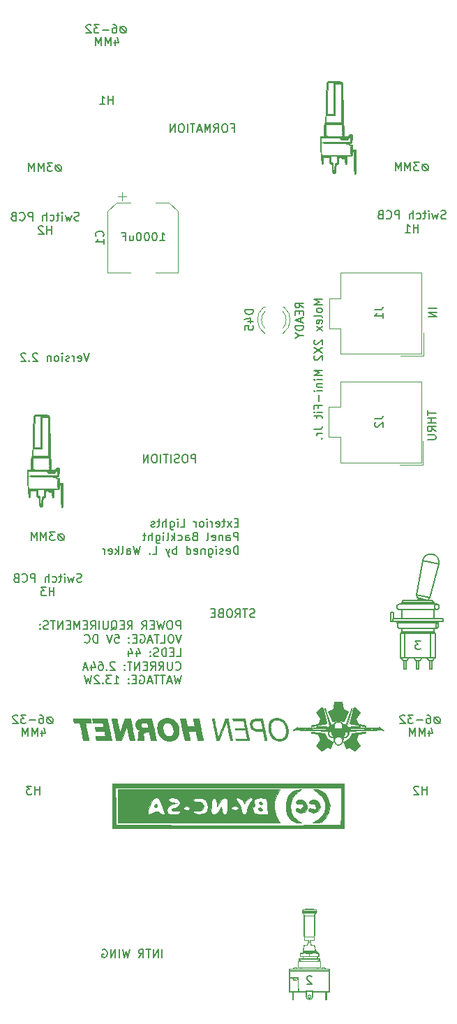
<source format=gbr>
%TF.GenerationSoftware,KiCad,Pcbnew,(5.1.12-1-10_14)*%
%TF.CreationDate,2021-11-25T18:16:29+11:00*%
%TF.ProjectId,EXT LT Panel PCB V2,45585420-4c54-4205-9061-6e656c205043,rev?*%
%TF.SameCoordinates,Original*%
%TF.FileFunction,Legend,Bot*%
%TF.FilePolarity,Positive*%
%FSLAX46Y46*%
G04 Gerber Fmt 4.6, Leading zero omitted, Abs format (unit mm)*
G04 Created by KiCad (PCBNEW (5.1.12-1-10_14)) date 2021-11-25 18:16:29*
%MOMM*%
%LPD*%
G01*
G04 APERTURE LIST*
%ADD10C,0.150000*%
%ADD11C,0.120000*%
%ADD12C,0.010000*%
%ADD13C,0.100000*%
%ADD14C,0.200000*%
G04 APERTURE END LIST*
D10*
X102704685Y-96413676D02*
X102514209Y-96413676D01*
X102323733Y-96508914D01*
X102228495Y-96699390D01*
X102228495Y-96889866D01*
X102323733Y-97080342D01*
X102514209Y-97175580D01*
X102704685Y-97175580D01*
X102895161Y-97080342D01*
X102990400Y-96889866D01*
X102990400Y-96699390D01*
X102895161Y-96508914D01*
X102704685Y-96413676D01*
X102228495Y-96413676D02*
X102990400Y-97175580D01*
X101847542Y-96175580D02*
X101228495Y-96175580D01*
X101561828Y-96556533D01*
X101418971Y-96556533D01*
X101323733Y-96604152D01*
X101276114Y-96651771D01*
X101228495Y-96747009D01*
X101228495Y-96985104D01*
X101276114Y-97080342D01*
X101323733Y-97127961D01*
X101418971Y-97175580D01*
X101704685Y-97175580D01*
X101799923Y-97127961D01*
X101847542Y-97080342D01*
X100799923Y-97175580D02*
X100799923Y-96175580D01*
X100466590Y-96889866D01*
X100133257Y-96175580D01*
X100133257Y-97175580D01*
X99657066Y-97175580D02*
X99657066Y-96175580D01*
X99323733Y-96889866D01*
X98990400Y-96175580D01*
X98990400Y-97175580D01*
X146900685Y-51658876D02*
X146710209Y-51658876D01*
X146519733Y-51754114D01*
X146424495Y-51944590D01*
X146424495Y-52135066D01*
X146519733Y-52325542D01*
X146710209Y-52420780D01*
X146900685Y-52420780D01*
X147091161Y-52325542D01*
X147186400Y-52135066D01*
X147186400Y-51944590D01*
X147091161Y-51754114D01*
X146900685Y-51658876D01*
X146424495Y-51658876D02*
X147186400Y-52420780D01*
X146043542Y-51420780D02*
X145424495Y-51420780D01*
X145757828Y-51801733D01*
X145614971Y-51801733D01*
X145519733Y-51849352D01*
X145472114Y-51896971D01*
X145424495Y-51992209D01*
X145424495Y-52230304D01*
X145472114Y-52325542D01*
X145519733Y-52373161D01*
X145614971Y-52420780D01*
X145900685Y-52420780D01*
X145995923Y-52373161D01*
X146043542Y-52325542D01*
X144995923Y-52420780D02*
X144995923Y-51420780D01*
X144662590Y-52135066D01*
X144329257Y-51420780D01*
X144329257Y-52420780D01*
X143853066Y-52420780D02*
X143853066Y-51420780D01*
X143519733Y-52135066D01*
X143186400Y-51420780D01*
X143186400Y-52420780D01*
X102399885Y-51709676D02*
X102209409Y-51709676D01*
X102018933Y-51804914D01*
X101923695Y-51995390D01*
X101923695Y-52185866D01*
X102018933Y-52376342D01*
X102209409Y-52471580D01*
X102399885Y-52471580D01*
X102590361Y-52376342D01*
X102685600Y-52185866D01*
X102685600Y-51995390D01*
X102590361Y-51804914D01*
X102399885Y-51709676D01*
X101923695Y-51709676D02*
X102685600Y-52471580D01*
X101542742Y-51471580D02*
X100923695Y-51471580D01*
X101257028Y-51852533D01*
X101114171Y-51852533D01*
X101018933Y-51900152D01*
X100971314Y-51947771D01*
X100923695Y-52043009D01*
X100923695Y-52281104D01*
X100971314Y-52376342D01*
X101018933Y-52423961D01*
X101114171Y-52471580D01*
X101399885Y-52471580D01*
X101495123Y-52423961D01*
X101542742Y-52376342D01*
X100495123Y-52471580D02*
X100495123Y-51471580D01*
X100161790Y-52185866D01*
X99828457Y-51471580D01*
X99828457Y-52471580D01*
X99352266Y-52471580D02*
X99352266Y-51471580D01*
X99018933Y-52185866D01*
X98685600Y-51471580D01*
X98685600Y-52471580D01*
X117088604Y-107954800D02*
X117088604Y-106954800D01*
X116707652Y-106954800D01*
X116612414Y-107002420D01*
X116564795Y-107050039D01*
X116517176Y-107145277D01*
X116517176Y-107288134D01*
X116564795Y-107383372D01*
X116612414Y-107430991D01*
X116707652Y-107478610D01*
X117088604Y-107478610D01*
X115898128Y-106954800D02*
X115707652Y-106954800D01*
X115612414Y-107002420D01*
X115517176Y-107097658D01*
X115469557Y-107288134D01*
X115469557Y-107621467D01*
X115517176Y-107811943D01*
X115612414Y-107907181D01*
X115707652Y-107954800D01*
X115898128Y-107954800D01*
X115993366Y-107907181D01*
X116088604Y-107811943D01*
X116136223Y-107621467D01*
X116136223Y-107288134D01*
X116088604Y-107097658D01*
X115993366Y-107002420D01*
X115898128Y-106954800D01*
X115136223Y-106954800D02*
X114898128Y-107954800D01*
X114707652Y-107240515D01*
X114517176Y-107954800D01*
X114279080Y-106954800D01*
X113898128Y-107430991D02*
X113564795Y-107430991D01*
X113421938Y-107954800D02*
X113898128Y-107954800D01*
X113898128Y-106954800D01*
X113421938Y-106954800D01*
X112421938Y-107954800D02*
X112755271Y-107478610D01*
X112993366Y-107954800D02*
X112993366Y-106954800D01*
X112612414Y-106954800D01*
X112517176Y-107002420D01*
X112469557Y-107050039D01*
X112421938Y-107145277D01*
X112421938Y-107288134D01*
X112469557Y-107383372D01*
X112517176Y-107430991D01*
X112612414Y-107478610D01*
X112993366Y-107478610D01*
X110660033Y-107954800D02*
X110993366Y-107478610D01*
X111231461Y-107954800D02*
X111231461Y-106954800D01*
X110850509Y-106954800D01*
X110755271Y-107002420D01*
X110707652Y-107050039D01*
X110660033Y-107145277D01*
X110660033Y-107288134D01*
X110707652Y-107383372D01*
X110755271Y-107430991D01*
X110850509Y-107478610D01*
X111231461Y-107478610D01*
X110231461Y-107430991D02*
X109898128Y-107430991D01*
X109755271Y-107954800D02*
X110231461Y-107954800D01*
X110231461Y-106954800D01*
X109755271Y-106954800D01*
X108660033Y-108050039D02*
X108755271Y-108002420D01*
X108850509Y-107907181D01*
X108993366Y-107764324D01*
X109088604Y-107716705D01*
X109183842Y-107716705D01*
X109136223Y-107954800D02*
X109231461Y-107907181D01*
X109326700Y-107811943D01*
X109374319Y-107621467D01*
X109374319Y-107288134D01*
X109326700Y-107097658D01*
X109231461Y-107002420D01*
X109136223Y-106954800D01*
X108945747Y-106954800D01*
X108850509Y-107002420D01*
X108755271Y-107097658D01*
X108707652Y-107288134D01*
X108707652Y-107621467D01*
X108755271Y-107811943D01*
X108850509Y-107907181D01*
X108945747Y-107954800D01*
X109136223Y-107954800D01*
X108279080Y-106954800D02*
X108279080Y-107764324D01*
X108231461Y-107859562D01*
X108183842Y-107907181D01*
X108088604Y-107954800D01*
X107898128Y-107954800D01*
X107802890Y-107907181D01*
X107755271Y-107859562D01*
X107707652Y-107764324D01*
X107707652Y-106954800D01*
X107231461Y-107954800D02*
X107231461Y-106954800D01*
X106183842Y-107954800D02*
X106517176Y-107478610D01*
X106755271Y-107954800D02*
X106755271Y-106954800D01*
X106374319Y-106954800D01*
X106279080Y-107002420D01*
X106231461Y-107050039D01*
X106183842Y-107145277D01*
X106183842Y-107288134D01*
X106231461Y-107383372D01*
X106279080Y-107430991D01*
X106374319Y-107478610D01*
X106755271Y-107478610D01*
X105755271Y-107430991D02*
X105421938Y-107430991D01*
X105279080Y-107954800D02*
X105755271Y-107954800D01*
X105755271Y-106954800D01*
X105279080Y-106954800D01*
X104850509Y-107954800D02*
X104850509Y-106954800D01*
X104517176Y-107669086D01*
X104183842Y-106954800D01*
X104183842Y-107954800D01*
X103707652Y-107430991D02*
X103374319Y-107430991D01*
X103231461Y-107954800D02*
X103707652Y-107954800D01*
X103707652Y-106954800D01*
X103231461Y-106954800D01*
X102802890Y-107954800D02*
X102802890Y-106954800D01*
X102231461Y-107954800D01*
X102231461Y-106954800D01*
X101898128Y-106954800D02*
X101326700Y-106954800D01*
X101612414Y-107954800D02*
X101612414Y-106954800D01*
X101040985Y-107907181D02*
X100898128Y-107954800D01*
X100660033Y-107954800D01*
X100564795Y-107907181D01*
X100517176Y-107859562D01*
X100469557Y-107764324D01*
X100469557Y-107669086D01*
X100517176Y-107573848D01*
X100564795Y-107526229D01*
X100660033Y-107478610D01*
X100850509Y-107430991D01*
X100945747Y-107383372D01*
X100993366Y-107335753D01*
X101040985Y-107240515D01*
X101040985Y-107145277D01*
X100993366Y-107050039D01*
X100945747Y-107002420D01*
X100850509Y-106954800D01*
X100612414Y-106954800D01*
X100469557Y-107002420D01*
X100040985Y-107859562D02*
X99993366Y-107907181D01*
X100040985Y-107954800D01*
X100088604Y-107907181D01*
X100040985Y-107859562D01*
X100040985Y-107954800D01*
X100040985Y-107335753D02*
X99993366Y-107383372D01*
X100040985Y-107430991D01*
X100088604Y-107383372D01*
X100040985Y-107335753D01*
X100040985Y-107430991D01*
X117231461Y-108604800D02*
X116898128Y-109604800D01*
X116564795Y-108604800D01*
X116040985Y-108604800D02*
X115850509Y-108604800D01*
X115755271Y-108652420D01*
X115660033Y-108747658D01*
X115612414Y-108938134D01*
X115612414Y-109271467D01*
X115660033Y-109461943D01*
X115755271Y-109557181D01*
X115850509Y-109604800D01*
X116040985Y-109604800D01*
X116136223Y-109557181D01*
X116231461Y-109461943D01*
X116279080Y-109271467D01*
X116279080Y-108938134D01*
X116231461Y-108747658D01*
X116136223Y-108652420D01*
X116040985Y-108604800D01*
X114707652Y-109604800D02*
X115183842Y-109604800D01*
X115183842Y-108604800D01*
X114517176Y-108604800D02*
X113945747Y-108604800D01*
X114231461Y-109604800D02*
X114231461Y-108604800D01*
X113660033Y-109319086D02*
X113183842Y-109319086D01*
X113755271Y-109604800D02*
X113421938Y-108604800D01*
X113088604Y-109604800D01*
X112231461Y-108652420D02*
X112326700Y-108604800D01*
X112469557Y-108604800D01*
X112612414Y-108652420D01*
X112707652Y-108747658D01*
X112755271Y-108842896D01*
X112802890Y-109033372D01*
X112802890Y-109176229D01*
X112755271Y-109366705D01*
X112707652Y-109461943D01*
X112612414Y-109557181D01*
X112469557Y-109604800D01*
X112374319Y-109604800D01*
X112231461Y-109557181D01*
X112183842Y-109509562D01*
X112183842Y-109176229D01*
X112374319Y-109176229D01*
X111755271Y-109080991D02*
X111421938Y-109080991D01*
X111279080Y-109604800D02*
X111755271Y-109604800D01*
X111755271Y-108604800D01*
X111279080Y-108604800D01*
X110850509Y-109509562D02*
X110802890Y-109557181D01*
X110850509Y-109604800D01*
X110898128Y-109557181D01*
X110850509Y-109509562D01*
X110850509Y-109604800D01*
X110850509Y-108985753D02*
X110802890Y-109033372D01*
X110850509Y-109080991D01*
X110898128Y-109033372D01*
X110850509Y-108985753D01*
X110850509Y-109080991D01*
X109136223Y-108604800D02*
X109612414Y-108604800D01*
X109660033Y-109080991D01*
X109612414Y-109033372D01*
X109517176Y-108985753D01*
X109279080Y-108985753D01*
X109183842Y-109033372D01*
X109136223Y-109080991D01*
X109088604Y-109176229D01*
X109088604Y-109414324D01*
X109136223Y-109509562D01*
X109183842Y-109557181D01*
X109279080Y-109604800D01*
X109517176Y-109604800D01*
X109612414Y-109557181D01*
X109660033Y-109509562D01*
X108802890Y-108604800D02*
X108469557Y-109604800D01*
X108136223Y-108604800D01*
X107040985Y-109604800D02*
X107040985Y-108604800D01*
X106802890Y-108604800D01*
X106660033Y-108652420D01*
X106564795Y-108747658D01*
X106517176Y-108842896D01*
X106469557Y-109033372D01*
X106469557Y-109176229D01*
X106517176Y-109366705D01*
X106564795Y-109461943D01*
X106660033Y-109557181D01*
X106802890Y-109604800D01*
X107040985Y-109604800D01*
X105469557Y-109509562D02*
X105517176Y-109557181D01*
X105660033Y-109604800D01*
X105755271Y-109604800D01*
X105898128Y-109557181D01*
X105993366Y-109461943D01*
X106040985Y-109366705D01*
X106088604Y-109176229D01*
X106088604Y-109033372D01*
X106040985Y-108842896D01*
X105993366Y-108747658D01*
X105898128Y-108652420D01*
X105755271Y-108604800D01*
X105660033Y-108604800D01*
X105517176Y-108652420D01*
X105469557Y-108700039D01*
X116612414Y-111254800D02*
X117088604Y-111254800D01*
X117088604Y-110254800D01*
X116279080Y-110730991D02*
X115945747Y-110730991D01*
X115802890Y-111254800D02*
X116279080Y-111254800D01*
X116279080Y-110254800D01*
X115802890Y-110254800D01*
X115374319Y-111254800D02*
X115374319Y-110254800D01*
X115136223Y-110254800D01*
X114993366Y-110302420D01*
X114898128Y-110397658D01*
X114850509Y-110492896D01*
X114802890Y-110683372D01*
X114802890Y-110826229D01*
X114850509Y-111016705D01*
X114898128Y-111111943D01*
X114993366Y-111207181D01*
X115136223Y-111254800D01*
X115374319Y-111254800D01*
X114421938Y-111207181D02*
X114279080Y-111254800D01*
X114040985Y-111254800D01*
X113945747Y-111207181D01*
X113898128Y-111159562D01*
X113850509Y-111064324D01*
X113850509Y-110969086D01*
X113898128Y-110873848D01*
X113945747Y-110826229D01*
X114040985Y-110778610D01*
X114231461Y-110730991D01*
X114326700Y-110683372D01*
X114374319Y-110635753D01*
X114421938Y-110540515D01*
X114421938Y-110445277D01*
X114374319Y-110350039D01*
X114326700Y-110302420D01*
X114231461Y-110254800D01*
X113993366Y-110254800D01*
X113850509Y-110302420D01*
X113421938Y-111159562D02*
X113374319Y-111207181D01*
X113421938Y-111254800D01*
X113469557Y-111207181D01*
X113421938Y-111159562D01*
X113421938Y-111254800D01*
X113421938Y-110635753D02*
X113374319Y-110683372D01*
X113421938Y-110730991D01*
X113469557Y-110683372D01*
X113421938Y-110635753D01*
X113421938Y-110730991D01*
X111755271Y-110588134D02*
X111755271Y-111254800D01*
X111993366Y-110207181D02*
X112231461Y-110921467D01*
X111612414Y-110921467D01*
X110802890Y-110588134D02*
X110802890Y-111254800D01*
X111040985Y-110207181D02*
X111279080Y-110921467D01*
X110660033Y-110921467D01*
X116517176Y-112809562D02*
X116564795Y-112857181D01*
X116707652Y-112904800D01*
X116802890Y-112904800D01*
X116945747Y-112857181D01*
X117040985Y-112761943D01*
X117088604Y-112666705D01*
X117136223Y-112476229D01*
X117136223Y-112333372D01*
X117088604Y-112142896D01*
X117040985Y-112047658D01*
X116945747Y-111952420D01*
X116802890Y-111904800D01*
X116707652Y-111904800D01*
X116564795Y-111952420D01*
X116517176Y-112000039D01*
X116088604Y-111904800D02*
X116088604Y-112714324D01*
X116040985Y-112809562D01*
X115993366Y-112857181D01*
X115898128Y-112904800D01*
X115707652Y-112904800D01*
X115612414Y-112857181D01*
X115564795Y-112809562D01*
X115517176Y-112714324D01*
X115517176Y-111904800D01*
X114469557Y-112904800D02*
X114802890Y-112428610D01*
X115040985Y-112904800D02*
X115040985Y-111904800D01*
X114660033Y-111904800D01*
X114564795Y-111952420D01*
X114517176Y-112000039D01*
X114469557Y-112095277D01*
X114469557Y-112238134D01*
X114517176Y-112333372D01*
X114564795Y-112380991D01*
X114660033Y-112428610D01*
X115040985Y-112428610D01*
X113469557Y-112904800D02*
X113802890Y-112428610D01*
X114040985Y-112904800D02*
X114040985Y-111904800D01*
X113660033Y-111904800D01*
X113564795Y-111952420D01*
X113517176Y-112000039D01*
X113469557Y-112095277D01*
X113469557Y-112238134D01*
X113517176Y-112333372D01*
X113564795Y-112380991D01*
X113660033Y-112428610D01*
X114040985Y-112428610D01*
X113040985Y-112380991D02*
X112707652Y-112380991D01*
X112564795Y-112904800D02*
X113040985Y-112904800D01*
X113040985Y-111904800D01*
X112564795Y-111904800D01*
X112136223Y-112904800D02*
X112136223Y-111904800D01*
X111564795Y-112904800D01*
X111564795Y-111904800D01*
X111231461Y-111904800D02*
X110660033Y-111904800D01*
X110945747Y-112904800D02*
X110945747Y-111904800D01*
X110326700Y-112809562D02*
X110279080Y-112857181D01*
X110326700Y-112904800D01*
X110374319Y-112857181D01*
X110326700Y-112809562D01*
X110326700Y-112904800D01*
X110326700Y-112285753D02*
X110279080Y-112333372D01*
X110326700Y-112380991D01*
X110374319Y-112333372D01*
X110326700Y-112285753D01*
X110326700Y-112380991D01*
X109136223Y-112000039D02*
X109088604Y-111952420D01*
X108993366Y-111904800D01*
X108755271Y-111904800D01*
X108660033Y-111952420D01*
X108612414Y-112000039D01*
X108564795Y-112095277D01*
X108564795Y-112190515D01*
X108612414Y-112333372D01*
X109183842Y-112904800D01*
X108564795Y-112904800D01*
X108136223Y-112809562D02*
X108088604Y-112857181D01*
X108136223Y-112904800D01*
X108183842Y-112857181D01*
X108136223Y-112809562D01*
X108136223Y-112904800D01*
X107231461Y-111904800D02*
X107421938Y-111904800D01*
X107517176Y-111952420D01*
X107564795Y-112000039D01*
X107660033Y-112142896D01*
X107707652Y-112333372D01*
X107707652Y-112714324D01*
X107660033Y-112809562D01*
X107612414Y-112857181D01*
X107517176Y-112904800D01*
X107326700Y-112904800D01*
X107231461Y-112857181D01*
X107183842Y-112809562D01*
X107136223Y-112714324D01*
X107136223Y-112476229D01*
X107183842Y-112380991D01*
X107231461Y-112333372D01*
X107326700Y-112285753D01*
X107517176Y-112285753D01*
X107612414Y-112333372D01*
X107660033Y-112380991D01*
X107707652Y-112476229D01*
X106279080Y-112238134D02*
X106279080Y-112904800D01*
X106517176Y-111857181D02*
X106755271Y-112571467D01*
X106136223Y-112571467D01*
X105802890Y-112619086D02*
X105326700Y-112619086D01*
X105898128Y-112904800D02*
X105564795Y-111904800D01*
X105231461Y-112904800D01*
X117183842Y-113554800D02*
X116945747Y-114554800D01*
X116755271Y-113840515D01*
X116564795Y-114554800D01*
X116326700Y-113554800D01*
X115993366Y-114269086D02*
X115517176Y-114269086D01*
X116088604Y-114554800D02*
X115755271Y-113554800D01*
X115421938Y-114554800D01*
X115231461Y-113554800D02*
X114660033Y-113554800D01*
X114945747Y-114554800D02*
X114945747Y-113554800D01*
X114469557Y-113554800D02*
X113898128Y-113554800D01*
X114183842Y-114554800D02*
X114183842Y-113554800D01*
X113612414Y-114269086D02*
X113136223Y-114269086D01*
X113707652Y-114554800D02*
X113374319Y-113554800D01*
X113040985Y-114554800D01*
X112183842Y-113602420D02*
X112279080Y-113554800D01*
X112421938Y-113554800D01*
X112564795Y-113602420D01*
X112660033Y-113697658D01*
X112707652Y-113792896D01*
X112755271Y-113983372D01*
X112755271Y-114126229D01*
X112707652Y-114316705D01*
X112660033Y-114411943D01*
X112564795Y-114507181D01*
X112421938Y-114554800D01*
X112326700Y-114554800D01*
X112183842Y-114507181D01*
X112136223Y-114459562D01*
X112136223Y-114126229D01*
X112326700Y-114126229D01*
X111707652Y-114030991D02*
X111374319Y-114030991D01*
X111231461Y-114554800D02*
X111707652Y-114554800D01*
X111707652Y-113554800D01*
X111231461Y-113554800D01*
X110802890Y-114459562D02*
X110755271Y-114507181D01*
X110802890Y-114554800D01*
X110850509Y-114507181D01*
X110802890Y-114459562D01*
X110802890Y-114554800D01*
X110802890Y-113935753D02*
X110755271Y-113983372D01*
X110802890Y-114030991D01*
X110850509Y-113983372D01*
X110802890Y-113935753D01*
X110802890Y-114030991D01*
X109040985Y-114554800D02*
X109612414Y-114554800D01*
X109326700Y-114554800D02*
X109326700Y-113554800D01*
X109421938Y-113697658D01*
X109517176Y-113792896D01*
X109612414Y-113840515D01*
X108707652Y-113554800D02*
X108088604Y-113554800D01*
X108421938Y-113935753D01*
X108279080Y-113935753D01*
X108183842Y-113983372D01*
X108136223Y-114030991D01*
X108088604Y-114126229D01*
X108088604Y-114364324D01*
X108136223Y-114459562D01*
X108183842Y-114507181D01*
X108279080Y-114554800D01*
X108564795Y-114554800D01*
X108660033Y-114507181D01*
X108707652Y-114459562D01*
X107660033Y-114459562D02*
X107612414Y-114507181D01*
X107660033Y-114554800D01*
X107707652Y-114507181D01*
X107660033Y-114459562D01*
X107660033Y-114554800D01*
X107231461Y-113650039D02*
X107183842Y-113602420D01*
X107088604Y-113554800D01*
X106850509Y-113554800D01*
X106755271Y-113602420D01*
X106707652Y-113650039D01*
X106660033Y-113745277D01*
X106660033Y-113840515D01*
X106707652Y-113983372D01*
X107279080Y-114554800D01*
X106660033Y-114554800D01*
X106326700Y-113554800D02*
X106088604Y-114554800D01*
X105898128Y-113840515D01*
X105707652Y-114554800D01*
X105469557Y-113554800D01*
X132011680Y-69018020D02*
X131535490Y-68684686D01*
X132011680Y-68446591D02*
X131011680Y-68446591D01*
X131011680Y-68827543D01*
X131059300Y-68922781D01*
X131106919Y-68970400D01*
X131202157Y-69018020D01*
X131345014Y-69018020D01*
X131440252Y-68970400D01*
X131487871Y-68922781D01*
X131535490Y-68827543D01*
X131535490Y-68446591D01*
X131487871Y-69446591D02*
X131487871Y-69779924D01*
X132011680Y-69922781D02*
X132011680Y-69446591D01*
X131011680Y-69446591D01*
X131011680Y-69922781D01*
X131725966Y-70303734D02*
X131725966Y-70779924D01*
X132011680Y-70208496D02*
X131011680Y-70541829D01*
X132011680Y-70875162D01*
X132011680Y-71208496D02*
X131011680Y-71208496D01*
X131011680Y-71446591D01*
X131059300Y-71589448D01*
X131154538Y-71684686D01*
X131249776Y-71732305D01*
X131440252Y-71779924D01*
X131583109Y-71779924D01*
X131773585Y-71732305D01*
X131868823Y-71684686D01*
X131964061Y-71589448D01*
X132011680Y-71446591D01*
X132011680Y-71208496D01*
X131535490Y-72398972D02*
X132011680Y-72398972D01*
X131011680Y-72065639D02*
X131535490Y-72398972D01*
X131011680Y-72732305D01*
X114622009Y-60904380D02*
X115193438Y-60904380D01*
X114907723Y-60904380D02*
X114907723Y-59904380D01*
X115002961Y-60047238D01*
X115098200Y-60142476D01*
X115193438Y-60190095D01*
X114002961Y-59904380D02*
X113907723Y-59904380D01*
X113812485Y-59952000D01*
X113764866Y-59999619D01*
X113717247Y-60094857D01*
X113669628Y-60285333D01*
X113669628Y-60523428D01*
X113717247Y-60713904D01*
X113764866Y-60809142D01*
X113812485Y-60856761D01*
X113907723Y-60904380D01*
X114002961Y-60904380D01*
X114098200Y-60856761D01*
X114145819Y-60809142D01*
X114193438Y-60713904D01*
X114241057Y-60523428D01*
X114241057Y-60285333D01*
X114193438Y-60094857D01*
X114145819Y-59999619D01*
X114098200Y-59952000D01*
X114002961Y-59904380D01*
X113050580Y-59904380D02*
X112955342Y-59904380D01*
X112860104Y-59952000D01*
X112812485Y-59999619D01*
X112764866Y-60094857D01*
X112717247Y-60285333D01*
X112717247Y-60523428D01*
X112764866Y-60713904D01*
X112812485Y-60809142D01*
X112860104Y-60856761D01*
X112955342Y-60904380D01*
X113050580Y-60904380D01*
X113145819Y-60856761D01*
X113193438Y-60809142D01*
X113241057Y-60713904D01*
X113288676Y-60523428D01*
X113288676Y-60285333D01*
X113241057Y-60094857D01*
X113193438Y-59999619D01*
X113145819Y-59952000D01*
X113050580Y-59904380D01*
X112098200Y-59904380D02*
X112002961Y-59904380D01*
X111907723Y-59952000D01*
X111860104Y-59999619D01*
X111812485Y-60094857D01*
X111764866Y-60285333D01*
X111764866Y-60523428D01*
X111812485Y-60713904D01*
X111860104Y-60809142D01*
X111907723Y-60856761D01*
X112002961Y-60904380D01*
X112098200Y-60904380D01*
X112193438Y-60856761D01*
X112241057Y-60809142D01*
X112288676Y-60713904D01*
X112336295Y-60523428D01*
X112336295Y-60285333D01*
X112288676Y-60094857D01*
X112241057Y-59999619D01*
X112193438Y-59952000D01*
X112098200Y-59904380D01*
X110907723Y-60237714D02*
X110907723Y-60904380D01*
X111336295Y-60237714D02*
X111336295Y-60761523D01*
X111288676Y-60856761D01*
X111193438Y-60904380D01*
X111050580Y-60904380D01*
X110955342Y-60856761D01*
X110907723Y-60809142D01*
X110098200Y-60380571D02*
X110431533Y-60380571D01*
X110431533Y-60904380D02*
X110431533Y-59904380D01*
X109955342Y-59904380D01*
X146230933Y-109383580D02*
X145611885Y-109383580D01*
X145945219Y-109764533D01*
X145802361Y-109764533D01*
X145707123Y-109812152D01*
X145659504Y-109859771D01*
X145611885Y-109955009D01*
X145611885Y-110193104D01*
X145659504Y-110288342D01*
X145707123Y-110335961D01*
X145802361Y-110383580D01*
X146088076Y-110383580D01*
X146183314Y-110335961D01*
X146230933Y-110288342D01*
X147079720Y-81471046D02*
X147079720Y-82042475D01*
X148079720Y-81756760D02*
X147079720Y-81756760D01*
X148079720Y-82375808D02*
X147079720Y-82375808D01*
X147555911Y-82375808D02*
X147555911Y-82947237D01*
X148079720Y-82947237D02*
X147079720Y-82947237D01*
X148079720Y-83994856D02*
X147603530Y-83661522D01*
X148079720Y-83423427D02*
X147079720Y-83423427D01*
X147079720Y-83804380D01*
X147127340Y-83899618D01*
X147174959Y-83947237D01*
X147270197Y-83994856D01*
X147413054Y-83994856D01*
X147508292Y-83947237D01*
X147555911Y-83899618D01*
X147603530Y-83804380D01*
X147603530Y-83423427D01*
X147079720Y-84423427D02*
X147889244Y-84423427D01*
X147984482Y-84471046D01*
X148032101Y-84518665D01*
X148079720Y-84613903D01*
X148079720Y-84804380D01*
X148032101Y-84899618D01*
X147984482Y-84947237D01*
X147889244Y-84994856D01*
X147079720Y-84994856D01*
X148183860Y-69074730D02*
X147183860Y-69074730D01*
X148183860Y-69550920D02*
X147183860Y-69550920D01*
X148183860Y-70122349D01*
X147183860Y-70122349D01*
X134290060Y-67953359D02*
X133290060Y-67953359D01*
X134004346Y-68286692D01*
X133290060Y-68620025D01*
X134290060Y-68620025D01*
X134290060Y-69239073D02*
X134242441Y-69143835D01*
X134194822Y-69096216D01*
X134099584Y-69048597D01*
X133813870Y-69048597D01*
X133718632Y-69096216D01*
X133671013Y-69143835D01*
X133623394Y-69239073D01*
X133623394Y-69381930D01*
X133671013Y-69477168D01*
X133718632Y-69524787D01*
X133813870Y-69572406D01*
X134099584Y-69572406D01*
X134194822Y-69524787D01*
X134242441Y-69477168D01*
X134290060Y-69381930D01*
X134290060Y-69239073D01*
X134290060Y-70143835D02*
X134242441Y-70048597D01*
X134147203Y-70000978D01*
X133290060Y-70000978D01*
X134242441Y-70905740D02*
X134290060Y-70810501D01*
X134290060Y-70620025D01*
X134242441Y-70524787D01*
X134147203Y-70477168D01*
X133766251Y-70477168D01*
X133671013Y-70524787D01*
X133623394Y-70620025D01*
X133623394Y-70810501D01*
X133671013Y-70905740D01*
X133766251Y-70953359D01*
X133861489Y-70953359D01*
X133956727Y-70477168D01*
X134290060Y-71286692D02*
X133623394Y-71810501D01*
X133623394Y-71286692D02*
X134290060Y-71810501D01*
X133385299Y-72905740D02*
X133337680Y-72953359D01*
X133290060Y-73048597D01*
X133290060Y-73286692D01*
X133337680Y-73381930D01*
X133385299Y-73429549D01*
X133480537Y-73477168D01*
X133575775Y-73477168D01*
X133718632Y-73429549D01*
X134290060Y-72858120D01*
X134290060Y-73477168D01*
X133290060Y-73810501D02*
X134290060Y-74477168D01*
X133290060Y-74477168D02*
X134290060Y-73810501D01*
X133385299Y-74810501D02*
X133337680Y-74858120D01*
X133290060Y-74953359D01*
X133290060Y-75191454D01*
X133337680Y-75286692D01*
X133385299Y-75334311D01*
X133480537Y-75381930D01*
X133575775Y-75381930D01*
X133718632Y-75334311D01*
X134290060Y-74762882D01*
X134290060Y-75381930D01*
X134290060Y-76572406D02*
X133290060Y-76572406D01*
X134004346Y-76905740D01*
X133290060Y-77239073D01*
X134290060Y-77239073D01*
X134290060Y-77715263D02*
X133623394Y-77715263D01*
X133290060Y-77715263D02*
X133337680Y-77667644D01*
X133385299Y-77715263D01*
X133337680Y-77762882D01*
X133290060Y-77715263D01*
X133385299Y-77715263D01*
X133623394Y-78191454D02*
X134290060Y-78191454D01*
X133718632Y-78191454D02*
X133671013Y-78239073D01*
X133623394Y-78334311D01*
X133623394Y-78477168D01*
X133671013Y-78572406D01*
X133766251Y-78620025D01*
X134290060Y-78620025D01*
X134290060Y-79096216D02*
X133623394Y-79096216D01*
X133290060Y-79096216D02*
X133337680Y-79048597D01*
X133385299Y-79096216D01*
X133337680Y-79143835D01*
X133290060Y-79096216D01*
X133385299Y-79096216D01*
X133909108Y-79572406D02*
X133909108Y-80334311D01*
X133766251Y-81143835D02*
X133766251Y-80810501D01*
X134290060Y-80810501D02*
X133290060Y-80810501D01*
X133290060Y-81286692D01*
X134290060Y-81667644D02*
X133623394Y-81667644D01*
X133290060Y-81667644D02*
X133337680Y-81620025D01*
X133385299Y-81667644D01*
X133337680Y-81715263D01*
X133290060Y-81667644D01*
X133385299Y-81667644D01*
X133623394Y-82000978D02*
X133623394Y-82381930D01*
X133290060Y-82143835D02*
X134147203Y-82143835D01*
X134242441Y-82191454D01*
X134290060Y-82286692D01*
X134290060Y-82381930D01*
X133290060Y-83762882D02*
X134004346Y-83762882D01*
X134147203Y-83715263D01*
X134242441Y-83620025D01*
X134290060Y-83477168D01*
X134290060Y-83381930D01*
X134290060Y-84239073D02*
X133623394Y-84239073D01*
X133813870Y-84239073D02*
X133718632Y-84286692D01*
X133671013Y-84334311D01*
X133623394Y-84429549D01*
X133623394Y-84524787D01*
X134194822Y-84858120D02*
X134242441Y-84905740D01*
X134290060Y-84858120D01*
X134242441Y-84810501D01*
X134194822Y-84858120D01*
X134290060Y-84858120D01*
X105085638Y-102195761D02*
X104942780Y-102243380D01*
X104704685Y-102243380D01*
X104609447Y-102195761D01*
X104561828Y-102148142D01*
X104514209Y-102052904D01*
X104514209Y-101957666D01*
X104561828Y-101862428D01*
X104609447Y-101814809D01*
X104704685Y-101767190D01*
X104895161Y-101719571D01*
X104990400Y-101671952D01*
X105038019Y-101624333D01*
X105085638Y-101529095D01*
X105085638Y-101433857D01*
X105038019Y-101338619D01*
X104990400Y-101291000D01*
X104895161Y-101243380D01*
X104657066Y-101243380D01*
X104514209Y-101291000D01*
X104180876Y-101576714D02*
X103990400Y-102243380D01*
X103799923Y-101767190D01*
X103609447Y-102243380D01*
X103418971Y-101576714D01*
X103038019Y-102243380D02*
X103038019Y-101576714D01*
X103038019Y-101243380D02*
X103085638Y-101291000D01*
X103038019Y-101338619D01*
X102990400Y-101291000D01*
X103038019Y-101243380D01*
X103038019Y-101338619D01*
X102704685Y-101576714D02*
X102323733Y-101576714D01*
X102561828Y-101243380D02*
X102561828Y-102100523D01*
X102514209Y-102195761D01*
X102418971Y-102243380D01*
X102323733Y-102243380D01*
X101561828Y-102195761D02*
X101657066Y-102243380D01*
X101847542Y-102243380D01*
X101942780Y-102195761D01*
X101990400Y-102148142D01*
X102038019Y-102052904D01*
X102038019Y-101767190D01*
X101990400Y-101671952D01*
X101942780Y-101624333D01*
X101847542Y-101576714D01*
X101657066Y-101576714D01*
X101561828Y-101624333D01*
X101133257Y-102243380D02*
X101133257Y-101243380D01*
X100704685Y-102243380D02*
X100704685Y-101719571D01*
X100752304Y-101624333D01*
X100847542Y-101576714D01*
X100990400Y-101576714D01*
X101085638Y-101624333D01*
X101133257Y-101671952D01*
X99466590Y-102243380D02*
X99466590Y-101243380D01*
X99085638Y-101243380D01*
X98990400Y-101291000D01*
X98942780Y-101338619D01*
X98895161Y-101433857D01*
X98895161Y-101576714D01*
X98942780Y-101671952D01*
X98990400Y-101719571D01*
X99085638Y-101767190D01*
X99466590Y-101767190D01*
X97895161Y-102148142D02*
X97942780Y-102195761D01*
X98085638Y-102243380D01*
X98180876Y-102243380D01*
X98323733Y-102195761D01*
X98418971Y-102100523D01*
X98466590Y-102005285D01*
X98514209Y-101814809D01*
X98514209Y-101671952D01*
X98466590Y-101481476D01*
X98418971Y-101386238D01*
X98323733Y-101291000D01*
X98180876Y-101243380D01*
X98085638Y-101243380D01*
X97942780Y-101291000D01*
X97895161Y-101338619D01*
X97133257Y-101719571D02*
X96990400Y-101767190D01*
X96942780Y-101814809D01*
X96895161Y-101910047D01*
X96895161Y-102052904D01*
X96942780Y-102148142D01*
X96990400Y-102195761D01*
X97085638Y-102243380D01*
X97466590Y-102243380D01*
X97466590Y-101243380D01*
X97133257Y-101243380D01*
X97038019Y-101291000D01*
X96990400Y-101338619D01*
X96942780Y-101433857D01*
X96942780Y-101529095D01*
X96990400Y-101624333D01*
X97038019Y-101671952D01*
X97133257Y-101719571D01*
X97466590Y-101719571D01*
X101752304Y-103893380D02*
X101752304Y-102893380D01*
X101752304Y-103369571D02*
X101180876Y-103369571D01*
X101180876Y-103893380D02*
X101180876Y-102893380D01*
X100799923Y-102893380D02*
X100180876Y-102893380D01*
X100514209Y-103274333D01*
X100371352Y-103274333D01*
X100276114Y-103321952D01*
X100228495Y-103369571D01*
X100180876Y-103464809D01*
X100180876Y-103702904D01*
X100228495Y-103798142D01*
X100276114Y-103845761D01*
X100371352Y-103893380D01*
X100657066Y-103893380D01*
X100752304Y-103845761D01*
X100799923Y-103798142D01*
X104780838Y-58406161D02*
X104637980Y-58453780D01*
X104399885Y-58453780D01*
X104304647Y-58406161D01*
X104257028Y-58358542D01*
X104209409Y-58263304D01*
X104209409Y-58168066D01*
X104257028Y-58072828D01*
X104304647Y-58025209D01*
X104399885Y-57977590D01*
X104590361Y-57929971D01*
X104685600Y-57882352D01*
X104733219Y-57834733D01*
X104780838Y-57739495D01*
X104780838Y-57644257D01*
X104733219Y-57549019D01*
X104685600Y-57501400D01*
X104590361Y-57453780D01*
X104352266Y-57453780D01*
X104209409Y-57501400D01*
X103876076Y-57787114D02*
X103685600Y-58453780D01*
X103495123Y-57977590D01*
X103304647Y-58453780D01*
X103114171Y-57787114D01*
X102733219Y-58453780D02*
X102733219Y-57787114D01*
X102733219Y-57453780D02*
X102780838Y-57501400D01*
X102733219Y-57549019D01*
X102685600Y-57501400D01*
X102733219Y-57453780D01*
X102733219Y-57549019D01*
X102399885Y-57787114D02*
X102018933Y-57787114D01*
X102257028Y-57453780D02*
X102257028Y-58310923D01*
X102209409Y-58406161D01*
X102114171Y-58453780D01*
X102018933Y-58453780D01*
X101257028Y-58406161D02*
X101352266Y-58453780D01*
X101542742Y-58453780D01*
X101637980Y-58406161D01*
X101685600Y-58358542D01*
X101733219Y-58263304D01*
X101733219Y-57977590D01*
X101685600Y-57882352D01*
X101637980Y-57834733D01*
X101542742Y-57787114D01*
X101352266Y-57787114D01*
X101257028Y-57834733D01*
X100828457Y-58453780D02*
X100828457Y-57453780D01*
X100399885Y-58453780D02*
X100399885Y-57929971D01*
X100447504Y-57834733D01*
X100542742Y-57787114D01*
X100685600Y-57787114D01*
X100780838Y-57834733D01*
X100828457Y-57882352D01*
X99161790Y-58453780D02*
X99161790Y-57453780D01*
X98780838Y-57453780D01*
X98685600Y-57501400D01*
X98637980Y-57549019D01*
X98590361Y-57644257D01*
X98590361Y-57787114D01*
X98637980Y-57882352D01*
X98685600Y-57929971D01*
X98780838Y-57977590D01*
X99161790Y-57977590D01*
X97590361Y-58358542D02*
X97637980Y-58406161D01*
X97780838Y-58453780D01*
X97876076Y-58453780D01*
X98018933Y-58406161D01*
X98114171Y-58310923D01*
X98161790Y-58215685D01*
X98209409Y-58025209D01*
X98209409Y-57882352D01*
X98161790Y-57691876D01*
X98114171Y-57596638D01*
X98018933Y-57501400D01*
X97876076Y-57453780D01*
X97780838Y-57453780D01*
X97637980Y-57501400D01*
X97590361Y-57549019D01*
X96828457Y-57929971D02*
X96685600Y-57977590D01*
X96637980Y-58025209D01*
X96590361Y-58120447D01*
X96590361Y-58263304D01*
X96637980Y-58358542D01*
X96685600Y-58406161D01*
X96780838Y-58453780D01*
X97161790Y-58453780D01*
X97161790Y-57453780D01*
X96828457Y-57453780D01*
X96733219Y-57501400D01*
X96685600Y-57549019D01*
X96637980Y-57644257D01*
X96637980Y-57739495D01*
X96685600Y-57834733D01*
X96733219Y-57882352D01*
X96828457Y-57929971D01*
X97161790Y-57929971D01*
X101447504Y-60103780D02*
X101447504Y-59103780D01*
X101447504Y-59579971D02*
X100876076Y-59579971D01*
X100876076Y-60103780D02*
X100876076Y-59103780D01*
X100447504Y-59199019D02*
X100399885Y-59151400D01*
X100304647Y-59103780D01*
X100066552Y-59103780D01*
X99971314Y-59151400D01*
X99923695Y-59199019D01*
X99876076Y-59294257D01*
X99876076Y-59389495D01*
X99923695Y-59532352D01*
X100495123Y-60103780D01*
X99876076Y-60103780D01*
X149281638Y-58202961D02*
X149138780Y-58250580D01*
X148900685Y-58250580D01*
X148805447Y-58202961D01*
X148757828Y-58155342D01*
X148710209Y-58060104D01*
X148710209Y-57964866D01*
X148757828Y-57869628D01*
X148805447Y-57822009D01*
X148900685Y-57774390D01*
X149091161Y-57726771D01*
X149186400Y-57679152D01*
X149234019Y-57631533D01*
X149281638Y-57536295D01*
X149281638Y-57441057D01*
X149234019Y-57345819D01*
X149186400Y-57298200D01*
X149091161Y-57250580D01*
X148853066Y-57250580D01*
X148710209Y-57298200D01*
X148376876Y-57583914D02*
X148186400Y-58250580D01*
X147995923Y-57774390D01*
X147805447Y-58250580D01*
X147614971Y-57583914D01*
X147234019Y-58250580D02*
X147234019Y-57583914D01*
X147234019Y-57250580D02*
X147281638Y-57298200D01*
X147234019Y-57345819D01*
X147186400Y-57298200D01*
X147234019Y-57250580D01*
X147234019Y-57345819D01*
X146900685Y-57583914D02*
X146519733Y-57583914D01*
X146757828Y-57250580D02*
X146757828Y-58107723D01*
X146710209Y-58202961D01*
X146614971Y-58250580D01*
X146519733Y-58250580D01*
X145757828Y-58202961D02*
X145853066Y-58250580D01*
X146043542Y-58250580D01*
X146138780Y-58202961D01*
X146186400Y-58155342D01*
X146234019Y-58060104D01*
X146234019Y-57774390D01*
X146186400Y-57679152D01*
X146138780Y-57631533D01*
X146043542Y-57583914D01*
X145853066Y-57583914D01*
X145757828Y-57631533D01*
X145329257Y-58250580D02*
X145329257Y-57250580D01*
X144900685Y-58250580D02*
X144900685Y-57726771D01*
X144948304Y-57631533D01*
X145043542Y-57583914D01*
X145186400Y-57583914D01*
X145281638Y-57631533D01*
X145329257Y-57679152D01*
X143662590Y-58250580D02*
X143662590Y-57250580D01*
X143281638Y-57250580D01*
X143186400Y-57298200D01*
X143138780Y-57345819D01*
X143091161Y-57441057D01*
X143091161Y-57583914D01*
X143138780Y-57679152D01*
X143186400Y-57726771D01*
X143281638Y-57774390D01*
X143662590Y-57774390D01*
X142091161Y-58155342D02*
X142138780Y-58202961D01*
X142281638Y-58250580D01*
X142376876Y-58250580D01*
X142519733Y-58202961D01*
X142614971Y-58107723D01*
X142662590Y-58012485D01*
X142710209Y-57822009D01*
X142710209Y-57679152D01*
X142662590Y-57488676D01*
X142614971Y-57393438D01*
X142519733Y-57298200D01*
X142376876Y-57250580D01*
X142281638Y-57250580D01*
X142138780Y-57298200D01*
X142091161Y-57345819D01*
X141329257Y-57726771D02*
X141186400Y-57774390D01*
X141138780Y-57822009D01*
X141091161Y-57917247D01*
X141091161Y-58060104D01*
X141138780Y-58155342D01*
X141186400Y-58202961D01*
X141281638Y-58250580D01*
X141662590Y-58250580D01*
X141662590Y-57250580D01*
X141329257Y-57250580D01*
X141234019Y-57298200D01*
X141186400Y-57345819D01*
X141138780Y-57441057D01*
X141138780Y-57536295D01*
X141186400Y-57631533D01*
X141234019Y-57679152D01*
X141329257Y-57726771D01*
X141662590Y-57726771D01*
X145948304Y-59900580D02*
X145948304Y-58900580D01*
X145948304Y-59376771D02*
X145376876Y-59376771D01*
X145376876Y-59900580D02*
X145376876Y-58900580D01*
X144376876Y-59900580D02*
X144948304Y-59900580D01*
X144662590Y-59900580D02*
X144662590Y-58900580D01*
X144757828Y-59043438D01*
X144853066Y-59138676D01*
X144948304Y-59186295D01*
X114871047Y-147721580D02*
X114871047Y-146721580D01*
X114394857Y-147721580D02*
X114394857Y-146721580D01*
X113823428Y-147721580D01*
X113823428Y-146721580D01*
X113490095Y-146721580D02*
X112918666Y-146721580D01*
X113204380Y-147721580D02*
X113204380Y-146721580D01*
X112013904Y-147721580D02*
X112347238Y-147245390D01*
X112585333Y-147721580D02*
X112585333Y-146721580D01*
X112204380Y-146721580D01*
X112109142Y-146769200D01*
X112061523Y-146816819D01*
X112013904Y-146912057D01*
X112013904Y-147054914D01*
X112061523Y-147150152D01*
X112109142Y-147197771D01*
X112204380Y-147245390D01*
X112585333Y-147245390D01*
X110918666Y-146721580D02*
X110680571Y-147721580D01*
X110490095Y-147007295D01*
X110299619Y-147721580D01*
X110061523Y-146721580D01*
X109680571Y-147721580D02*
X109680571Y-146721580D01*
X109204380Y-147721580D02*
X109204380Y-146721580D01*
X108632952Y-147721580D01*
X108632952Y-146721580D01*
X107632952Y-146769200D02*
X107728190Y-146721580D01*
X107871047Y-146721580D01*
X108013904Y-146769200D01*
X108109142Y-146864438D01*
X108156761Y-146959676D01*
X108204380Y-147150152D01*
X108204380Y-147293009D01*
X108156761Y-147483485D01*
X108109142Y-147578723D01*
X108013904Y-147673961D01*
X107871047Y-147721580D01*
X107775809Y-147721580D01*
X107632952Y-147673961D01*
X107585333Y-147626342D01*
X107585333Y-147293009D01*
X107775809Y-147293009D01*
X126086857Y-106475161D02*
X125944000Y-106522780D01*
X125705904Y-106522780D01*
X125610666Y-106475161D01*
X125563047Y-106427542D01*
X125515428Y-106332304D01*
X125515428Y-106237066D01*
X125563047Y-106141828D01*
X125610666Y-106094209D01*
X125705904Y-106046590D01*
X125896380Y-105998971D01*
X125991619Y-105951352D01*
X126039238Y-105903733D01*
X126086857Y-105808495D01*
X126086857Y-105713257D01*
X126039238Y-105618019D01*
X125991619Y-105570400D01*
X125896380Y-105522780D01*
X125658285Y-105522780D01*
X125515428Y-105570400D01*
X125229714Y-105522780D02*
X124658285Y-105522780D01*
X124944000Y-106522780D02*
X124944000Y-105522780D01*
X123753523Y-106522780D02*
X124086857Y-106046590D01*
X124324952Y-106522780D02*
X124324952Y-105522780D01*
X123944000Y-105522780D01*
X123848761Y-105570400D01*
X123801142Y-105618019D01*
X123753523Y-105713257D01*
X123753523Y-105856114D01*
X123801142Y-105951352D01*
X123848761Y-105998971D01*
X123944000Y-106046590D01*
X124324952Y-106046590D01*
X123134476Y-105522780D02*
X122944000Y-105522780D01*
X122848761Y-105570400D01*
X122753523Y-105665638D01*
X122705904Y-105856114D01*
X122705904Y-106189447D01*
X122753523Y-106379923D01*
X122848761Y-106475161D01*
X122944000Y-106522780D01*
X123134476Y-106522780D01*
X123229714Y-106475161D01*
X123324952Y-106379923D01*
X123372571Y-106189447D01*
X123372571Y-105856114D01*
X123324952Y-105665638D01*
X123229714Y-105570400D01*
X123134476Y-105522780D01*
X121944000Y-105998971D02*
X121801142Y-106046590D01*
X121753523Y-106094209D01*
X121705904Y-106189447D01*
X121705904Y-106332304D01*
X121753523Y-106427542D01*
X121801142Y-106475161D01*
X121896380Y-106522780D01*
X122277333Y-106522780D01*
X122277333Y-105522780D01*
X121944000Y-105522780D01*
X121848761Y-105570400D01*
X121801142Y-105618019D01*
X121753523Y-105713257D01*
X121753523Y-105808495D01*
X121801142Y-105903733D01*
X121848761Y-105951352D01*
X121944000Y-105998971D01*
X122277333Y-105998971D01*
X121277333Y-105998971D02*
X120944000Y-105998971D01*
X120801142Y-106522780D02*
X121277333Y-106522780D01*
X121277333Y-105522780D01*
X120801142Y-105522780D01*
X118939866Y-87777580D02*
X118939866Y-86777580D01*
X118558914Y-86777580D01*
X118463676Y-86825200D01*
X118416057Y-86872819D01*
X118368438Y-86968057D01*
X118368438Y-87110914D01*
X118416057Y-87206152D01*
X118463676Y-87253771D01*
X118558914Y-87301390D01*
X118939866Y-87301390D01*
X117749390Y-86777580D02*
X117558914Y-86777580D01*
X117463676Y-86825200D01*
X117368438Y-86920438D01*
X117320819Y-87110914D01*
X117320819Y-87444247D01*
X117368438Y-87634723D01*
X117463676Y-87729961D01*
X117558914Y-87777580D01*
X117749390Y-87777580D01*
X117844628Y-87729961D01*
X117939866Y-87634723D01*
X117987485Y-87444247D01*
X117987485Y-87110914D01*
X117939866Y-86920438D01*
X117844628Y-86825200D01*
X117749390Y-86777580D01*
X116939866Y-87729961D02*
X116797009Y-87777580D01*
X116558914Y-87777580D01*
X116463676Y-87729961D01*
X116416057Y-87682342D01*
X116368438Y-87587104D01*
X116368438Y-87491866D01*
X116416057Y-87396628D01*
X116463676Y-87349009D01*
X116558914Y-87301390D01*
X116749390Y-87253771D01*
X116844628Y-87206152D01*
X116892247Y-87158533D01*
X116939866Y-87063295D01*
X116939866Y-86968057D01*
X116892247Y-86872819D01*
X116844628Y-86825200D01*
X116749390Y-86777580D01*
X116511295Y-86777580D01*
X116368438Y-86825200D01*
X115939866Y-87777580D02*
X115939866Y-86777580D01*
X115606533Y-86777580D02*
X115035104Y-86777580D01*
X115320819Y-87777580D02*
X115320819Y-86777580D01*
X114701771Y-87777580D02*
X114701771Y-86777580D01*
X114035104Y-86777580D02*
X113844628Y-86777580D01*
X113749390Y-86825200D01*
X113654152Y-86920438D01*
X113606533Y-87110914D01*
X113606533Y-87444247D01*
X113654152Y-87634723D01*
X113749390Y-87729961D01*
X113844628Y-87777580D01*
X114035104Y-87777580D01*
X114130342Y-87729961D01*
X114225580Y-87634723D01*
X114273200Y-87444247D01*
X114273200Y-87110914D01*
X114225580Y-86920438D01*
X114130342Y-86825200D01*
X114035104Y-86777580D01*
X113177961Y-87777580D02*
X113177961Y-86777580D01*
X112606533Y-87777580D01*
X112606533Y-86777580D01*
X123283219Y-47223371D02*
X123616552Y-47223371D01*
X123616552Y-47747180D02*
X123616552Y-46747180D01*
X123140361Y-46747180D01*
X122568933Y-46747180D02*
X122378457Y-46747180D01*
X122283219Y-46794800D01*
X122187980Y-46890038D01*
X122140361Y-47080514D01*
X122140361Y-47413847D01*
X122187980Y-47604323D01*
X122283219Y-47699561D01*
X122378457Y-47747180D01*
X122568933Y-47747180D01*
X122664171Y-47699561D01*
X122759409Y-47604323D01*
X122807028Y-47413847D01*
X122807028Y-47080514D01*
X122759409Y-46890038D01*
X122664171Y-46794800D01*
X122568933Y-46747180D01*
X121140361Y-47747180D02*
X121473695Y-47270990D01*
X121711790Y-47747180D02*
X121711790Y-46747180D01*
X121330838Y-46747180D01*
X121235600Y-46794800D01*
X121187980Y-46842419D01*
X121140361Y-46937657D01*
X121140361Y-47080514D01*
X121187980Y-47175752D01*
X121235600Y-47223371D01*
X121330838Y-47270990D01*
X121711790Y-47270990D01*
X120711790Y-47747180D02*
X120711790Y-46747180D01*
X120378457Y-47461466D01*
X120045123Y-46747180D01*
X120045123Y-47747180D01*
X119616552Y-47461466D02*
X119140361Y-47461466D01*
X119711790Y-47747180D02*
X119378457Y-46747180D01*
X119045123Y-47747180D01*
X118854647Y-46747180D02*
X118283219Y-46747180D01*
X118568933Y-47747180D02*
X118568933Y-46747180D01*
X117949885Y-47747180D02*
X117949885Y-46747180D01*
X117283219Y-46747180D02*
X117092742Y-46747180D01*
X116997504Y-46794800D01*
X116902266Y-46890038D01*
X116854647Y-47080514D01*
X116854647Y-47413847D01*
X116902266Y-47604323D01*
X116997504Y-47699561D01*
X117092742Y-47747180D01*
X117283219Y-47747180D01*
X117378457Y-47699561D01*
X117473695Y-47604323D01*
X117521314Y-47413847D01*
X117521314Y-47080514D01*
X117473695Y-46890038D01*
X117378457Y-46794800D01*
X117283219Y-46747180D01*
X116426076Y-47747180D02*
X116426076Y-46747180D01*
X115854647Y-47747180D01*
X115854647Y-46747180D01*
X106016536Y-74504300D02*
X105683202Y-75504300D01*
X105349869Y-74504300D01*
X104635583Y-75456681D02*
X104730821Y-75504300D01*
X104921298Y-75504300D01*
X105016536Y-75456681D01*
X105064155Y-75361443D01*
X105064155Y-74980491D01*
X105016536Y-74885253D01*
X104921298Y-74837634D01*
X104730821Y-74837634D01*
X104635583Y-74885253D01*
X104587964Y-74980491D01*
X104587964Y-75075729D01*
X105064155Y-75170967D01*
X104159393Y-75504300D02*
X104159393Y-74837634D01*
X104159393Y-75028110D02*
X104111774Y-74932872D01*
X104064155Y-74885253D01*
X103968917Y-74837634D01*
X103873679Y-74837634D01*
X103587964Y-75456681D02*
X103492726Y-75504300D01*
X103302250Y-75504300D01*
X103207012Y-75456681D01*
X103159393Y-75361443D01*
X103159393Y-75313824D01*
X103207012Y-75218586D01*
X103302250Y-75170967D01*
X103445107Y-75170967D01*
X103540345Y-75123348D01*
X103587964Y-75028110D01*
X103587964Y-74980491D01*
X103540345Y-74885253D01*
X103445107Y-74837634D01*
X103302250Y-74837634D01*
X103207012Y-74885253D01*
X102730821Y-75504300D02*
X102730821Y-74837634D01*
X102730821Y-74504300D02*
X102778440Y-74551920D01*
X102730821Y-74599539D01*
X102683202Y-74551920D01*
X102730821Y-74504300D01*
X102730821Y-74599539D01*
X102111774Y-75504300D02*
X102207012Y-75456681D01*
X102254631Y-75409062D01*
X102302250Y-75313824D01*
X102302250Y-75028110D01*
X102254631Y-74932872D01*
X102207012Y-74885253D01*
X102111774Y-74837634D01*
X101968917Y-74837634D01*
X101873679Y-74885253D01*
X101826060Y-74932872D01*
X101778440Y-75028110D01*
X101778440Y-75313824D01*
X101826060Y-75409062D01*
X101873679Y-75456681D01*
X101968917Y-75504300D01*
X102111774Y-75504300D01*
X101349869Y-74837634D02*
X101349869Y-75504300D01*
X101349869Y-74932872D02*
X101302250Y-74885253D01*
X101207012Y-74837634D01*
X101064155Y-74837634D01*
X100968917Y-74885253D01*
X100921298Y-74980491D01*
X100921298Y-75504300D01*
X99730821Y-74599539D02*
X99683202Y-74551920D01*
X99587964Y-74504300D01*
X99349869Y-74504300D01*
X99254631Y-74551920D01*
X99207012Y-74599539D01*
X99159393Y-74694777D01*
X99159393Y-74790015D01*
X99207012Y-74932872D01*
X99778440Y-75504300D01*
X99159393Y-75504300D01*
X98730821Y-75409062D02*
X98683202Y-75456681D01*
X98730821Y-75504300D01*
X98778440Y-75456681D01*
X98730821Y-75409062D01*
X98730821Y-75504300D01*
X98302250Y-74599539D02*
X98254631Y-74551920D01*
X98159393Y-74504300D01*
X97921298Y-74504300D01*
X97826060Y-74551920D01*
X97778440Y-74599539D01*
X97730821Y-74694777D01*
X97730821Y-74790015D01*
X97778440Y-74932872D01*
X98349869Y-75504300D01*
X97730821Y-75504300D01*
X124091384Y-95050031D02*
X123758051Y-95050031D01*
X123615194Y-95573840D02*
X124091384Y-95573840D01*
X124091384Y-94573840D01*
X123615194Y-94573840D01*
X123281860Y-95573840D02*
X122758051Y-94907174D01*
X123281860Y-94907174D02*
X122758051Y-95573840D01*
X122519956Y-94907174D02*
X122139003Y-94907174D01*
X122377099Y-94573840D02*
X122377099Y-95430983D01*
X122329480Y-95526221D01*
X122234241Y-95573840D01*
X122139003Y-95573840D01*
X121424718Y-95526221D02*
X121519956Y-95573840D01*
X121710432Y-95573840D01*
X121805670Y-95526221D01*
X121853289Y-95430983D01*
X121853289Y-95050031D01*
X121805670Y-94954793D01*
X121710432Y-94907174D01*
X121519956Y-94907174D01*
X121424718Y-94954793D01*
X121377099Y-95050031D01*
X121377099Y-95145269D01*
X121853289Y-95240507D01*
X120948527Y-95573840D02*
X120948527Y-94907174D01*
X120948527Y-95097650D02*
X120900908Y-95002412D01*
X120853289Y-94954793D01*
X120758051Y-94907174D01*
X120662813Y-94907174D01*
X120329480Y-95573840D02*
X120329480Y-94907174D01*
X120329480Y-94573840D02*
X120377099Y-94621460D01*
X120329480Y-94669079D01*
X120281860Y-94621460D01*
X120329480Y-94573840D01*
X120329480Y-94669079D01*
X119710432Y-95573840D02*
X119805670Y-95526221D01*
X119853289Y-95478602D01*
X119900908Y-95383364D01*
X119900908Y-95097650D01*
X119853289Y-95002412D01*
X119805670Y-94954793D01*
X119710432Y-94907174D01*
X119567575Y-94907174D01*
X119472337Y-94954793D01*
X119424718Y-95002412D01*
X119377099Y-95097650D01*
X119377099Y-95383364D01*
X119424718Y-95478602D01*
X119472337Y-95526221D01*
X119567575Y-95573840D01*
X119710432Y-95573840D01*
X118948527Y-95573840D02*
X118948527Y-94907174D01*
X118948527Y-95097650D02*
X118900908Y-95002412D01*
X118853289Y-94954793D01*
X118758051Y-94907174D01*
X118662813Y-94907174D01*
X117091384Y-95573840D02*
X117567575Y-95573840D01*
X117567575Y-94573840D01*
X116758051Y-95573840D02*
X116758051Y-94907174D01*
X116758051Y-94573840D02*
X116805670Y-94621460D01*
X116758051Y-94669079D01*
X116710432Y-94621460D01*
X116758051Y-94573840D01*
X116758051Y-94669079D01*
X115853289Y-94907174D02*
X115853289Y-95716698D01*
X115900908Y-95811936D01*
X115948527Y-95859555D01*
X116043765Y-95907174D01*
X116186622Y-95907174D01*
X116281860Y-95859555D01*
X115853289Y-95526221D02*
X115948527Y-95573840D01*
X116139003Y-95573840D01*
X116234241Y-95526221D01*
X116281860Y-95478602D01*
X116329480Y-95383364D01*
X116329480Y-95097650D01*
X116281860Y-95002412D01*
X116234241Y-94954793D01*
X116139003Y-94907174D01*
X115948527Y-94907174D01*
X115853289Y-94954793D01*
X115377099Y-95573840D02*
X115377099Y-94573840D01*
X114948527Y-95573840D02*
X114948527Y-95050031D01*
X114996146Y-94954793D01*
X115091384Y-94907174D01*
X115234241Y-94907174D01*
X115329480Y-94954793D01*
X115377099Y-95002412D01*
X114615194Y-94907174D02*
X114234241Y-94907174D01*
X114472337Y-94573840D02*
X114472337Y-95430983D01*
X114424718Y-95526221D01*
X114329480Y-95573840D01*
X114234241Y-95573840D01*
X113948527Y-95526221D02*
X113853289Y-95573840D01*
X113662813Y-95573840D01*
X113567575Y-95526221D01*
X113519956Y-95430983D01*
X113519956Y-95383364D01*
X113567575Y-95288126D01*
X113662813Y-95240507D01*
X113805670Y-95240507D01*
X113900908Y-95192888D01*
X113948527Y-95097650D01*
X113948527Y-95050031D01*
X113900908Y-94954793D01*
X113805670Y-94907174D01*
X113662813Y-94907174D01*
X113567575Y-94954793D01*
X124091384Y-97223840D02*
X124091384Y-96223840D01*
X123710432Y-96223840D01*
X123615194Y-96271460D01*
X123567575Y-96319079D01*
X123519956Y-96414317D01*
X123519956Y-96557174D01*
X123567575Y-96652412D01*
X123615194Y-96700031D01*
X123710432Y-96747650D01*
X124091384Y-96747650D01*
X122662813Y-97223840D02*
X122662813Y-96700031D01*
X122710432Y-96604793D01*
X122805670Y-96557174D01*
X122996146Y-96557174D01*
X123091384Y-96604793D01*
X122662813Y-97176221D02*
X122758051Y-97223840D01*
X122996146Y-97223840D01*
X123091384Y-97176221D01*
X123139003Y-97080983D01*
X123139003Y-96985745D01*
X123091384Y-96890507D01*
X122996146Y-96842888D01*
X122758051Y-96842888D01*
X122662813Y-96795269D01*
X122186622Y-96557174D02*
X122186622Y-97223840D01*
X122186622Y-96652412D02*
X122139003Y-96604793D01*
X122043765Y-96557174D01*
X121900908Y-96557174D01*
X121805670Y-96604793D01*
X121758051Y-96700031D01*
X121758051Y-97223840D01*
X120900908Y-97176221D02*
X120996146Y-97223840D01*
X121186622Y-97223840D01*
X121281860Y-97176221D01*
X121329480Y-97080983D01*
X121329480Y-96700031D01*
X121281860Y-96604793D01*
X121186622Y-96557174D01*
X120996146Y-96557174D01*
X120900908Y-96604793D01*
X120853289Y-96700031D01*
X120853289Y-96795269D01*
X121329480Y-96890507D01*
X120281860Y-97223840D02*
X120377099Y-97176221D01*
X120424718Y-97080983D01*
X120424718Y-96223840D01*
X118805670Y-96700031D02*
X118662813Y-96747650D01*
X118615194Y-96795269D01*
X118567575Y-96890507D01*
X118567575Y-97033364D01*
X118615194Y-97128602D01*
X118662813Y-97176221D01*
X118758051Y-97223840D01*
X119139003Y-97223840D01*
X119139003Y-96223840D01*
X118805670Y-96223840D01*
X118710432Y-96271460D01*
X118662813Y-96319079D01*
X118615194Y-96414317D01*
X118615194Y-96509555D01*
X118662813Y-96604793D01*
X118710432Y-96652412D01*
X118805670Y-96700031D01*
X119139003Y-96700031D01*
X117710432Y-97223840D02*
X117710432Y-96700031D01*
X117758051Y-96604793D01*
X117853289Y-96557174D01*
X118043765Y-96557174D01*
X118139003Y-96604793D01*
X117710432Y-97176221D02*
X117805670Y-97223840D01*
X118043765Y-97223840D01*
X118139003Y-97176221D01*
X118186622Y-97080983D01*
X118186622Y-96985745D01*
X118139003Y-96890507D01*
X118043765Y-96842888D01*
X117805670Y-96842888D01*
X117710432Y-96795269D01*
X116805670Y-97176221D02*
X116900908Y-97223840D01*
X117091384Y-97223840D01*
X117186622Y-97176221D01*
X117234241Y-97128602D01*
X117281860Y-97033364D01*
X117281860Y-96747650D01*
X117234241Y-96652412D01*
X117186622Y-96604793D01*
X117091384Y-96557174D01*
X116900908Y-96557174D01*
X116805670Y-96604793D01*
X116377099Y-97223840D02*
X116377099Y-96223840D01*
X116281860Y-96842888D02*
X115996146Y-97223840D01*
X115996146Y-96557174D02*
X116377099Y-96938126D01*
X115424718Y-97223840D02*
X115519956Y-97176221D01*
X115567575Y-97080983D01*
X115567575Y-96223840D01*
X115043765Y-97223840D02*
X115043765Y-96557174D01*
X115043765Y-96223840D02*
X115091384Y-96271460D01*
X115043765Y-96319079D01*
X114996146Y-96271460D01*
X115043765Y-96223840D01*
X115043765Y-96319079D01*
X114139003Y-96557174D02*
X114139003Y-97366698D01*
X114186622Y-97461936D01*
X114234241Y-97509555D01*
X114329479Y-97557174D01*
X114472337Y-97557174D01*
X114567575Y-97509555D01*
X114139003Y-97176221D02*
X114234241Y-97223840D01*
X114424718Y-97223840D01*
X114519956Y-97176221D01*
X114567575Y-97128602D01*
X114615194Y-97033364D01*
X114615194Y-96747650D01*
X114567575Y-96652412D01*
X114519956Y-96604793D01*
X114424718Y-96557174D01*
X114234241Y-96557174D01*
X114139003Y-96604793D01*
X113662813Y-97223840D02*
X113662813Y-96223840D01*
X113234241Y-97223840D02*
X113234241Y-96700031D01*
X113281860Y-96604793D01*
X113377099Y-96557174D01*
X113519956Y-96557174D01*
X113615194Y-96604793D01*
X113662813Y-96652412D01*
X112900908Y-96557174D02*
X112519956Y-96557174D01*
X112758051Y-96223840D02*
X112758051Y-97080983D01*
X112710432Y-97176221D01*
X112615194Y-97223840D01*
X112519956Y-97223840D01*
X124091384Y-98873840D02*
X124091384Y-97873840D01*
X123853289Y-97873840D01*
X123710432Y-97921460D01*
X123615194Y-98016698D01*
X123567575Y-98111936D01*
X123519956Y-98302412D01*
X123519956Y-98445269D01*
X123567575Y-98635745D01*
X123615194Y-98730983D01*
X123710432Y-98826221D01*
X123853289Y-98873840D01*
X124091384Y-98873840D01*
X122710432Y-98826221D02*
X122805670Y-98873840D01*
X122996146Y-98873840D01*
X123091384Y-98826221D01*
X123139003Y-98730983D01*
X123139003Y-98350031D01*
X123091384Y-98254793D01*
X122996146Y-98207174D01*
X122805670Y-98207174D01*
X122710432Y-98254793D01*
X122662813Y-98350031D01*
X122662813Y-98445269D01*
X123139003Y-98540507D01*
X122281860Y-98826221D02*
X122186622Y-98873840D01*
X121996146Y-98873840D01*
X121900908Y-98826221D01*
X121853289Y-98730983D01*
X121853289Y-98683364D01*
X121900908Y-98588126D01*
X121996146Y-98540507D01*
X122139003Y-98540507D01*
X122234241Y-98492888D01*
X122281860Y-98397650D01*
X122281860Y-98350031D01*
X122234241Y-98254793D01*
X122139003Y-98207174D01*
X121996146Y-98207174D01*
X121900908Y-98254793D01*
X121424718Y-98873840D02*
X121424718Y-98207174D01*
X121424718Y-97873840D02*
X121472337Y-97921460D01*
X121424718Y-97969079D01*
X121377099Y-97921460D01*
X121424718Y-97873840D01*
X121424718Y-97969079D01*
X120519956Y-98207174D02*
X120519956Y-99016698D01*
X120567575Y-99111936D01*
X120615194Y-99159555D01*
X120710432Y-99207174D01*
X120853289Y-99207174D01*
X120948527Y-99159555D01*
X120519956Y-98826221D02*
X120615194Y-98873840D01*
X120805670Y-98873840D01*
X120900908Y-98826221D01*
X120948527Y-98778602D01*
X120996146Y-98683364D01*
X120996146Y-98397650D01*
X120948527Y-98302412D01*
X120900908Y-98254793D01*
X120805670Y-98207174D01*
X120615194Y-98207174D01*
X120519956Y-98254793D01*
X120043765Y-98207174D02*
X120043765Y-98873840D01*
X120043765Y-98302412D02*
X119996146Y-98254793D01*
X119900908Y-98207174D01*
X119758051Y-98207174D01*
X119662813Y-98254793D01*
X119615194Y-98350031D01*
X119615194Y-98873840D01*
X118758051Y-98826221D02*
X118853289Y-98873840D01*
X119043765Y-98873840D01*
X119139003Y-98826221D01*
X119186622Y-98730983D01*
X119186622Y-98350031D01*
X119139003Y-98254793D01*
X119043765Y-98207174D01*
X118853289Y-98207174D01*
X118758051Y-98254793D01*
X118710432Y-98350031D01*
X118710432Y-98445269D01*
X119186622Y-98540507D01*
X117853289Y-98873840D02*
X117853289Y-97873840D01*
X117853289Y-98826221D02*
X117948527Y-98873840D01*
X118139003Y-98873840D01*
X118234241Y-98826221D01*
X118281860Y-98778602D01*
X118329480Y-98683364D01*
X118329480Y-98397650D01*
X118281860Y-98302412D01*
X118234241Y-98254793D01*
X118139003Y-98207174D01*
X117948527Y-98207174D01*
X117853289Y-98254793D01*
X116615194Y-98873840D02*
X116615194Y-97873840D01*
X116615194Y-98254793D02*
X116519956Y-98207174D01*
X116329480Y-98207174D01*
X116234241Y-98254793D01*
X116186622Y-98302412D01*
X116139003Y-98397650D01*
X116139003Y-98683364D01*
X116186622Y-98778602D01*
X116234241Y-98826221D01*
X116329480Y-98873840D01*
X116519956Y-98873840D01*
X116615194Y-98826221D01*
X115805670Y-98207174D02*
X115567575Y-98873840D01*
X115329480Y-98207174D02*
X115567575Y-98873840D01*
X115662813Y-99111936D01*
X115710432Y-99159555D01*
X115805670Y-99207174D01*
X113710432Y-98873840D02*
X114186622Y-98873840D01*
X114186622Y-97873840D01*
X113377099Y-98778602D02*
X113329480Y-98826221D01*
X113377099Y-98873840D01*
X113424718Y-98826221D01*
X113377099Y-98778602D01*
X113377099Y-98873840D01*
X112234241Y-97873840D02*
X111996146Y-98873840D01*
X111805670Y-98159555D01*
X111615194Y-98873840D01*
X111377099Y-97873840D01*
X110567575Y-98873840D02*
X110567575Y-98350031D01*
X110615194Y-98254793D01*
X110710432Y-98207174D01*
X110900908Y-98207174D01*
X110996146Y-98254793D01*
X110567575Y-98826221D02*
X110662813Y-98873840D01*
X110900908Y-98873840D01*
X110996146Y-98826221D01*
X111043765Y-98730983D01*
X111043765Y-98635745D01*
X110996146Y-98540507D01*
X110900908Y-98492888D01*
X110662813Y-98492888D01*
X110567575Y-98445269D01*
X109948527Y-98873840D02*
X110043765Y-98826221D01*
X110091384Y-98730983D01*
X110091384Y-97873840D01*
X109567575Y-98873840D02*
X109567575Y-97873840D01*
X109472337Y-98492888D02*
X109186622Y-98873840D01*
X109186622Y-98207174D02*
X109567575Y-98588126D01*
X108377099Y-98826221D02*
X108472337Y-98873840D01*
X108662813Y-98873840D01*
X108758051Y-98826221D01*
X108805670Y-98730983D01*
X108805670Y-98350031D01*
X108758051Y-98254793D01*
X108662813Y-98207174D01*
X108472337Y-98207174D01*
X108377099Y-98254793D01*
X108329480Y-98350031D01*
X108329480Y-98445269D01*
X108805670Y-98540507D01*
X107900908Y-98873840D02*
X107900908Y-98207174D01*
X107900908Y-98397650D02*
X107853289Y-98302412D01*
X107805670Y-98254793D01*
X107710432Y-98207174D01*
X107615194Y-98207174D01*
D11*
%TO.C,J2*%
X146294000Y-82860500D02*
X146294000Y-87770500D01*
X146294000Y-87770500D02*
X136474000Y-87770500D01*
X136474000Y-87770500D02*
X136474000Y-84670500D01*
X136474000Y-84670500D02*
X135074000Y-84670500D01*
X135074000Y-84670500D02*
X135074000Y-82860500D01*
X146294000Y-82860500D02*
X146294000Y-77950500D01*
X146294000Y-77950500D02*
X136474000Y-77950500D01*
X136474000Y-77950500D02*
X136474000Y-81050500D01*
X136474000Y-81050500D02*
X135074000Y-81050500D01*
X135074000Y-81050500D02*
X135074000Y-82860500D01*
X146534000Y-85160500D02*
X146534000Y-88010500D01*
X146534000Y-88010500D02*
X143684000Y-88010500D01*
%TO.C,J1*%
X146363000Y-69708300D02*
X146363000Y-74618300D01*
X146363000Y-74618300D02*
X136543000Y-74618300D01*
X136543000Y-74618300D02*
X136543000Y-71518300D01*
X136543000Y-71518300D02*
X135143000Y-71518300D01*
X135143000Y-71518300D02*
X135143000Y-69708300D01*
X146363000Y-69708300D02*
X146363000Y-64798300D01*
X146363000Y-64798300D02*
X136543000Y-64798300D01*
X136543000Y-64798300D02*
X136543000Y-67898300D01*
X136543000Y-67898300D02*
X135143000Y-67898300D01*
X135143000Y-67898300D02*
X135143000Y-69708300D01*
X146603000Y-72008300D02*
X146603000Y-74858300D01*
X146603000Y-74858300D02*
X143753000Y-74858300D01*
D12*
%TO.C,G\u002A\u002A\u002A*%
G36*
X136246189Y-116751100D02*
G01*
X136225508Y-116751100D01*
X136155675Y-116751108D01*
X136093813Y-116751139D01*
X136039426Y-116751200D01*
X135992019Y-116751299D01*
X135951096Y-116751445D01*
X135916162Y-116751645D01*
X135886720Y-116751907D01*
X135862275Y-116752240D01*
X135842331Y-116752650D01*
X135826393Y-116753147D01*
X135813965Y-116753738D01*
X135804552Y-116754431D01*
X135797657Y-116755234D01*
X135792785Y-116756155D01*
X135789440Y-116757202D01*
X135787509Y-116758149D01*
X135777530Y-116766277D01*
X135771042Y-116775147D01*
X135769650Y-116780623D01*
X135766830Y-116793852D01*
X135762691Y-116814265D01*
X135757344Y-116841289D01*
X135750899Y-116874354D01*
X135743466Y-116912887D01*
X135735154Y-116956317D01*
X135726073Y-117004074D01*
X135716334Y-117055585D01*
X135706046Y-117110279D01*
X135695319Y-117167584D01*
X135688038Y-117206638D01*
X135677064Y-117265392D01*
X135666433Y-117321935D01*
X135656254Y-117375692D01*
X135646642Y-117426090D01*
X135637707Y-117472556D01*
X135629561Y-117514514D01*
X135622316Y-117551391D01*
X135616084Y-117582614D01*
X135610976Y-117607608D01*
X135607105Y-117625801D01*
X135604582Y-117636617D01*
X135603713Y-117639431D01*
X135596012Y-117650874D01*
X135587930Y-117659767D01*
X135582919Y-117662425D01*
X135570816Y-117667966D01*
X135552370Y-117676079D01*
X135528333Y-117686453D01*
X135499453Y-117698777D01*
X135466479Y-117712740D01*
X135430162Y-117728032D01*
X135391250Y-117744341D01*
X135350494Y-117761356D01*
X135308643Y-117778767D01*
X135266447Y-117796262D01*
X135224655Y-117813530D01*
X135184016Y-117830262D01*
X135145281Y-117846144D01*
X135109199Y-117860868D01*
X135076519Y-117874121D01*
X135047992Y-117885593D01*
X135024366Y-117894973D01*
X135006391Y-117901950D01*
X134994817Y-117906213D01*
X134990954Y-117907410D01*
X134990549Y-117908848D01*
X134991428Y-117912946D01*
X134993725Y-117920015D01*
X134997577Y-117930369D01*
X135003120Y-117944318D01*
X135010488Y-117962176D01*
X135019819Y-117984255D01*
X135031248Y-118010868D01*
X135044909Y-118042325D01*
X135060941Y-118078941D01*
X135079477Y-118121027D01*
X135100654Y-118168895D01*
X135124607Y-118222858D01*
X135151473Y-118283228D01*
X135181387Y-118350318D01*
X135214484Y-118424439D01*
X135250901Y-118505905D01*
X135258436Y-118522749D01*
X135289016Y-118591103D01*
X135318687Y-118657395D01*
X135347261Y-118721211D01*
X135374553Y-118782134D01*
X135400374Y-118839747D01*
X135424539Y-118893636D01*
X135446860Y-118943384D01*
X135467151Y-118988575D01*
X135485225Y-119028792D01*
X135500895Y-119063621D01*
X135513975Y-119092645D01*
X135524277Y-119115447D01*
X135531616Y-119131613D01*
X135535803Y-119140725D01*
X135536738Y-119142655D01*
X135539368Y-119144691D01*
X135544644Y-119145106D01*
X135553763Y-119143675D01*
X135567921Y-119140172D01*
X135588315Y-119134372D01*
X135601573Y-119130436D01*
X135662416Y-119112997D01*
X135727612Y-119095708D01*
X135795038Y-119079063D01*
X135862571Y-119063553D01*
X135928086Y-119049670D01*
X135989461Y-119037904D01*
X136033086Y-119030516D01*
X136058495Y-119027411D01*
X136090661Y-119024871D01*
X136127893Y-119022918D01*
X136168500Y-119021571D01*
X136210791Y-119020851D01*
X136253073Y-119020779D01*
X136293657Y-119021376D01*
X136330849Y-119022662D01*
X136362960Y-119024658D01*
X136379729Y-119026279D01*
X136428238Y-119032863D01*
X136483039Y-119042029D01*
X136542485Y-119053418D01*
X136604929Y-119066668D01*
X136668725Y-119081418D01*
X136732225Y-119097307D01*
X136793784Y-119113974D01*
X136836529Y-119126419D01*
X136859415Y-119133247D01*
X136879449Y-119139115D01*
X136895238Y-119143623D01*
X136905392Y-119146375D01*
X136908496Y-119147044D01*
X136910494Y-119143218D01*
X136915690Y-119132041D01*
X136923901Y-119113926D01*
X136934945Y-119089286D01*
X136948640Y-119058533D01*
X136964804Y-119022081D01*
X136983256Y-118980341D01*
X137003812Y-118933726D01*
X137026292Y-118882649D01*
X137050512Y-118827522D01*
X137076292Y-118768758D01*
X137103449Y-118706770D01*
X137131800Y-118641971D01*
X137161165Y-118574772D01*
X137180320Y-118530892D01*
X137210242Y-118462307D01*
X137239243Y-118395801D01*
X137267143Y-118331792D01*
X137293760Y-118270696D01*
X137318913Y-118212930D01*
X137342421Y-118158910D01*
X137364103Y-118109055D01*
X137383778Y-118063779D01*
X137401264Y-118023500D01*
X137416381Y-117988635D01*
X137428947Y-117959601D01*
X137438782Y-117936813D01*
X137445704Y-117920689D01*
X137449532Y-117911646D01*
X137450273Y-117909773D01*
X137446627Y-117907222D01*
X137435482Y-117901698D01*
X137417206Y-117893359D01*
X137392166Y-117882363D01*
X137360732Y-117868867D01*
X137323269Y-117853029D01*
X137280148Y-117835007D01*
X137231734Y-117814957D01*
X137178396Y-117793039D01*
X137166785Y-117788287D01*
X137119909Y-117769072D01*
X137075090Y-117750612D01*
X137032982Y-117733181D01*
X136994240Y-117717055D01*
X136959517Y-117702509D01*
X136929467Y-117689817D01*
X136904744Y-117679255D01*
X136886003Y-117671096D01*
X136873896Y-117665616D01*
X136869315Y-117663273D01*
X136858477Y-117653366D01*
X136849484Y-117640928D01*
X136848978Y-117639968D01*
X136847005Y-117633443D01*
X136843615Y-117618980D01*
X136838885Y-117596976D01*
X136832892Y-117567827D01*
X136825714Y-117531929D01*
X136817429Y-117489679D01*
X136808115Y-117441473D01*
X136797850Y-117387706D01*
X136786710Y-117328776D01*
X136774774Y-117265078D01*
X136763142Y-117202523D01*
X136752226Y-117143764D01*
X136741680Y-117087273D01*
X136731611Y-117033618D01*
X136722129Y-116983366D01*
X136713342Y-116937083D01*
X136705359Y-116895336D01*
X136698289Y-116858694D01*
X136692241Y-116827723D01*
X136687322Y-116802990D01*
X136683643Y-116785062D01*
X136681312Y-116774506D01*
X136680550Y-116771825D01*
X136678821Y-116768513D01*
X136677059Y-116765574D01*
X136674777Y-116762985D01*
X136671486Y-116760725D01*
X136666699Y-116758771D01*
X136659927Y-116757100D01*
X136650683Y-116755691D01*
X136638477Y-116754521D01*
X136622823Y-116753569D01*
X136603231Y-116752811D01*
X136579214Y-116752227D01*
X136550284Y-116751792D01*
X136515953Y-116751486D01*
X136475731Y-116751285D01*
X136429133Y-116751169D01*
X136375668Y-116751114D01*
X136314850Y-116751099D01*
X136246189Y-116751100D01*
G37*
X136246189Y-116751100D02*
X136225508Y-116751100D01*
X136155675Y-116751108D01*
X136093813Y-116751139D01*
X136039426Y-116751200D01*
X135992019Y-116751299D01*
X135951096Y-116751445D01*
X135916162Y-116751645D01*
X135886720Y-116751907D01*
X135862275Y-116752240D01*
X135842331Y-116752650D01*
X135826393Y-116753147D01*
X135813965Y-116753738D01*
X135804552Y-116754431D01*
X135797657Y-116755234D01*
X135792785Y-116756155D01*
X135789440Y-116757202D01*
X135787509Y-116758149D01*
X135777530Y-116766277D01*
X135771042Y-116775147D01*
X135769650Y-116780623D01*
X135766830Y-116793852D01*
X135762691Y-116814265D01*
X135757344Y-116841289D01*
X135750899Y-116874354D01*
X135743466Y-116912887D01*
X135735154Y-116956317D01*
X135726073Y-117004074D01*
X135716334Y-117055585D01*
X135706046Y-117110279D01*
X135695319Y-117167584D01*
X135688038Y-117206638D01*
X135677064Y-117265392D01*
X135666433Y-117321935D01*
X135656254Y-117375692D01*
X135646642Y-117426090D01*
X135637707Y-117472556D01*
X135629561Y-117514514D01*
X135622316Y-117551391D01*
X135616084Y-117582614D01*
X135610976Y-117607608D01*
X135607105Y-117625801D01*
X135604582Y-117636617D01*
X135603713Y-117639431D01*
X135596012Y-117650874D01*
X135587930Y-117659767D01*
X135582919Y-117662425D01*
X135570816Y-117667966D01*
X135552370Y-117676079D01*
X135528333Y-117686453D01*
X135499453Y-117698777D01*
X135466479Y-117712740D01*
X135430162Y-117728032D01*
X135391250Y-117744341D01*
X135350494Y-117761356D01*
X135308643Y-117778767D01*
X135266447Y-117796262D01*
X135224655Y-117813530D01*
X135184016Y-117830262D01*
X135145281Y-117846144D01*
X135109199Y-117860868D01*
X135076519Y-117874121D01*
X135047992Y-117885593D01*
X135024366Y-117894973D01*
X135006391Y-117901950D01*
X134994817Y-117906213D01*
X134990954Y-117907410D01*
X134990549Y-117908848D01*
X134991428Y-117912946D01*
X134993725Y-117920015D01*
X134997577Y-117930369D01*
X135003120Y-117944318D01*
X135010488Y-117962176D01*
X135019819Y-117984255D01*
X135031248Y-118010868D01*
X135044909Y-118042325D01*
X135060941Y-118078941D01*
X135079477Y-118121027D01*
X135100654Y-118168895D01*
X135124607Y-118222858D01*
X135151473Y-118283228D01*
X135181387Y-118350318D01*
X135214484Y-118424439D01*
X135250901Y-118505905D01*
X135258436Y-118522749D01*
X135289016Y-118591103D01*
X135318687Y-118657395D01*
X135347261Y-118721211D01*
X135374553Y-118782134D01*
X135400374Y-118839747D01*
X135424539Y-118893636D01*
X135446860Y-118943384D01*
X135467151Y-118988575D01*
X135485225Y-119028792D01*
X135500895Y-119063621D01*
X135513975Y-119092645D01*
X135524277Y-119115447D01*
X135531616Y-119131613D01*
X135535803Y-119140725D01*
X135536738Y-119142655D01*
X135539368Y-119144691D01*
X135544644Y-119145106D01*
X135553763Y-119143675D01*
X135567921Y-119140172D01*
X135588315Y-119134372D01*
X135601573Y-119130436D01*
X135662416Y-119112997D01*
X135727612Y-119095708D01*
X135795038Y-119079063D01*
X135862571Y-119063553D01*
X135928086Y-119049670D01*
X135989461Y-119037904D01*
X136033086Y-119030516D01*
X136058495Y-119027411D01*
X136090661Y-119024871D01*
X136127893Y-119022918D01*
X136168500Y-119021571D01*
X136210791Y-119020851D01*
X136253073Y-119020779D01*
X136293657Y-119021376D01*
X136330849Y-119022662D01*
X136362960Y-119024658D01*
X136379729Y-119026279D01*
X136428238Y-119032863D01*
X136483039Y-119042029D01*
X136542485Y-119053418D01*
X136604929Y-119066668D01*
X136668725Y-119081418D01*
X136732225Y-119097307D01*
X136793784Y-119113974D01*
X136836529Y-119126419D01*
X136859415Y-119133247D01*
X136879449Y-119139115D01*
X136895238Y-119143623D01*
X136905392Y-119146375D01*
X136908496Y-119147044D01*
X136910494Y-119143218D01*
X136915690Y-119132041D01*
X136923901Y-119113926D01*
X136934945Y-119089286D01*
X136948640Y-119058533D01*
X136964804Y-119022081D01*
X136983256Y-118980341D01*
X137003812Y-118933726D01*
X137026292Y-118882649D01*
X137050512Y-118827522D01*
X137076292Y-118768758D01*
X137103449Y-118706770D01*
X137131800Y-118641971D01*
X137161165Y-118574772D01*
X137180320Y-118530892D01*
X137210242Y-118462307D01*
X137239243Y-118395801D01*
X137267143Y-118331792D01*
X137293760Y-118270696D01*
X137318913Y-118212930D01*
X137342421Y-118158910D01*
X137364103Y-118109055D01*
X137383778Y-118063779D01*
X137401264Y-118023500D01*
X137416381Y-117988635D01*
X137428947Y-117959601D01*
X137438782Y-117936813D01*
X137445704Y-117920689D01*
X137449532Y-117911646D01*
X137450273Y-117909773D01*
X137446627Y-117907222D01*
X137435482Y-117901698D01*
X137417206Y-117893359D01*
X137392166Y-117882363D01*
X137360732Y-117868867D01*
X137323269Y-117853029D01*
X137280148Y-117835007D01*
X137231734Y-117814957D01*
X137178396Y-117793039D01*
X137166785Y-117788287D01*
X137119909Y-117769072D01*
X137075090Y-117750612D01*
X137032982Y-117733181D01*
X136994240Y-117717055D01*
X136959517Y-117702509D01*
X136929467Y-117689817D01*
X136904744Y-117679255D01*
X136886003Y-117671096D01*
X136873896Y-117665616D01*
X136869315Y-117663273D01*
X136858477Y-117653366D01*
X136849484Y-117640928D01*
X136848978Y-117639968D01*
X136847005Y-117633443D01*
X136843615Y-117618980D01*
X136838885Y-117596976D01*
X136832892Y-117567827D01*
X136825714Y-117531929D01*
X136817429Y-117489679D01*
X136808115Y-117441473D01*
X136797850Y-117387706D01*
X136786710Y-117328776D01*
X136774774Y-117265078D01*
X136763142Y-117202523D01*
X136752226Y-117143764D01*
X136741680Y-117087273D01*
X136731611Y-117033618D01*
X136722129Y-116983366D01*
X136713342Y-116937083D01*
X136705359Y-116895336D01*
X136698289Y-116858694D01*
X136692241Y-116827723D01*
X136687322Y-116802990D01*
X136683643Y-116785062D01*
X136681312Y-116774506D01*
X136680550Y-116771825D01*
X136678821Y-116768513D01*
X136677059Y-116765574D01*
X136674777Y-116762985D01*
X136671486Y-116760725D01*
X136666699Y-116758771D01*
X136659927Y-116757100D01*
X136650683Y-116755691D01*
X136638477Y-116754521D01*
X136622823Y-116753569D01*
X136603231Y-116752811D01*
X136579214Y-116752227D01*
X136550284Y-116751792D01*
X136515953Y-116751486D01*
X136475731Y-116751285D01*
X136429133Y-116751169D01*
X136375668Y-116751114D01*
X136314850Y-116751099D01*
X136246189Y-116751100D01*
G36*
X134204833Y-117413536D02*
G01*
X134200356Y-117416847D01*
X134190418Y-117425683D01*
X134175515Y-117439554D01*
X134156141Y-117457967D01*
X134132791Y-117480430D01*
X134105960Y-117506451D01*
X134076143Y-117535539D01*
X134043836Y-117567202D01*
X134009532Y-117600947D01*
X133973728Y-117636282D01*
X133936917Y-117672716D01*
X133899595Y-117709757D01*
X133862257Y-117746913D01*
X133825397Y-117783691D01*
X133789511Y-117819601D01*
X133755094Y-117854149D01*
X133722640Y-117886845D01*
X133692645Y-117917195D01*
X133665603Y-117944709D01*
X133642009Y-117968894D01*
X133622359Y-117989259D01*
X133607146Y-118005310D01*
X133596867Y-118016557D01*
X133592016Y-118022508D01*
X133591838Y-118022813D01*
X133587299Y-118038812D01*
X133587568Y-118048936D01*
X133590447Y-118055117D01*
X133598173Y-118068160D01*
X133610708Y-118088011D01*
X133628018Y-118114615D01*
X133650065Y-118147917D01*
X133676813Y-118187863D01*
X133708226Y-118234397D01*
X133744267Y-118287466D01*
X133784900Y-118347015D01*
X133829817Y-118412591D01*
X133869137Y-118470003D01*
X133905639Y-118523498D01*
X133939114Y-118572766D01*
X133969357Y-118617496D01*
X133996159Y-118657379D01*
X134019314Y-118692103D01*
X134038614Y-118721359D01*
X134053853Y-118744836D01*
X134064823Y-118762224D01*
X134071316Y-118773212D01*
X134073131Y-118777095D01*
X134074838Y-118789928D01*
X134074425Y-118800830D01*
X134074349Y-118801193D01*
X134072150Y-118807486D01*
X134066907Y-118820738D01*
X134058934Y-118840213D01*
X134048550Y-118865174D01*
X134036070Y-118894886D01*
X134021811Y-118928614D01*
X134006090Y-118965621D01*
X133989224Y-119005171D01*
X133971529Y-119046530D01*
X133953321Y-119088961D01*
X133934918Y-119131728D01*
X133916636Y-119174096D01*
X133898792Y-119215329D01*
X133881702Y-119254691D01*
X133865682Y-119291446D01*
X133851051Y-119324858D01*
X133838123Y-119354193D01*
X133827216Y-119378713D01*
X133818647Y-119397684D01*
X133812732Y-119410369D01*
X133809787Y-119416033D01*
X133809721Y-119416121D01*
X133799749Y-119425955D01*
X133790014Y-119432609D01*
X133784322Y-119434196D01*
X133770884Y-119437203D01*
X133750280Y-119441515D01*
X133723091Y-119447019D01*
X133689898Y-119453603D01*
X133651281Y-119461153D01*
X133607821Y-119469556D01*
X133560098Y-119478699D01*
X133508693Y-119488468D01*
X133454187Y-119498751D01*
X133397160Y-119509435D01*
X133365996Y-119515242D01*
X133298278Y-119527842D01*
X133238386Y-119539000D01*
X133185823Y-119548821D01*
X133140091Y-119557409D01*
X133100693Y-119564869D01*
X133067131Y-119571306D01*
X133038906Y-119576824D01*
X133015523Y-119581528D01*
X132996482Y-119585522D01*
X132981286Y-119588911D01*
X132969438Y-119591799D01*
X132960439Y-119594290D01*
X132953793Y-119596491D01*
X132949001Y-119598504D01*
X132945566Y-119600435D01*
X132942989Y-119602388D01*
X132940775Y-119604468D01*
X132940636Y-119604605D01*
X132927936Y-119617207D01*
X132925274Y-119765233D01*
X132935072Y-119764801D01*
X132940857Y-119763735D01*
X132954115Y-119760814D01*
X132974099Y-119756215D01*
X133000062Y-119750117D01*
X133031258Y-119742697D01*
X133066939Y-119734132D01*
X133106360Y-119724600D01*
X133148774Y-119714278D01*
X133192520Y-119703570D01*
X133286439Y-119680642D01*
X133372558Y-119659892D01*
X133451234Y-119641239D01*
X133522827Y-119624602D01*
X133587694Y-119609897D01*
X133646194Y-119597043D01*
X133698686Y-119585958D01*
X133745528Y-119576561D01*
X133764020Y-119573019D01*
X133778771Y-119570327D01*
X133801223Y-119566355D01*
X133830725Y-119561212D01*
X133866627Y-119555009D01*
X133908277Y-119547859D01*
X133955026Y-119539871D01*
X134006222Y-119531157D01*
X134061215Y-119521827D01*
X134119355Y-119511992D01*
X134179990Y-119501764D01*
X134242470Y-119491254D01*
X134306144Y-119480571D01*
X134312237Y-119479551D01*
X134374758Y-119469041D01*
X134435314Y-119458789D01*
X134493337Y-119448893D01*
X134548258Y-119439455D01*
X134599511Y-119430573D01*
X134646526Y-119422349D01*
X134688736Y-119414882D01*
X134725573Y-119408272D01*
X134756469Y-119402619D01*
X134780855Y-119398023D01*
X134798163Y-119394585D01*
X134807826Y-119392403D01*
X134808966Y-119392071D01*
X134823286Y-119387066D01*
X134831017Y-119383143D01*
X134833732Y-119379139D01*
X134833111Y-119374239D01*
X134831193Y-119367489D01*
X134828919Y-119358923D01*
X134826220Y-119348220D01*
X134823024Y-119335056D01*
X134819260Y-119319109D01*
X134814857Y-119300057D01*
X134809745Y-119277575D01*
X134803852Y-119251343D01*
X134797108Y-119221036D01*
X134789442Y-119186332D01*
X134780783Y-119146910D01*
X134771060Y-119102445D01*
X134760202Y-119052615D01*
X134748138Y-118997097D01*
X134734797Y-118935569D01*
X134720109Y-118867709D01*
X134704003Y-118793192D01*
X134686408Y-118711697D01*
X134667252Y-118622901D01*
X134646466Y-118526481D01*
X134623977Y-118422114D01*
X134623307Y-118419002D01*
X134435887Y-117549021D01*
X134337476Y-117481319D01*
X134311435Y-117463630D01*
X134287158Y-117447570D01*
X134265657Y-117433772D01*
X134247941Y-117422871D01*
X134235018Y-117415502D01*
X134227901Y-117412298D01*
X134227514Y-117412227D01*
X134214098Y-117412176D01*
X134204833Y-117413536D01*
G37*
X134204833Y-117413536D02*
X134200356Y-117416847D01*
X134190418Y-117425683D01*
X134175515Y-117439554D01*
X134156141Y-117457967D01*
X134132791Y-117480430D01*
X134105960Y-117506451D01*
X134076143Y-117535539D01*
X134043836Y-117567202D01*
X134009532Y-117600947D01*
X133973728Y-117636282D01*
X133936917Y-117672716D01*
X133899595Y-117709757D01*
X133862257Y-117746913D01*
X133825397Y-117783691D01*
X133789511Y-117819601D01*
X133755094Y-117854149D01*
X133722640Y-117886845D01*
X133692645Y-117917195D01*
X133665603Y-117944709D01*
X133642009Y-117968894D01*
X133622359Y-117989259D01*
X133607146Y-118005310D01*
X133596867Y-118016557D01*
X133592016Y-118022508D01*
X133591838Y-118022813D01*
X133587299Y-118038812D01*
X133587568Y-118048936D01*
X133590447Y-118055117D01*
X133598173Y-118068160D01*
X133610708Y-118088011D01*
X133628018Y-118114615D01*
X133650065Y-118147917D01*
X133676813Y-118187863D01*
X133708226Y-118234397D01*
X133744267Y-118287466D01*
X133784900Y-118347015D01*
X133829817Y-118412591D01*
X133869137Y-118470003D01*
X133905639Y-118523498D01*
X133939114Y-118572766D01*
X133969357Y-118617496D01*
X133996159Y-118657379D01*
X134019314Y-118692103D01*
X134038614Y-118721359D01*
X134053853Y-118744836D01*
X134064823Y-118762224D01*
X134071316Y-118773212D01*
X134073131Y-118777095D01*
X134074838Y-118789928D01*
X134074425Y-118800830D01*
X134074349Y-118801193D01*
X134072150Y-118807486D01*
X134066907Y-118820738D01*
X134058934Y-118840213D01*
X134048550Y-118865174D01*
X134036070Y-118894886D01*
X134021811Y-118928614D01*
X134006090Y-118965621D01*
X133989224Y-119005171D01*
X133971529Y-119046530D01*
X133953321Y-119088961D01*
X133934918Y-119131728D01*
X133916636Y-119174096D01*
X133898792Y-119215329D01*
X133881702Y-119254691D01*
X133865682Y-119291446D01*
X133851051Y-119324858D01*
X133838123Y-119354193D01*
X133827216Y-119378713D01*
X133818647Y-119397684D01*
X133812732Y-119410369D01*
X133809787Y-119416033D01*
X133809721Y-119416121D01*
X133799749Y-119425955D01*
X133790014Y-119432609D01*
X133784322Y-119434196D01*
X133770884Y-119437203D01*
X133750280Y-119441515D01*
X133723091Y-119447019D01*
X133689898Y-119453603D01*
X133651281Y-119461153D01*
X133607821Y-119469556D01*
X133560098Y-119478699D01*
X133508693Y-119488468D01*
X133454187Y-119498751D01*
X133397160Y-119509435D01*
X133365996Y-119515242D01*
X133298278Y-119527842D01*
X133238386Y-119539000D01*
X133185823Y-119548821D01*
X133140091Y-119557409D01*
X133100693Y-119564869D01*
X133067131Y-119571306D01*
X133038906Y-119576824D01*
X133015523Y-119581528D01*
X132996482Y-119585522D01*
X132981286Y-119588911D01*
X132969438Y-119591799D01*
X132960439Y-119594290D01*
X132953793Y-119596491D01*
X132949001Y-119598504D01*
X132945566Y-119600435D01*
X132942989Y-119602388D01*
X132940775Y-119604468D01*
X132940636Y-119604605D01*
X132927936Y-119617207D01*
X132925274Y-119765233D01*
X132935072Y-119764801D01*
X132940857Y-119763735D01*
X132954115Y-119760814D01*
X132974099Y-119756215D01*
X133000062Y-119750117D01*
X133031258Y-119742697D01*
X133066939Y-119734132D01*
X133106360Y-119724600D01*
X133148774Y-119714278D01*
X133192520Y-119703570D01*
X133286439Y-119680642D01*
X133372558Y-119659892D01*
X133451234Y-119641239D01*
X133522827Y-119624602D01*
X133587694Y-119609897D01*
X133646194Y-119597043D01*
X133698686Y-119585958D01*
X133745528Y-119576561D01*
X133764020Y-119573019D01*
X133778771Y-119570327D01*
X133801223Y-119566355D01*
X133830725Y-119561212D01*
X133866627Y-119555009D01*
X133908277Y-119547859D01*
X133955026Y-119539871D01*
X134006222Y-119531157D01*
X134061215Y-119521827D01*
X134119355Y-119511992D01*
X134179990Y-119501764D01*
X134242470Y-119491254D01*
X134306144Y-119480571D01*
X134312237Y-119479551D01*
X134374758Y-119469041D01*
X134435314Y-119458789D01*
X134493337Y-119448893D01*
X134548258Y-119439455D01*
X134599511Y-119430573D01*
X134646526Y-119422349D01*
X134688736Y-119414882D01*
X134725573Y-119408272D01*
X134756469Y-119402619D01*
X134780855Y-119398023D01*
X134798163Y-119394585D01*
X134807826Y-119392403D01*
X134808966Y-119392071D01*
X134823286Y-119387066D01*
X134831017Y-119383143D01*
X134833732Y-119379139D01*
X134833111Y-119374239D01*
X134831193Y-119367489D01*
X134828919Y-119358923D01*
X134826220Y-119348220D01*
X134823024Y-119335056D01*
X134819260Y-119319109D01*
X134814857Y-119300057D01*
X134809745Y-119277575D01*
X134803852Y-119251343D01*
X134797108Y-119221036D01*
X134789442Y-119186332D01*
X134780783Y-119146910D01*
X134771060Y-119102445D01*
X134760202Y-119052615D01*
X134748138Y-118997097D01*
X134734797Y-118935569D01*
X134720109Y-118867709D01*
X134704003Y-118793192D01*
X134686408Y-118711697D01*
X134667252Y-118622901D01*
X134646466Y-118526481D01*
X134623977Y-118422114D01*
X134623307Y-118419002D01*
X134435887Y-117549021D01*
X134337476Y-117481319D01*
X134311435Y-117463630D01*
X134287158Y-117447570D01*
X134265657Y-117433772D01*
X134247941Y-117422871D01*
X134235018Y-117415502D01*
X134227901Y-117412298D01*
X134227514Y-117412227D01*
X134214098Y-117412176D01*
X134204833Y-117413536D01*
G36*
X138234351Y-117411643D02*
G01*
X138228343Y-117411992D01*
X138222142Y-117413296D01*
X138214846Y-117416077D01*
X138205553Y-117420862D01*
X138193361Y-117428173D01*
X138177367Y-117438536D01*
X138156669Y-117452475D01*
X138130365Y-117470514D01*
X138115988Y-117480435D01*
X138016605Y-117549083D01*
X137825397Y-118435790D01*
X137806972Y-118521191D01*
X137788966Y-118604569D01*
X137771464Y-118685534D01*
X137754551Y-118763693D01*
X137738313Y-118838654D01*
X137722835Y-118910025D01*
X137708203Y-118977413D01*
X137694501Y-119040428D01*
X137681815Y-119098677D01*
X137670231Y-119151767D01*
X137659834Y-119199308D01*
X137650709Y-119240906D01*
X137642942Y-119276171D01*
X137636618Y-119304709D01*
X137631822Y-119326129D01*
X137628640Y-119340039D01*
X137627185Y-119345956D01*
X137622929Y-119360095D01*
X137619388Y-119371651D01*
X137617871Y-119376453D01*
X137618255Y-119380740D01*
X137623398Y-119384755D01*
X137634657Y-119389318D01*
X137644532Y-119392540D01*
X137652476Y-119394420D01*
X137668210Y-119397583D01*
X137691169Y-119401928D01*
X137720789Y-119407357D01*
X137756505Y-119413771D01*
X137797755Y-119421070D01*
X137843974Y-119429156D01*
X137894597Y-119437931D01*
X137949062Y-119447293D01*
X138006802Y-119457146D01*
X138067256Y-119467389D01*
X138129858Y-119477925D01*
X138153987Y-119481966D01*
X138238590Y-119496122D01*
X138315524Y-119509016D01*
X138385470Y-119520785D01*
X138449110Y-119531565D01*
X138507125Y-119541491D01*
X138560196Y-119550699D01*
X138609004Y-119559326D01*
X138654232Y-119567507D01*
X138696560Y-119575378D01*
X138736669Y-119583075D01*
X138775242Y-119590734D01*
X138812959Y-119598491D01*
X138850502Y-119606482D01*
X138888551Y-119614843D01*
X138927790Y-119623710D01*
X138968898Y-119633218D01*
X139012557Y-119643504D01*
X139059449Y-119654704D01*
X139110255Y-119666953D01*
X139165656Y-119680388D01*
X139226334Y-119695144D01*
X139243745Y-119699381D01*
X139290279Y-119710685D01*
X139334450Y-119721375D01*
X139375562Y-119731286D01*
X139412916Y-119740251D01*
X139445815Y-119748104D01*
X139473561Y-119754679D01*
X139495458Y-119759809D01*
X139510807Y-119763329D01*
X139518910Y-119765071D01*
X139519970Y-119765233D01*
X139522129Y-119763536D01*
X139523688Y-119757774D01*
X139524726Y-119746936D01*
X139525327Y-119730012D01*
X139525570Y-119705993D01*
X139525586Y-119695582D01*
X139525370Y-119666012D01*
X139524549Y-119643646D01*
X139522873Y-119627226D01*
X139520085Y-119615497D01*
X139515934Y-119607202D01*
X139510165Y-119601085D01*
X139505879Y-119597975D01*
X139500171Y-119596180D01*
X139486561Y-119592968D01*
X139465483Y-119588423D01*
X139437369Y-119582630D01*
X139402649Y-119575674D01*
X139361756Y-119567641D01*
X139315122Y-119558615D01*
X139263179Y-119548680D01*
X139206358Y-119537922D01*
X139145091Y-119526426D01*
X139084257Y-119515101D01*
X139016121Y-119502451D01*
X138955815Y-119491226D01*
X138902839Y-119481323D01*
X138856697Y-119472639D01*
X138816889Y-119465073D01*
X138782918Y-119458523D01*
X138754284Y-119452885D01*
X138730489Y-119448059D01*
X138711036Y-119443941D01*
X138695425Y-119440430D01*
X138683158Y-119437423D01*
X138673738Y-119434819D01*
X138666665Y-119432515D01*
X138661441Y-119430408D01*
X138657568Y-119428397D01*
X138655740Y-119427231D01*
X138652556Y-119424912D01*
X138649458Y-119422125D01*
X138646197Y-119418343D01*
X138642527Y-119413034D01*
X138638200Y-119405671D01*
X138632969Y-119395725D01*
X138626586Y-119382665D01*
X138618804Y-119365964D01*
X138609376Y-119345091D01*
X138598054Y-119319518D01*
X138584591Y-119288716D01*
X138568740Y-119252156D01*
X138550252Y-119209307D01*
X138528882Y-119159642D01*
X138508909Y-119113171D01*
X138484157Y-119055539D01*
X138462567Y-119005147D01*
X138443948Y-118961459D01*
X138428110Y-118923939D01*
X138414862Y-118892053D01*
X138404015Y-118865263D01*
X138395379Y-118843036D01*
X138388763Y-118824835D01*
X138383977Y-118810125D01*
X138380832Y-118798370D01*
X138379136Y-118789034D01*
X138378701Y-118781583D01*
X138379335Y-118775480D01*
X138380849Y-118770191D01*
X138383052Y-118765179D01*
X138384416Y-118762488D01*
X138387634Y-118757391D01*
X138395313Y-118745813D01*
X138407118Y-118728249D01*
X138422711Y-118705192D01*
X138441755Y-118677138D01*
X138463914Y-118644582D01*
X138488851Y-118608016D01*
X138516229Y-118567937D01*
X138545712Y-118524839D01*
X138576962Y-118479216D01*
X138609643Y-118431562D01*
X138624256Y-118410274D01*
X138657421Y-118361922D01*
X138689268Y-118315400D01*
X138719462Y-118271200D01*
X138747671Y-118229815D01*
X138773560Y-118191738D01*
X138796796Y-118157460D01*
X138817045Y-118127475D01*
X138833974Y-118102275D01*
X138847249Y-118082353D01*
X138856536Y-118068202D01*
X138861502Y-118060313D01*
X138862233Y-118058950D01*
X138863971Y-118054511D01*
X138865316Y-118050373D01*
X138865945Y-118046170D01*
X138865532Y-118041537D01*
X138863753Y-118036107D01*
X138860284Y-118029517D01*
X138854800Y-118021399D01*
X138846977Y-118011388D01*
X138836490Y-117999119D01*
X138823015Y-117984227D01*
X138806228Y-117966345D01*
X138785803Y-117945108D01*
X138761417Y-117920151D01*
X138732745Y-117891108D01*
X138699463Y-117857613D01*
X138661246Y-117819301D01*
X138617769Y-117775806D01*
X138568709Y-117726763D01*
X138557142Y-117715200D01*
X138253332Y-117411500D01*
X138234351Y-117411643D01*
G37*
X138234351Y-117411643D02*
X138228343Y-117411992D01*
X138222142Y-117413296D01*
X138214846Y-117416077D01*
X138205553Y-117420862D01*
X138193361Y-117428173D01*
X138177367Y-117438536D01*
X138156669Y-117452475D01*
X138130365Y-117470514D01*
X138115988Y-117480435D01*
X138016605Y-117549083D01*
X137825397Y-118435790D01*
X137806972Y-118521191D01*
X137788966Y-118604569D01*
X137771464Y-118685534D01*
X137754551Y-118763693D01*
X137738313Y-118838654D01*
X137722835Y-118910025D01*
X137708203Y-118977413D01*
X137694501Y-119040428D01*
X137681815Y-119098677D01*
X137670231Y-119151767D01*
X137659834Y-119199308D01*
X137650709Y-119240906D01*
X137642942Y-119276171D01*
X137636618Y-119304709D01*
X137631822Y-119326129D01*
X137628640Y-119340039D01*
X137627185Y-119345956D01*
X137622929Y-119360095D01*
X137619388Y-119371651D01*
X137617871Y-119376453D01*
X137618255Y-119380740D01*
X137623398Y-119384755D01*
X137634657Y-119389318D01*
X137644532Y-119392540D01*
X137652476Y-119394420D01*
X137668210Y-119397583D01*
X137691169Y-119401928D01*
X137720789Y-119407357D01*
X137756505Y-119413771D01*
X137797755Y-119421070D01*
X137843974Y-119429156D01*
X137894597Y-119437931D01*
X137949062Y-119447293D01*
X138006802Y-119457146D01*
X138067256Y-119467389D01*
X138129858Y-119477925D01*
X138153987Y-119481966D01*
X138238590Y-119496122D01*
X138315524Y-119509016D01*
X138385470Y-119520785D01*
X138449110Y-119531565D01*
X138507125Y-119541491D01*
X138560196Y-119550699D01*
X138609004Y-119559326D01*
X138654232Y-119567507D01*
X138696560Y-119575378D01*
X138736669Y-119583075D01*
X138775242Y-119590734D01*
X138812959Y-119598491D01*
X138850502Y-119606482D01*
X138888551Y-119614843D01*
X138927790Y-119623710D01*
X138968898Y-119633218D01*
X139012557Y-119643504D01*
X139059449Y-119654704D01*
X139110255Y-119666953D01*
X139165656Y-119680388D01*
X139226334Y-119695144D01*
X139243745Y-119699381D01*
X139290279Y-119710685D01*
X139334450Y-119721375D01*
X139375562Y-119731286D01*
X139412916Y-119740251D01*
X139445815Y-119748104D01*
X139473561Y-119754679D01*
X139495458Y-119759809D01*
X139510807Y-119763329D01*
X139518910Y-119765071D01*
X139519970Y-119765233D01*
X139522129Y-119763536D01*
X139523688Y-119757774D01*
X139524726Y-119746936D01*
X139525327Y-119730012D01*
X139525570Y-119705993D01*
X139525586Y-119695582D01*
X139525370Y-119666012D01*
X139524549Y-119643646D01*
X139522873Y-119627226D01*
X139520085Y-119615497D01*
X139515934Y-119607202D01*
X139510165Y-119601085D01*
X139505879Y-119597975D01*
X139500171Y-119596180D01*
X139486561Y-119592968D01*
X139465483Y-119588423D01*
X139437369Y-119582630D01*
X139402649Y-119575674D01*
X139361756Y-119567641D01*
X139315122Y-119558615D01*
X139263179Y-119548680D01*
X139206358Y-119537922D01*
X139145091Y-119526426D01*
X139084257Y-119515101D01*
X139016121Y-119502451D01*
X138955815Y-119491226D01*
X138902839Y-119481323D01*
X138856697Y-119472639D01*
X138816889Y-119465073D01*
X138782918Y-119458523D01*
X138754284Y-119452885D01*
X138730489Y-119448059D01*
X138711036Y-119443941D01*
X138695425Y-119440430D01*
X138683158Y-119437423D01*
X138673738Y-119434819D01*
X138666665Y-119432515D01*
X138661441Y-119430408D01*
X138657568Y-119428397D01*
X138655740Y-119427231D01*
X138652556Y-119424912D01*
X138649458Y-119422125D01*
X138646197Y-119418343D01*
X138642527Y-119413034D01*
X138638200Y-119405671D01*
X138632969Y-119395725D01*
X138626586Y-119382665D01*
X138618804Y-119365964D01*
X138609376Y-119345091D01*
X138598054Y-119319518D01*
X138584591Y-119288716D01*
X138568740Y-119252156D01*
X138550252Y-119209307D01*
X138528882Y-119159642D01*
X138508909Y-119113171D01*
X138484157Y-119055539D01*
X138462567Y-119005147D01*
X138443948Y-118961459D01*
X138428110Y-118923939D01*
X138414862Y-118892053D01*
X138404015Y-118865263D01*
X138395379Y-118843036D01*
X138388763Y-118824835D01*
X138383977Y-118810125D01*
X138380832Y-118798370D01*
X138379136Y-118789034D01*
X138378701Y-118781583D01*
X138379335Y-118775480D01*
X138380849Y-118770191D01*
X138383052Y-118765179D01*
X138384416Y-118762488D01*
X138387634Y-118757391D01*
X138395313Y-118745813D01*
X138407118Y-118728249D01*
X138422711Y-118705192D01*
X138441755Y-118677138D01*
X138463914Y-118644582D01*
X138488851Y-118608016D01*
X138516229Y-118567937D01*
X138545712Y-118524839D01*
X138576962Y-118479216D01*
X138609643Y-118431562D01*
X138624256Y-118410274D01*
X138657421Y-118361922D01*
X138689268Y-118315400D01*
X138719462Y-118271200D01*
X138747671Y-118229815D01*
X138773560Y-118191738D01*
X138796796Y-118157460D01*
X138817045Y-118127475D01*
X138833974Y-118102275D01*
X138847249Y-118082353D01*
X138856536Y-118068202D01*
X138861502Y-118060313D01*
X138862233Y-118058950D01*
X138863971Y-118054511D01*
X138865316Y-118050373D01*
X138865945Y-118046170D01*
X138865532Y-118041537D01*
X138863753Y-118036107D01*
X138860284Y-118029517D01*
X138854800Y-118021399D01*
X138846977Y-118011388D01*
X138836490Y-117999119D01*
X138823015Y-117984227D01*
X138806228Y-117966345D01*
X138785803Y-117945108D01*
X138761417Y-117920151D01*
X138732745Y-117891108D01*
X138699463Y-117857613D01*
X138661246Y-117819301D01*
X138617769Y-117775806D01*
X138568709Y-117726763D01*
X138557142Y-117715200D01*
X138253332Y-117411500D01*
X138234351Y-117411643D01*
G36*
X105003917Y-118791570D02*
G01*
X104912410Y-118791583D01*
X104823505Y-118791603D01*
X104737561Y-118791630D01*
X104654939Y-118791665D01*
X104575996Y-118791707D01*
X104501094Y-118791754D01*
X104430592Y-118791808D01*
X104364848Y-118791867D01*
X104304223Y-118791932D01*
X104249076Y-118792001D01*
X104199766Y-118792075D01*
X104156654Y-118792154D01*
X104120097Y-118792236D01*
X104090457Y-118792321D01*
X104068093Y-118792410D01*
X104053363Y-118792501D01*
X104046628Y-118792595D01*
X104046219Y-118792624D01*
X104047108Y-118796838D01*
X104049606Y-118808636D01*
X104053565Y-118827322D01*
X104058836Y-118852198D01*
X104065273Y-118882568D01*
X104072727Y-118917733D01*
X104081051Y-118956997D01*
X104090097Y-118999662D01*
X104099716Y-119045031D01*
X104102523Y-119058266D01*
X104158626Y-119322850D01*
X104510396Y-119323932D01*
X104575826Y-119324159D01*
X104633234Y-119324415D01*
X104683067Y-119324710D01*
X104725768Y-119325050D01*
X104761783Y-119325445D01*
X104791558Y-119325902D01*
X104815538Y-119326429D01*
X104834167Y-119327033D01*
X104847892Y-119327724D01*
X104857157Y-119328509D01*
X104862408Y-119329396D01*
X104864067Y-119330282D01*
X104865107Y-119334838D01*
X104867833Y-119347321D01*
X104872170Y-119367379D01*
X104878043Y-119394657D01*
X104885376Y-119428803D01*
X104894092Y-119469461D01*
X104904118Y-119516280D01*
X104915377Y-119568905D01*
X104927794Y-119626983D01*
X104941292Y-119690160D01*
X104955798Y-119758083D01*
X104971234Y-119830397D01*
X104987526Y-119906751D01*
X105004597Y-119986789D01*
X105022373Y-120070159D01*
X105040778Y-120156506D01*
X105059736Y-120245478D01*
X105079171Y-120336721D01*
X105085703Y-120367390D01*
X105305436Y-121399231D01*
X105638811Y-121399265D01*
X105706380Y-121399220D01*
X105766652Y-121399069D01*
X105819483Y-121398815D01*
X105864728Y-121398460D01*
X105902244Y-121398005D01*
X105931887Y-121397453D01*
X105953512Y-121396805D01*
X105966975Y-121396062D01*
X105972132Y-121395228D01*
X105972186Y-121395127D01*
X105971322Y-121390669D01*
X105968779Y-121378281D01*
X105964632Y-121358316D01*
X105958954Y-121331128D01*
X105951821Y-121297071D01*
X105943307Y-121256497D01*
X105933486Y-121209760D01*
X105922432Y-121157213D01*
X105910221Y-121099210D01*
X105896926Y-121036103D01*
X105882623Y-120968247D01*
X105867384Y-120895995D01*
X105851285Y-120819699D01*
X105834401Y-120739714D01*
X105816805Y-120656393D01*
X105798573Y-120570088D01*
X105779777Y-120481154D01*
X105760494Y-120389943D01*
X105754170Y-120360037D01*
X105734749Y-120268194D01*
X105715792Y-120178528D01*
X105697373Y-120091393D01*
X105679566Y-120007139D01*
X105662447Y-119926119D01*
X105646089Y-119848687D01*
X105630566Y-119775194D01*
X105615954Y-119705992D01*
X105602326Y-119641435D01*
X105589757Y-119581874D01*
X105578321Y-119527661D01*
X105568093Y-119479150D01*
X105559146Y-119436693D01*
X105551556Y-119400642D01*
X105545397Y-119371349D01*
X105540742Y-119349167D01*
X105537668Y-119334448D01*
X105536247Y-119327545D01*
X105536153Y-119327042D01*
X105540284Y-119326729D01*
X105552269Y-119326431D01*
X105571495Y-119326150D01*
X105597348Y-119325891D01*
X105629217Y-119325656D01*
X105666487Y-119325450D01*
X105708547Y-119325276D01*
X105754782Y-119325137D01*
X105804581Y-119325037D01*
X105857330Y-119324979D01*
X105898103Y-119324966D01*
X105952648Y-119324928D01*
X106004699Y-119324818D01*
X106053643Y-119324641D01*
X106098866Y-119324403D01*
X106139756Y-119324109D01*
X106175700Y-119323766D01*
X106206084Y-119323379D01*
X106230297Y-119322953D01*
X106247725Y-119322495D01*
X106257754Y-119322009D01*
X106260053Y-119321634D01*
X106259205Y-119317005D01*
X106256759Y-119304815D01*
X106252867Y-119285788D01*
X106247678Y-119260650D01*
X106241343Y-119230122D01*
X106234012Y-119194931D01*
X106225835Y-119155799D01*
X106216963Y-119113450D01*
X106207546Y-119068609D01*
X106207118Y-119066576D01*
X106197606Y-119021342D01*
X106188564Y-118978337D01*
X106180149Y-118938318D01*
X106172522Y-118902040D01*
X106165840Y-118870259D01*
X106160264Y-118843732D01*
X106155951Y-118823214D01*
X106153061Y-118809461D01*
X106151753Y-118803231D01*
X106151749Y-118803208D01*
X106149314Y-118791566D01*
X105097667Y-118791566D01*
X105003917Y-118791570D01*
G37*
X105003917Y-118791570D02*
X104912410Y-118791583D01*
X104823505Y-118791603D01*
X104737561Y-118791630D01*
X104654939Y-118791665D01*
X104575996Y-118791707D01*
X104501094Y-118791754D01*
X104430592Y-118791808D01*
X104364848Y-118791867D01*
X104304223Y-118791932D01*
X104249076Y-118792001D01*
X104199766Y-118792075D01*
X104156654Y-118792154D01*
X104120097Y-118792236D01*
X104090457Y-118792321D01*
X104068093Y-118792410D01*
X104053363Y-118792501D01*
X104046628Y-118792595D01*
X104046219Y-118792624D01*
X104047108Y-118796838D01*
X104049606Y-118808636D01*
X104053565Y-118827322D01*
X104058836Y-118852198D01*
X104065273Y-118882568D01*
X104072727Y-118917733D01*
X104081051Y-118956997D01*
X104090097Y-118999662D01*
X104099716Y-119045031D01*
X104102523Y-119058266D01*
X104158626Y-119322850D01*
X104510396Y-119323932D01*
X104575826Y-119324159D01*
X104633234Y-119324415D01*
X104683067Y-119324710D01*
X104725768Y-119325050D01*
X104761783Y-119325445D01*
X104791558Y-119325902D01*
X104815538Y-119326429D01*
X104834167Y-119327033D01*
X104847892Y-119327724D01*
X104857157Y-119328509D01*
X104862408Y-119329396D01*
X104864067Y-119330282D01*
X104865107Y-119334838D01*
X104867833Y-119347321D01*
X104872170Y-119367379D01*
X104878043Y-119394657D01*
X104885376Y-119428803D01*
X104894092Y-119469461D01*
X104904118Y-119516280D01*
X104915377Y-119568905D01*
X104927794Y-119626983D01*
X104941292Y-119690160D01*
X104955798Y-119758083D01*
X104971234Y-119830397D01*
X104987526Y-119906751D01*
X105004597Y-119986789D01*
X105022373Y-120070159D01*
X105040778Y-120156506D01*
X105059736Y-120245478D01*
X105079171Y-120336721D01*
X105085703Y-120367390D01*
X105305436Y-121399231D01*
X105638811Y-121399265D01*
X105706380Y-121399220D01*
X105766652Y-121399069D01*
X105819483Y-121398815D01*
X105864728Y-121398460D01*
X105902244Y-121398005D01*
X105931887Y-121397453D01*
X105953512Y-121396805D01*
X105966975Y-121396062D01*
X105972132Y-121395228D01*
X105972186Y-121395127D01*
X105971322Y-121390669D01*
X105968779Y-121378281D01*
X105964632Y-121358316D01*
X105958954Y-121331128D01*
X105951821Y-121297071D01*
X105943307Y-121256497D01*
X105933486Y-121209760D01*
X105922432Y-121157213D01*
X105910221Y-121099210D01*
X105896926Y-121036103D01*
X105882623Y-120968247D01*
X105867384Y-120895995D01*
X105851285Y-120819699D01*
X105834401Y-120739714D01*
X105816805Y-120656393D01*
X105798573Y-120570088D01*
X105779777Y-120481154D01*
X105760494Y-120389943D01*
X105754170Y-120360037D01*
X105734749Y-120268194D01*
X105715792Y-120178528D01*
X105697373Y-120091393D01*
X105679566Y-120007139D01*
X105662447Y-119926119D01*
X105646089Y-119848687D01*
X105630566Y-119775194D01*
X105615954Y-119705992D01*
X105602326Y-119641435D01*
X105589757Y-119581874D01*
X105578321Y-119527661D01*
X105568093Y-119479150D01*
X105559146Y-119436693D01*
X105551556Y-119400642D01*
X105545397Y-119371349D01*
X105540742Y-119349167D01*
X105537668Y-119334448D01*
X105536247Y-119327545D01*
X105536153Y-119327042D01*
X105540284Y-119326729D01*
X105552269Y-119326431D01*
X105571495Y-119326150D01*
X105597348Y-119325891D01*
X105629217Y-119325656D01*
X105666487Y-119325450D01*
X105708547Y-119325276D01*
X105754782Y-119325137D01*
X105804581Y-119325037D01*
X105857330Y-119324979D01*
X105898103Y-119324966D01*
X105952648Y-119324928D01*
X106004699Y-119324818D01*
X106053643Y-119324641D01*
X106098866Y-119324403D01*
X106139756Y-119324109D01*
X106175700Y-119323766D01*
X106206084Y-119323379D01*
X106230297Y-119322953D01*
X106247725Y-119322495D01*
X106257754Y-119322009D01*
X106260053Y-119321634D01*
X106259205Y-119317005D01*
X106256759Y-119304815D01*
X106252867Y-119285788D01*
X106247678Y-119260650D01*
X106241343Y-119230122D01*
X106234012Y-119194931D01*
X106225835Y-119155799D01*
X106216963Y-119113450D01*
X106207546Y-119068609D01*
X106207118Y-119066576D01*
X106197606Y-119021342D01*
X106188564Y-118978337D01*
X106180149Y-118938318D01*
X106172522Y-118902040D01*
X106165840Y-118870259D01*
X106160264Y-118843732D01*
X106155951Y-118823214D01*
X106153061Y-118809461D01*
X106151753Y-118803231D01*
X106151749Y-118803208D01*
X106149314Y-118791566D01*
X105097667Y-118791566D01*
X105003917Y-118791570D01*
G36*
X107197516Y-118791581D02*
G01*
X107113067Y-118791624D01*
X107031276Y-118791694D01*
X106952532Y-118791790D01*
X106877223Y-118791910D01*
X106805738Y-118792054D01*
X106738464Y-118792219D01*
X106675791Y-118792404D01*
X106618106Y-118792608D01*
X106565799Y-118792829D01*
X106519257Y-118793067D01*
X106478869Y-118793319D01*
X106445023Y-118793585D01*
X106418108Y-118793863D01*
X106398512Y-118794152D01*
X106386623Y-118794449D01*
X106382822Y-118794741D01*
X106383665Y-118799342D01*
X106386093Y-118811509D01*
X106389958Y-118830521D01*
X106395111Y-118855657D01*
X106401403Y-118886196D01*
X106408687Y-118921418D01*
X106416813Y-118960601D01*
X106425633Y-119003024D01*
X106434998Y-119047967D01*
X106435739Y-119051516D01*
X106445141Y-119096636D01*
X106454010Y-119139303D01*
X106462196Y-119178795D01*
X106469550Y-119214388D01*
X106475924Y-119245362D01*
X106481170Y-119270992D01*
X106485138Y-119290558D01*
X106487681Y-119303335D01*
X106488648Y-119308603D01*
X106488653Y-119308676D01*
X106492806Y-119309110D01*
X106504939Y-119309545D01*
X106524568Y-119309977D01*
X106551206Y-119310400D01*
X106584369Y-119310812D01*
X106623570Y-119311209D01*
X106668324Y-119311587D01*
X106718146Y-119311941D01*
X106772549Y-119312268D01*
X106831047Y-119312565D01*
X106893157Y-119312826D01*
X106958391Y-119313049D01*
X107026264Y-119313229D01*
X107065243Y-119313309D01*
X107641833Y-119314383D01*
X107691639Y-119547216D01*
X107700871Y-119590455D01*
X107709553Y-119631273D01*
X107717525Y-119668908D01*
X107724627Y-119702600D01*
X107730700Y-119731587D01*
X107735584Y-119755107D01*
X107739119Y-119772399D01*
X107741146Y-119782702D01*
X107741582Y-119785341D01*
X107740068Y-119786149D01*
X107735233Y-119786876D01*
X107726706Y-119787526D01*
X107714115Y-119788101D01*
X107697088Y-119788607D01*
X107675254Y-119789046D01*
X107648240Y-119789423D01*
X107615676Y-119789741D01*
X107577190Y-119790004D01*
X107532409Y-119790215D01*
X107480963Y-119790379D01*
X107422479Y-119790499D01*
X107356586Y-119790579D01*
X107282912Y-119790622D01*
X107214333Y-119790633D01*
X106686947Y-119790633D01*
X106689379Y-119802275D01*
X106690680Y-119808467D01*
X106693566Y-119822169D01*
X106697873Y-119842606D01*
X106703437Y-119869004D01*
X106710095Y-119900587D01*
X106717685Y-119936581D01*
X106726042Y-119976212D01*
X106735003Y-120018704D01*
X106742632Y-120054874D01*
X106751888Y-120098822D01*
X106760602Y-120140304D01*
X106768617Y-120178578D01*
X106775781Y-120212902D01*
X106781940Y-120242537D01*
X106786938Y-120266741D01*
X106790622Y-120284772D01*
X106792839Y-120295890D01*
X106793453Y-120299349D01*
X106797602Y-120299789D01*
X106809711Y-120300213D01*
X106829272Y-120300618D01*
X106855779Y-120301000D01*
X106888725Y-120301356D01*
X106927602Y-120301683D01*
X106971905Y-120301977D01*
X107021125Y-120302235D01*
X107074756Y-120302454D01*
X107132292Y-120302630D01*
X107193224Y-120302759D01*
X107257046Y-120302839D01*
X107322539Y-120302866D01*
X107851625Y-120302866D01*
X107853838Y-120312391D01*
X107855621Y-120320502D01*
X107858858Y-120335686D01*
X107863378Y-120357115D01*
X107869010Y-120383960D01*
X107875580Y-120415392D01*
X107882919Y-120450583D01*
X107890853Y-120488704D01*
X107899212Y-120528927D01*
X107907824Y-120570423D01*
X107916517Y-120612364D01*
X107925119Y-120653920D01*
X107933459Y-120694264D01*
X107941365Y-120732567D01*
X107948665Y-120768000D01*
X107955188Y-120799734D01*
X107960762Y-120826942D01*
X107965215Y-120848794D01*
X107968376Y-120864462D01*
X107970073Y-120873117D01*
X107970320Y-120874583D01*
X107966123Y-120875158D01*
X107953677Y-120875694D01*
X107933199Y-120876190D01*
X107904908Y-120876643D01*
X107869020Y-120877053D01*
X107825754Y-120877419D01*
X107775326Y-120877737D01*
X107717955Y-120878008D01*
X107653858Y-120878230D01*
X107583253Y-120878401D01*
X107506357Y-120878521D01*
X107423387Y-120878586D01*
X107362551Y-120878599D01*
X107278743Y-120878603D01*
X107202997Y-120878618D01*
X107134909Y-120878648D01*
X107074073Y-120878699D01*
X107020086Y-120878776D01*
X106972543Y-120878883D01*
X106931040Y-120879026D01*
X106895171Y-120879209D01*
X106864533Y-120879438D01*
X106838721Y-120879717D01*
X106817330Y-120880051D01*
X106799956Y-120880446D01*
X106786193Y-120880906D01*
X106775639Y-120881436D01*
X106767888Y-120882041D01*
X106762535Y-120882727D01*
X106759177Y-120883497D01*
X106757407Y-120884357D01*
X106756823Y-120885313D01*
X106756894Y-120886008D01*
X106758137Y-120891375D01*
X106760991Y-120904285D01*
X106765296Y-120924000D01*
X106770893Y-120949784D01*
X106777622Y-120980900D01*
X106785325Y-121016610D01*
X106793841Y-121056178D01*
X106803012Y-121098866D01*
X106812677Y-121143938D01*
X106813196Y-121146358D01*
X106867387Y-121399300D01*
X108741704Y-121399300D01*
X108739383Y-121389775D01*
X108738328Y-121384919D01*
X108735579Y-121372099D01*
X108731206Y-121351632D01*
X108725276Y-121323837D01*
X108717856Y-121289030D01*
X108709013Y-121247529D01*
X108698816Y-121199652D01*
X108687333Y-121145717D01*
X108674629Y-121086040D01*
X108660774Y-121020940D01*
X108645835Y-120950733D01*
X108629879Y-120875739D01*
X108612974Y-120796274D01*
X108595188Y-120712655D01*
X108576588Y-120625201D01*
X108557241Y-120534229D01*
X108537216Y-120440056D01*
X108516579Y-120343001D01*
X108495399Y-120243380D01*
X108473743Y-120141512D01*
X108463498Y-120093316D01*
X108441647Y-119990533D01*
X108420242Y-119889861D01*
X108399350Y-119791618D01*
X108379038Y-119696121D01*
X108359374Y-119603687D01*
X108340425Y-119514632D01*
X108322260Y-119429273D01*
X108304945Y-119347928D01*
X108288547Y-119270913D01*
X108273136Y-119198544D01*
X108258777Y-119131140D01*
X108245538Y-119069017D01*
X108233488Y-119012491D01*
X108222692Y-118961880D01*
X108213220Y-118917500D01*
X108205138Y-118879669D01*
X108198515Y-118848703D01*
X108193416Y-118824919D01*
X108189911Y-118808634D01*
X108188065Y-118800165D01*
X108187791Y-118798974D01*
X108187247Y-118798128D01*
X108185901Y-118797349D01*
X108183419Y-118796633D01*
X108179466Y-118795979D01*
X108173709Y-118795384D01*
X108165812Y-118794844D01*
X108155443Y-118794358D01*
X108142266Y-118793922D01*
X108125948Y-118793534D01*
X108106154Y-118793190D01*
X108082549Y-118792889D01*
X108054801Y-118792627D01*
X108022573Y-118792402D01*
X107985533Y-118792211D01*
X107943346Y-118792052D01*
X107895678Y-118791920D01*
X107842194Y-118791815D01*
X107782560Y-118791732D01*
X107716442Y-118791670D01*
X107643506Y-118791625D01*
X107563417Y-118791595D01*
X107475842Y-118791577D01*
X107380445Y-118791568D01*
X107284235Y-118791566D01*
X107197516Y-118791581D01*
G37*
X107197516Y-118791581D02*
X107113067Y-118791624D01*
X107031276Y-118791694D01*
X106952532Y-118791790D01*
X106877223Y-118791910D01*
X106805738Y-118792054D01*
X106738464Y-118792219D01*
X106675791Y-118792404D01*
X106618106Y-118792608D01*
X106565799Y-118792829D01*
X106519257Y-118793067D01*
X106478869Y-118793319D01*
X106445023Y-118793585D01*
X106418108Y-118793863D01*
X106398512Y-118794152D01*
X106386623Y-118794449D01*
X106382822Y-118794741D01*
X106383665Y-118799342D01*
X106386093Y-118811509D01*
X106389958Y-118830521D01*
X106395111Y-118855657D01*
X106401403Y-118886196D01*
X106408687Y-118921418D01*
X106416813Y-118960601D01*
X106425633Y-119003024D01*
X106434998Y-119047967D01*
X106435739Y-119051516D01*
X106445141Y-119096636D01*
X106454010Y-119139303D01*
X106462196Y-119178795D01*
X106469550Y-119214388D01*
X106475924Y-119245362D01*
X106481170Y-119270992D01*
X106485138Y-119290558D01*
X106487681Y-119303335D01*
X106488648Y-119308603D01*
X106488653Y-119308676D01*
X106492806Y-119309110D01*
X106504939Y-119309545D01*
X106524568Y-119309977D01*
X106551206Y-119310400D01*
X106584369Y-119310812D01*
X106623570Y-119311209D01*
X106668324Y-119311587D01*
X106718146Y-119311941D01*
X106772549Y-119312268D01*
X106831047Y-119312565D01*
X106893157Y-119312826D01*
X106958391Y-119313049D01*
X107026264Y-119313229D01*
X107065243Y-119313309D01*
X107641833Y-119314383D01*
X107691639Y-119547216D01*
X107700871Y-119590455D01*
X107709553Y-119631273D01*
X107717525Y-119668908D01*
X107724627Y-119702600D01*
X107730700Y-119731587D01*
X107735584Y-119755107D01*
X107739119Y-119772399D01*
X107741146Y-119782702D01*
X107741582Y-119785341D01*
X107740068Y-119786149D01*
X107735233Y-119786876D01*
X107726706Y-119787526D01*
X107714115Y-119788101D01*
X107697088Y-119788607D01*
X107675254Y-119789046D01*
X107648240Y-119789423D01*
X107615676Y-119789741D01*
X107577190Y-119790004D01*
X107532409Y-119790215D01*
X107480963Y-119790379D01*
X107422479Y-119790499D01*
X107356586Y-119790579D01*
X107282912Y-119790622D01*
X107214333Y-119790633D01*
X106686947Y-119790633D01*
X106689379Y-119802275D01*
X106690680Y-119808467D01*
X106693566Y-119822169D01*
X106697873Y-119842606D01*
X106703437Y-119869004D01*
X106710095Y-119900587D01*
X106717685Y-119936581D01*
X106726042Y-119976212D01*
X106735003Y-120018704D01*
X106742632Y-120054874D01*
X106751888Y-120098822D01*
X106760602Y-120140304D01*
X106768617Y-120178578D01*
X106775781Y-120212902D01*
X106781940Y-120242537D01*
X106786938Y-120266741D01*
X106790622Y-120284772D01*
X106792839Y-120295890D01*
X106793453Y-120299349D01*
X106797602Y-120299789D01*
X106809711Y-120300213D01*
X106829272Y-120300618D01*
X106855779Y-120301000D01*
X106888725Y-120301356D01*
X106927602Y-120301683D01*
X106971905Y-120301977D01*
X107021125Y-120302235D01*
X107074756Y-120302454D01*
X107132292Y-120302630D01*
X107193224Y-120302759D01*
X107257046Y-120302839D01*
X107322539Y-120302866D01*
X107851625Y-120302866D01*
X107853838Y-120312391D01*
X107855621Y-120320502D01*
X107858858Y-120335686D01*
X107863378Y-120357115D01*
X107869010Y-120383960D01*
X107875580Y-120415392D01*
X107882919Y-120450583D01*
X107890853Y-120488704D01*
X107899212Y-120528927D01*
X107907824Y-120570423D01*
X107916517Y-120612364D01*
X107925119Y-120653920D01*
X107933459Y-120694264D01*
X107941365Y-120732567D01*
X107948665Y-120768000D01*
X107955188Y-120799734D01*
X107960762Y-120826942D01*
X107965215Y-120848794D01*
X107968376Y-120864462D01*
X107970073Y-120873117D01*
X107970320Y-120874583D01*
X107966123Y-120875158D01*
X107953677Y-120875694D01*
X107933199Y-120876190D01*
X107904908Y-120876643D01*
X107869020Y-120877053D01*
X107825754Y-120877419D01*
X107775326Y-120877737D01*
X107717955Y-120878008D01*
X107653858Y-120878230D01*
X107583253Y-120878401D01*
X107506357Y-120878521D01*
X107423387Y-120878586D01*
X107362551Y-120878599D01*
X107278743Y-120878603D01*
X107202997Y-120878618D01*
X107134909Y-120878648D01*
X107074073Y-120878699D01*
X107020086Y-120878776D01*
X106972543Y-120878883D01*
X106931040Y-120879026D01*
X106895171Y-120879209D01*
X106864533Y-120879438D01*
X106838721Y-120879717D01*
X106817330Y-120880051D01*
X106799956Y-120880446D01*
X106786193Y-120880906D01*
X106775639Y-120881436D01*
X106767888Y-120882041D01*
X106762535Y-120882727D01*
X106759177Y-120883497D01*
X106757407Y-120884357D01*
X106756823Y-120885313D01*
X106756894Y-120886008D01*
X106758137Y-120891375D01*
X106760991Y-120904285D01*
X106765296Y-120924000D01*
X106770893Y-120949784D01*
X106777622Y-120980900D01*
X106785325Y-121016610D01*
X106793841Y-121056178D01*
X106803012Y-121098866D01*
X106812677Y-121143938D01*
X106813196Y-121146358D01*
X106867387Y-121399300D01*
X108741704Y-121399300D01*
X108739383Y-121389775D01*
X108738328Y-121384919D01*
X108735579Y-121372099D01*
X108731206Y-121351632D01*
X108725276Y-121323837D01*
X108717856Y-121289030D01*
X108709013Y-121247529D01*
X108698816Y-121199652D01*
X108687333Y-121145717D01*
X108674629Y-121086040D01*
X108660774Y-121020940D01*
X108645835Y-120950733D01*
X108629879Y-120875739D01*
X108612974Y-120796274D01*
X108595188Y-120712655D01*
X108576588Y-120625201D01*
X108557241Y-120534229D01*
X108537216Y-120440056D01*
X108516579Y-120343001D01*
X108495399Y-120243380D01*
X108473743Y-120141512D01*
X108463498Y-120093316D01*
X108441647Y-119990533D01*
X108420242Y-119889861D01*
X108399350Y-119791618D01*
X108379038Y-119696121D01*
X108359374Y-119603687D01*
X108340425Y-119514632D01*
X108322260Y-119429273D01*
X108304945Y-119347928D01*
X108288547Y-119270913D01*
X108273136Y-119198544D01*
X108258777Y-119131140D01*
X108245538Y-119069017D01*
X108233488Y-119012491D01*
X108222692Y-118961880D01*
X108213220Y-118917500D01*
X108205138Y-118879669D01*
X108198515Y-118848703D01*
X108193416Y-118824919D01*
X108189911Y-118808634D01*
X108188065Y-118800165D01*
X108187791Y-118798974D01*
X108187247Y-118798128D01*
X108185901Y-118797349D01*
X108183419Y-118796633D01*
X108179466Y-118795979D01*
X108173709Y-118795384D01*
X108165812Y-118794844D01*
X108155443Y-118794358D01*
X108142266Y-118793922D01*
X108125948Y-118793534D01*
X108106154Y-118793190D01*
X108082549Y-118792889D01*
X108054801Y-118792627D01*
X108022573Y-118792402D01*
X107985533Y-118792211D01*
X107943346Y-118792052D01*
X107895678Y-118791920D01*
X107842194Y-118791815D01*
X107782560Y-118791732D01*
X107716442Y-118791670D01*
X107643506Y-118791625D01*
X107563417Y-118791595D01*
X107475842Y-118791577D01*
X107380445Y-118791568D01*
X107284235Y-118791566D01*
X107197516Y-118791581D01*
G36*
X108981182Y-118791574D02*
G01*
X108929658Y-118791608D01*
X108885485Y-118791679D01*
X108848107Y-118791802D01*
X108816966Y-118791988D01*
X108791503Y-118792253D01*
X108771163Y-118792608D01*
X108755387Y-118793067D01*
X108743618Y-118793642D01*
X108735298Y-118794347D01*
X108729869Y-118795196D01*
X108726776Y-118796200D01*
X108725459Y-118797374D01*
X108725361Y-118798729D01*
X108725424Y-118798975D01*
X108726466Y-118803660D01*
X108729199Y-118816310D01*
X108733557Y-118836608D01*
X108739472Y-118864237D01*
X108746877Y-118898881D01*
X108755704Y-118940222D01*
X108765886Y-118987943D01*
X108777354Y-119041728D01*
X108790043Y-119101259D01*
X108803884Y-119166221D01*
X108818809Y-119236295D01*
X108834751Y-119311165D01*
X108851643Y-119390514D01*
X108869418Y-119474026D01*
X108888006Y-119561382D01*
X108907342Y-119652268D01*
X108927358Y-119746365D01*
X108947986Y-119843356D01*
X108969158Y-119942925D01*
X108990808Y-120044755D01*
X109001131Y-120093316D01*
X109022986Y-120196124D01*
X109044397Y-120296833D01*
X109065295Y-120395125D01*
X109085614Y-120490682D01*
X109105286Y-120583186D01*
X109124242Y-120672321D01*
X109142417Y-120757768D01*
X109159741Y-120839210D01*
X109176148Y-120916329D01*
X109191570Y-120988808D01*
X109205939Y-121056330D01*
X109219188Y-121118576D01*
X109231249Y-121175229D01*
X109242055Y-121225971D01*
X109251537Y-121270486D01*
X109259629Y-121308454D01*
X109266263Y-121339560D01*
X109271371Y-121363484D01*
X109274886Y-121379911D01*
X109276739Y-121388521D01*
X109277017Y-121389775D01*
X109279338Y-121399300D01*
X109610137Y-121399278D01*
X109940937Y-121399257D01*
X110247853Y-120546316D01*
X110277310Y-120464479D01*
X110306018Y-120384777D01*
X110333844Y-120307575D01*
X110360657Y-120233236D01*
X110386324Y-120162126D01*
X110410713Y-120094609D01*
X110433692Y-120031049D01*
X110455130Y-119971812D01*
X110474893Y-119917262D01*
X110492850Y-119867762D01*
X110508869Y-119823679D01*
X110522818Y-119785376D01*
X110534565Y-119753217D01*
X110543977Y-119727569D01*
X110550923Y-119708794D01*
X110555270Y-119697259D01*
X110556886Y-119693326D01*
X110556887Y-119693326D01*
X110557957Y-119697398D01*
X110560695Y-119709367D01*
X110565015Y-119728845D01*
X110570835Y-119755444D01*
X110578073Y-119788777D01*
X110586645Y-119828455D01*
X110596468Y-119874092D01*
X110607459Y-119925300D01*
X110619534Y-119981691D01*
X110632612Y-120042878D01*
X110646609Y-120108473D01*
X110661442Y-120178089D01*
X110677027Y-120251337D01*
X110693283Y-120327831D01*
X110710125Y-120407182D01*
X110727471Y-120489004D01*
X110738483Y-120540997D01*
X110756111Y-120624240D01*
X110773285Y-120705301D01*
X110789922Y-120783789D01*
X110805938Y-120859313D01*
X110821250Y-120931482D01*
X110835776Y-120999906D01*
X110849431Y-121064193D01*
X110862134Y-121123953D01*
X110873800Y-121178794D01*
X110884347Y-121228327D01*
X110893692Y-121272161D01*
X110901751Y-121309904D01*
X110908441Y-121341165D01*
X110913679Y-121365555D01*
X110917383Y-121382681D01*
X110919469Y-121392154D01*
X110919911Y-121394008D01*
X110921943Y-121395053D01*
X110927540Y-121395960D01*
X110937180Y-121396738D01*
X110951346Y-121397396D01*
X110970517Y-121397940D01*
X110995174Y-121398380D01*
X111025798Y-121398724D01*
X111062871Y-121398979D01*
X111106871Y-121399155D01*
X111158280Y-121399258D01*
X111217579Y-121399298D01*
X111230439Y-121399300D01*
X111289014Y-121399291D01*
X111339690Y-121399255D01*
X111383037Y-121399180D01*
X111419623Y-121399050D01*
X111450018Y-121398853D01*
X111474790Y-121398575D01*
X111494508Y-121398201D01*
X111509741Y-121397719D01*
X111521056Y-121397115D01*
X111529024Y-121396375D01*
X111534212Y-121395485D01*
X111537190Y-121394432D01*
X111538526Y-121393202D01*
X111538794Y-121391891D01*
X111537910Y-121387207D01*
X111535338Y-121374556D01*
X111531145Y-121354254D01*
X111525397Y-121326616D01*
X111518160Y-121291960D01*
X111509502Y-121250600D01*
X111499489Y-121202852D01*
X111488187Y-121149033D01*
X111475662Y-121089458D01*
X111461982Y-121024443D01*
X111447213Y-120954304D01*
X111431421Y-120879358D01*
X111414673Y-120799919D01*
X111397035Y-120716304D01*
X111378574Y-120628828D01*
X111359356Y-120537809D01*
X111339449Y-120443561D01*
X111318917Y-120346400D01*
X111297828Y-120246642D01*
X111276249Y-120144604D01*
X111264504Y-120089083D01*
X110990439Y-118793683D01*
X110657709Y-118792599D01*
X110596711Y-118792408D01*
X110543627Y-118792268D01*
X110497902Y-118792188D01*
X110458985Y-118792179D01*
X110426320Y-118792251D01*
X110399356Y-118792416D01*
X110377538Y-118792683D01*
X110360313Y-118793062D01*
X110347129Y-118793566D01*
X110337431Y-118794202D01*
X110330667Y-118794984D01*
X110326282Y-118795920D01*
X110323725Y-118797021D01*
X110322440Y-118798298D01*
X110322124Y-118798949D01*
X110320470Y-118803611D01*
X110316154Y-118815893D01*
X110309307Y-118835423D01*
X110300058Y-118861826D01*
X110288538Y-118894731D01*
X110274878Y-118933765D01*
X110259207Y-118978554D01*
X110241657Y-119028726D01*
X110222358Y-119083908D01*
X110201440Y-119143727D01*
X110179034Y-119207811D01*
X110155269Y-119275785D01*
X110130277Y-119347278D01*
X110104188Y-119421917D01*
X110077132Y-119499329D01*
X110049240Y-119579140D01*
X110024891Y-119648816D01*
X109996397Y-119730344D01*
X109968629Y-119809769D01*
X109941717Y-119886719D01*
X109915792Y-119960824D01*
X109890982Y-120031711D01*
X109867420Y-120099010D01*
X109845234Y-120162348D01*
X109824556Y-120221355D01*
X109805515Y-120275659D01*
X109788242Y-120324888D01*
X109772866Y-120368670D01*
X109759519Y-120406636D01*
X109748331Y-120438412D01*
X109739430Y-120463628D01*
X109732949Y-120481912D01*
X109729017Y-120492893D01*
X109727774Y-120496211D01*
X109726636Y-120492626D01*
X109723820Y-120481144D01*
X109719409Y-120462148D01*
X109713488Y-120436023D01*
X109706140Y-120403153D01*
X109697450Y-120363922D01*
X109687500Y-120318713D01*
X109676375Y-120267912D01*
X109664159Y-120211901D01*
X109650935Y-120151064D01*
X109636788Y-120085787D01*
X109621800Y-120016453D01*
X109606056Y-119943445D01*
X109589640Y-119867148D01*
X109572636Y-119787946D01*
X109555126Y-119706224D01*
X109543456Y-119651661D01*
X109525643Y-119568346D01*
X109508290Y-119487212D01*
X109491478Y-119408649D01*
X109475292Y-119333047D01*
X109459816Y-119260797D01*
X109445134Y-119192288D01*
X109431329Y-119127912D01*
X109418484Y-119068057D01*
X109406685Y-119013114D01*
X109396015Y-118963474D01*
X109386557Y-118919526D01*
X109378395Y-118881661D01*
X109371613Y-118850268D01*
X109366294Y-118825738D01*
X109362524Y-118808462D01*
X109360384Y-118798828D01*
X109359911Y-118796858D01*
X109357886Y-118795827D01*
X109352311Y-118794929D01*
X109342711Y-118794158D01*
X109328612Y-118793504D01*
X109309540Y-118792960D01*
X109285021Y-118792519D01*
X109254580Y-118792172D01*
X109217742Y-118791911D01*
X109174034Y-118791729D01*
X109122982Y-118791618D01*
X109064110Y-118791570D01*
X109040615Y-118791566D01*
X108981182Y-118791574D01*
G37*
X108981182Y-118791574D02*
X108929658Y-118791608D01*
X108885485Y-118791679D01*
X108848107Y-118791802D01*
X108816966Y-118791988D01*
X108791503Y-118792253D01*
X108771163Y-118792608D01*
X108755387Y-118793067D01*
X108743618Y-118793642D01*
X108735298Y-118794347D01*
X108729869Y-118795196D01*
X108726776Y-118796200D01*
X108725459Y-118797374D01*
X108725361Y-118798729D01*
X108725424Y-118798975D01*
X108726466Y-118803660D01*
X108729199Y-118816310D01*
X108733557Y-118836608D01*
X108739472Y-118864237D01*
X108746877Y-118898881D01*
X108755704Y-118940222D01*
X108765886Y-118987943D01*
X108777354Y-119041728D01*
X108790043Y-119101259D01*
X108803884Y-119166221D01*
X108818809Y-119236295D01*
X108834751Y-119311165D01*
X108851643Y-119390514D01*
X108869418Y-119474026D01*
X108888006Y-119561382D01*
X108907342Y-119652268D01*
X108927358Y-119746365D01*
X108947986Y-119843356D01*
X108969158Y-119942925D01*
X108990808Y-120044755D01*
X109001131Y-120093316D01*
X109022986Y-120196124D01*
X109044397Y-120296833D01*
X109065295Y-120395125D01*
X109085614Y-120490682D01*
X109105286Y-120583186D01*
X109124242Y-120672321D01*
X109142417Y-120757768D01*
X109159741Y-120839210D01*
X109176148Y-120916329D01*
X109191570Y-120988808D01*
X109205939Y-121056330D01*
X109219188Y-121118576D01*
X109231249Y-121175229D01*
X109242055Y-121225971D01*
X109251537Y-121270486D01*
X109259629Y-121308454D01*
X109266263Y-121339560D01*
X109271371Y-121363484D01*
X109274886Y-121379911D01*
X109276739Y-121388521D01*
X109277017Y-121389775D01*
X109279338Y-121399300D01*
X109610137Y-121399278D01*
X109940937Y-121399257D01*
X110247853Y-120546316D01*
X110277310Y-120464479D01*
X110306018Y-120384777D01*
X110333844Y-120307575D01*
X110360657Y-120233236D01*
X110386324Y-120162126D01*
X110410713Y-120094609D01*
X110433692Y-120031049D01*
X110455130Y-119971812D01*
X110474893Y-119917262D01*
X110492850Y-119867762D01*
X110508869Y-119823679D01*
X110522818Y-119785376D01*
X110534565Y-119753217D01*
X110543977Y-119727569D01*
X110550923Y-119708794D01*
X110555270Y-119697259D01*
X110556886Y-119693326D01*
X110556887Y-119693326D01*
X110557957Y-119697398D01*
X110560695Y-119709367D01*
X110565015Y-119728845D01*
X110570835Y-119755444D01*
X110578073Y-119788777D01*
X110586645Y-119828455D01*
X110596468Y-119874092D01*
X110607459Y-119925300D01*
X110619534Y-119981691D01*
X110632612Y-120042878D01*
X110646609Y-120108473D01*
X110661442Y-120178089D01*
X110677027Y-120251337D01*
X110693283Y-120327831D01*
X110710125Y-120407182D01*
X110727471Y-120489004D01*
X110738483Y-120540997D01*
X110756111Y-120624240D01*
X110773285Y-120705301D01*
X110789922Y-120783789D01*
X110805938Y-120859313D01*
X110821250Y-120931482D01*
X110835776Y-120999906D01*
X110849431Y-121064193D01*
X110862134Y-121123953D01*
X110873800Y-121178794D01*
X110884347Y-121228327D01*
X110893692Y-121272161D01*
X110901751Y-121309904D01*
X110908441Y-121341165D01*
X110913679Y-121365555D01*
X110917383Y-121382681D01*
X110919469Y-121392154D01*
X110919911Y-121394008D01*
X110921943Y-121395053D01*
X110927540Y-121395960D01*
X110937180Y-121396738D01*
X110951346Y-121397396D01*
X110970517Y-121397940D01*
X110995174Y-121398380D01*
X111025798Y-121398724D01*
X111062871Y-121398979D01*
X111106871Y-121399155D01*
X111158280Y-121399258D01*
X111217579Y-121399298D01*
X111230439Y-121399300D01*
X111289014Y-121399291D01*
X111339690Y-121399255D01*
X111383037Y-121399180D01*
X111419623Y-121399050D01*
X111450018Y-121398853D01*
X111474790Y-121398575D01*
X111494508Y-121398201D01*
X111509741Y-121397719D01*
X111521056Y-121397115D01*
X111529024Y-121396375D01*
X111534212Y-121395485D01*
X111537190Y-121394432D01*
X111538526Y-121393202D01*
X111538794Y-121391891D01*
X111537910Y-121387207D01*
X111535338Y-121374556D01*
X111531145Y-121354254D01*
X111525397Y-121326616D01*
X111518160Y-121291960D01*
X111509502Y-121250600D01*
X111499489Y-121202852D01*
X111488187Y-121149033D01*
X111475662Y-121089458D01*
X111461982Y-121024443D01*
X111447213Y-120954304D01*
X111431421Y-120879358D01*
X111414673Y-120799919D01*
X111397035Y-120716304D01*
X111378574Y-120628828D01*
X111359356Y-120537809D01*
X111339449Y-120443561D01*
X111318917Y-120346400D01*
X111297828Y-120246642D01*
X111276249Y-120144604D01*
X111264504Y-120089083D01*
X110990439Y-118793683D01*
X110657709Y-118792599D01*
X110596711Y-118792408D01*
X110543627Y-118792268D01*
X110497902Y-118792188D01*
X110458985Y-118792179D01*
X110426320Y-118792251D01*
X110399356Y-118792416D01*
X110377538Y-118792683D01*
X110360313Y-118793062D01*
X110347129Y-118793566D01*
X110337431Y-118794202D01*
X110330667Y-118794984D01*
X110326282Y-118795920D01*
X110323725Y-118797021D01*
X110322440Y-118798298D01*
X110322124Y-118798949D01*
X110320470Y-118803611D01*
X110316154Y-118815893D01*
X110309307Y-118835423D01*
X110300058Y-118861826D01*
X110288538Y-118894731D01*
X110274878Y-118933765D01*
X110259207Y-118978554D01*
X110241657Y-119028726D01*
X110222358Y-119083908D01*
X110201440Y-119143727D01*
X110179034Y-119207811D01*
X110155269Y-119275785D01*
X110130277Y-119347278D01*
X110104188Y-119421917D01*
X110077132Y-119499329D01*
X110049240Y-119579140D01*
X110024891Y-119648816D01*
X109996397Y-119730344D01*
X109968629Y-119809769D01*
X109941717Y-119886719D01*
X109915792Y-119960824D01*
X109890982Y-120031711D01*
X109867420Y-120099010D01*
X109845234Y-120162348D01*
X109824556Y-120221355D01*
X109805515Y-120275659D01*
X109788242Y-120324888D01*
X109772866Y-120368670D01*
X109759519Y-120406636D01*
X109748331Y-120438412D01*
X109739430Y-120463628D01*
X109732949Y-120481912D01*
X109729017Y-120492893D01*
X109727774Y-120496211D01*
X109726636Y-120492626D01*
X109723820Y-120481144D01*
X109719409Y-120462148D01*
X109713488Y-120436023D01*
X109706140Y-120403153D01*
X109697450Y-120363922D01*
X109687500Y-120318713D01*
X109676375Y-120267912D01*
X109664159Y-120211901D01*
X109650935Y-120151064D01*
X109636788Y-120085787D01*
X109621800Y-120016453D01*
X109606056Y-119943445D01*
X109589640Y-119867148D01*
X109572636Y-119787946D01*
X109555126Y-119706224D01*
X109543456Y-119651661D01*
X109525643Y-119568346D01*
X109508290Y-119487212D01*
X109491478Y-119408649D01*
X109475292Y-119333047D01*
X109459816Y-119260797D01*
X109445134Y-119192288D01*
X109431329Y-119127912D01*
X109418484Y-119068057D01*
X109406685Y-119013114D01*
X109396015Y-118963474D01*
X109386557Y-118919526D01*
X109378395Y-118881661D01*
X109371613Y-118850268D01*
X109366294Y-118825738D01*
X109362524Y-118808462D01*
X109360384Y-118798828D01*
X109359911Y-118796858D01*
X109357886Y-118795827D01*
X109352311Y-118794929D01*
X109342711Y-118794158D01*
X109328612Y-118793504D01*
X109309540Y-118792960D01*
X109285021Y-118792519D01*
X109254580Y-118792172D01*
X109217742Y-118791911D01*
X109174034Y-118791729D01*
X109122982Y-118791618D01*
X109064110Y-118791570D01*
X109040615Y-118791566D01*
X108981182Y-118791574D01*
G36*
X112950686Y-118793703D02*
G01*
X112872101Y-118793766D01*
X112801228Y-118793874D01*
X112737691Y-118794032D01*
X112681110Y-118794242D01*
X112631110Y-118794509D01*
X112587313Y-118794835D01*
X112549342Y-118795223D01*
X112516819Y-118795677D01*
X112489367Y-118796201D01*
X112466609Y-118796798D01*
X112448168Y-118797470D01*
X112433666Y-118798222D01*
X112422726Y-118799057D01*
X112421670Y-118799160D01*
X112321178Y-118811438D01*
X112228115Y-118827571D01*
X112142334Y-118847634D01*
X112063688Y-118871703D01*
X111992029Y-118899853D01*
X111927210Y-118932158D01*
X111869085Y-118968694D01*
X111817507Y-119009535D01*
X111772327Y-119054758D01*
X111733400Y-119104437D01*
X111700577Y-119158647D01*
X111694528Y-119170450D01*
X111669128Y-119229981D01*
X111649257Y-119295452D01*
X111634823Y-119367161D01*
X111633655Y-119374824D01*
X111630422Y-119404008D01*
X111628240Y-119439278D01*
X111627106Y-119478317D01*
X111627021Y-119518810D01*
X111627983Y-119558442D01*
X111629989Y-119594896D01*
X111633040Y-119625857D01*
X111633798Y-119631337D01*
X111649140Y-119710329D01*
X111671215Y-119784191D01*
X111700029Y-119852935D01*
X111735590Y-119916576D01*
X111777906Y-119975127D01*
X111826984Y-120028603D01*
X111872998Y-120069254D01*
X111939409Y-120117413D01*
X112011799Y-120159967D01*
X112089461Y-120196511D01*
X112106287Y-120203350D01*
X112123142Y-120210057D01*
X112136724Y-120215534D01*
X112145330Y-120219088D01*
X112147481Y-120220063D01*
X112144564Y-120222516D01*
X112135907Y-120228547D01*
X112122919Y-120237197D01*
X112109946Y-120245622D01*
X112062974Y-120280195D01*
X112023221Y-120319002D01*
X111990470Y-120362366D01*
X111964505Y-120410613D01*
X111945110Y-120464067D01*
X111934621Y-120508418D01*
X111931737Y-120530578D01*
X111929913Y-120560188D01*
X111929126Y-120596303D01*
X111929355Y-120637974D01*
X111930578Y-120684256D01*
X111932773Y-120734201D01*
X111935918Y-120786863D01*
X111939992Y-120841295D01*
X111943064Y-120876483D01*
X111948563Y-120939786D01*
X111952762Y-120996319D01*
X111955651Y-121045812D01*
X111957220Y-121087998D01*
X111957459Y-121122608D01*
X111956357Y-121149373D01*
X111954188Y-121166651D01*
X111942284Y-121206419D01*
X111923154Y-121241802D01*
X111896956Y-121272561D01*
X111870278Y-121294189D01*
X111852287Y-121306573D01*
X111852287Y-121399300D01*
X112592418Y-121399300D01*
X112597229Y-121377075D01*
X112604259Y-121340723D01*
X112609623Y-121303727D01*
X112613315Y-121265201D01*
X112615333Y-121224260D01*
X112615672Y-121180017D01*
X112614329Y-121131587D01*
X112611300Y-121078084D01*
X112606581Y-121018622D01*
X112600168Y-120952316D01*
X112595200Y-120906116D01*
X112589246Y-120851013D01*
X112584508Y-120803453D01*
X112580961Y-120762603D01*
X112578584Y-120727630D01*
X112577352Y-120697700D01*
X112577244Y-120671983D01*
X112578237Y-120649643D01*
X112580307Y-120629849D01*
X112583432Y-120611767D01*
X112586718Y-120597811D01*
X112601472Y-120556409D01*
X112622559Y-120520627D01*
X112649979Y-120490464D01*
X112683732Y-120465920D01*
X112723816Y-120446997D01*
X112749944Y-120438603D01*
X112767977Y-120433820D01*
X112784989Y-120429750D01*
X112801857Y-120426328D01*
X112819459Y-120423490D01*
X112838671Y-120421169D01*
X112860373Y-120419300D01*
X112885441Y-120417820D01*
X112914753Y-120416662D01*
X112949186Y-120415761D01*
X112989618Y-120415053D01*
X113036926Y-120414473D01*
X113081012Y-120414050D01*
X113122768Y-120413708D01*
X113161849Y-120413442D01*
X113197461Y-120413253D01*
X113228807Y-120413143D01*
X113255091Y-120413113D01*
X113275518Y-120413165D01*
X113289290Y-120413301D01*
X113295613Y-120413523D01*
X113295940Y-120413600D01*
X113296817Y-120417844D01*
X113299353Y-120429857D01*
X113303440Y-120449128D01*
X113308968Y-120475146D01*
X113315829Y-120507401D01*
X113323914Y-120545381D01*
X113333114Y-120588576D01*
X113343320Y-120636474D01*
X113354424Y-120688565D01*
X113366316Y-120744337D01*
X113378888Y-120803280D01*
X113392032Y-120864883D01*
X113400831Y-120906116D01*
X113505636Y-121397183D01*
X114147844Y-121399353D01*
X114145113Y-121383451D01*
X114144028Y-121378080D01*
X114141257Y-121364745D01*
X114136869Y-121343767D01*
X114130930Y-121315465D01*
X114123508Y-121280158D01*
X114114671Y-121238167D01*
X114104485Y-121189811D01*
X114093019Y-121135411D01*
X114080341Y-121075285D01*
X114066516Y-121009754D01*
X114051614Y-120939137D01*
X114035701Y-120863754D01*
X114018845Y-120783925D01*
X114001113Y-120699970D01*
X113982573Y-120612208D01*
X113963293Y-120520959D01*
X113943339Y-120426543D01*
X113922779Y-120329279D01*
X113901681Y-120229488D01*
X113880113Y-120127489D01*
X113870199Y-120080616D01*
X113831990Y-119899953D01*
X113185517Y-119899953D01*
X113181495Y-119901287D01*
X113169850Y-119902402D01*
X113151423Y-119903305D01*
X113127055Y-119904005D01*
X113097588Y-119904507D01*
X113063861Y-119904821D01*
X113026716Y-119904952D01*
X112986993Y-119904909D01*
X112945535Y-119904698D01*
X112903181Y-119904328D01*
X112860772Y-119903804D01*
X112819150Y-119903136D01*
X112779154Y-119902329D01*
X112741628Y-119901391D01*
X112707410Y-119900330D01*
X112677342Y-119899153D01*
X112652265Y-119897868D01*
X112633020Y-119896481D01*
X112620637Y-119895031D01*
X112559105Y-119882635D01*
X112504893Y-119867131D01*
X112457334Y-119848226D01*
X112415764Y-119825628D01*
X112379515Y-119799044D01*
X112359117Y-119780124D01*
X112329318Y-119745275D01*
X112305828Y-119707174D01*
X112288290Y-119664927D01*
X112276347Y-119617643D01*
X112269640Y-119564429D01*
X112269051Y-119555683D01*
X112269310Y-119507046D01*
X112276099Y-119462727D01*
X112289283Y-119423160D01*
X112308727Y-119388776D01*
X112328084Y-119365900D01*
X112349088Y-119347425D01*
X112371904Y-119332729D01*
X112398796Y-119320574D01*
X112429755Y-119310379D01*
X112447577Y-119305413D01*
X112464787Y-119301139D01*
X112482166Y-119297504D01*
X112500494Y-119294458D01*
X112520551Y-119291948D01*
X112543119Y-119289923D01*
X112568977Y-119288331D01*
X112598907Y-119287121D01*
X112633688Y-119286240D01*
X112674102Y-119285637D01*
X112720929Y-119285260D01*
X112774948Y-119285059D01*
X112813075Y-119284998D01*
X113056313Y-119284750D01*
X113120781Y-119589550D01*
X113131259Y-119639148D01*
X113141215Y-119686389D01*
X113150512Y-119730610D01*
X113159011Y-119771150D01*
X113166574Y-119807345D01*
X113173063Y-119838535D01*
X113178340Y-119864057D01*
X113182267Y-119883248D01*
X113184705Y-119895447D01*
X113185517Y-119899953D01*
X113831990Y-119899953D01*
X113598016Y-118793683D01*
X113037360Y-118793683D01*
X112950686Y-118793703D01*
G37*
X112950686Y-118793703D02*
X112872101Y-118793766D01*
X112801228Y-118793874D01*
X112737691Y-118794032D01*
X112681110Y-118794242D01*
X112631110Y-118794509D01*
X112587313Y-118794835D01*
X112549342Y-118795223D01*
X112516819Y-118795677D01*
X112489367Y-118796201D01*
X112466609Y-118796798D01*
X112448168Y-118797470D01*
X112433666Y-118798222D01*
X112422726Y-118799057D01*
X112421670Y-118799160D01*
X112321178Y-118811438D01*
X112228115Y-118827571D01*
X112142334Y-118847634D01*
X112063688Y-118871703D01*
X111992029Y-118899853D01*
X111927210Y-118932158D01*
X111869085Y-118968694D01*
X111817507Y-119009535D01*
X111772327Y-119054758D01*
X111733400Y-119104437D01*
X111700577Y-119158647D01*
X111694528Y-119170450D01*
X111669128Y-119229981D01*
X111649257Y-119295452D01*
X111634823Y-119367161D01*
X111633655Y-119374824D01*
X111630422Y-119404008D01*
X111628240Y-119439278D01*
X111627106Y-119478317D01*
X111627021Y-119518810D01*
X111627983Y-119558442D01*
X111629989Y-119594896D01*
X111633040Y-119625857D01*
X111633798Y-119631337D01*
X111649140Y-119710329D01*
X111671215Y-119784191D01*
X111700029Y-119852935D01*
X111735590Y-119916576D01*
X111777906Y-119975127D01*
X111826984Y-120028603D01*
X111872998Y-120069254D01*
X111939409Y-120117413D01*
X112011799Y-120159967D01*
X112089461Y-120196511D01*
X112106287Y-120203350D01*
X112123142Y-120210057D01*
X112136724Y-120215534D01*
X112145330Y-120219088D01*
X112147481Y-120220063D01*
X112144564Y-120222516D01*
X112135907Y-120228547D01*
X112122919Y-120237197D01*
X112109946Y-120245622D01*
X112062974Y-120280195D01*
X112023221Y-120319002D01*
X111990470Y-120362366D01*
X111964505Y-120410613D01*
X111945110Y-120464067D01*
X111934621Y-120508418D01*
X111931737Y-120530578D01*
X111929913Y-120560188D01*
X111929126Y-120596303D01*
X111929355Y-120637974D01*
X111930578Y-120684256D01*
X111932773Y-120734201D01*
X111935918Y-120786863D01*
X111939992Y-120841295D01*
X111943064Y-120876483D01*
X111948563Y-120939786D01*
X111952762Y-120996319D01*
X111955651Y-121045812D01*
X111957220Y-121087998D01*
X111957459Y-121122608D01*
X111956357Y-121149373D01*
X111954188Y-121166651D01*
X111942284Y-121206419D01*
X111923154Y-121241802D01*
X111896956Y-121272561D01*
X111870278Y-121294189D01*
X111852287Y-121306573D01*
X111852287Y-121399300D01*
X112592418Y-121399300D01*
X112597229Y-121377075D01*
X112604259Y-121340723D01*
X112609623Y-121303727D01*
X112613315Y-121265201D01*
X112615333Y-121224260D01*
X112615672Y-121180017D01*
X112614329Y-121131587D01*
X112611300Y-121078084D01*
X112606581Y-121018622D01*
X112600168Y-120952316D01*
X112595200Y-120906116D01*
X112589246Y-120851013D01*
X112584508Y-120803453D01*
X112580961Y-120762603D01*
X112578584Y-120727630D01*
X112577352Y-120697700D01*
X112577244Y-120671983D01*
X112578237Y-120649643D01*
X112580307Y-120629849D01*
X112583432Y-120611767D01*
X112586718Y-120597811D01*
X112601472Y-120556409D01*
X112622559Y-120520627D01*
X112649979Y-120490464D01*
X112683732Y-120465920D01*
X112723816Y-120446997D01*
X112749944Y-120438603D01*
X112767977Y-120433820D01*
X112784989Y-120429750D01*
X112801857Y-120426328D01*
X112819459Y-120423490D01*
X112838671Y-120421169D01*
X112860373Y-120419300D01*
X112885441Y-120417820D01*
X112914753Y-120416662D01*
X112949186Y-120415761D01*
X112989618Y-120415053D01*
X113036926Y-120414473D01*
X113081012Y-120414050D01*
X113122768Y-120413708D01*
X113161849Y-120413442D01*
X113197461Y-120413253D01*
X113228807Y-120413143D01*
X113255091Y-120413113D01*
X113275518Y-120413165D01*
X113289290Y-120413301D01*
X113295613Y-120413523D01*
X113295940Y-120413600D01*
X113296817Y-120417844D01*
X113299353Y-120429857D01*
X113303440Y-120449128D01*
X113308968Y-120475146D01*
X113315829Y-120507401D01*
X113323914Y-120545381D01*
X113333114Y-120588576D01*
X113343320Y-120636474D01*
X113354424Y-120688565D01*
X113366316Y-120744337D01*
X113378888Y-120803280D01*
X113392032Y-120864883D01*
X113400831Y-120906116D01*
X113505636Y-121397183D01*
X114147844Y-121399353D01*
X114145113Y-121383451D01*
X114144028Y-121378080D01*
X114141257Y-121364745D01*
X114136869Y-121343767D01*
X114130930Y-121315465D01*
X114123508Y-121280158D01*
X114114671Y-121238167D01*
X114104485Y-121189811D01*
X114093019Y-121135411D01*
X114080341Y-121075285D01*
X114066516Y-121009754D01*
X114051614Y-120939137D01*
X114035701Y-120863754D01*
X114018845Y-120783925D01*
X114001113Y-120699970D01*
X113982573Y-120612208D01*
X113963293Y-120520959D01*
X113943339Y-120426543D01*
X113922779Y-120329279D01*
X113901681Y-120229488D01*
X113880113Y-120127489D01*
X113870199Y-120080616D01*
X113831990Y-119899953D01*
X113185517Y-119899953D01*
X113181495Y-119901287D01*
X113169850Y-119902402D01*
X113151423Y-119903305D01*
X113127055Y-119904005D01*
X113097588Y-119904507D01*
X113063861Y-119904821D01*
X113026716Y-119904952D01*
X112986993Y-119904909D01*
X112945535Y-119904698D01*
X112903181Y-119904328D01*
X112860772Y-119903804D01*
X112819150Y-119903136D01*
X112779154Y-119902329D01*
X112741628Y-119901391D01*
X112707410Y-119900330D01*
X112677342Y-119899153D01*
X112652265Y-119897868D01*
X112633020Y-119896481D01*
X112620637Y-119895031D01*
X112559105Y-119882635D01*
X112504893Y-119867131D01*
X112457334Y-119848226D01*
X112415764Y-119825628D01*
X112379515Y-119799044D01*
X112359117Y-119780124D01*
X112329318Y-119745275D01*
X112305828Y-119707174D01*
X112288290Y-119664927D01*
X112276347Y-119617643D01*
X112269640Y-119564429D01*
X112269051Y-119555683D01*
X112269310Y-119507046D01*
X112276099Y-119462727D01*
X112289283Y-119423160D01*
X112308727Y-119388776D01*
X112328084Y-119365900D01*
X112349088Y-119347425D01*
X112371904Y-119332729D01*
X112398796Y-119320574D01*
X112429755Y-119310379D01*
X112447577Y-119305413D01*
X112464787Y-119301139D01*
X112482166Y-119297504D01*
X112500494Y-119294458D01*
X112520551Y-119291948D01*
X112543119Y-119289923D01*
X112568977Y-119288331D01*
X112598907Y-119287121D01*
X112633688Y-119286240D01*
X112674102Y-119285637D01*
X112720929Y-119285260D01*
X112774948Y-119285059D01*
X112813075Y-119284998D01*
X113056313Y-119284750D01*
X113120781Y-119589550D01*
X113131259Y-119639148D01*
X113141215Y-119686389D01*
X113150512Y-119730610D01*
X113159011Y-119771150D01*
X113166574Y-119807345D01*
X113173063Y-119838535D01*
X113178340Y-119864057D01*
X113182267Y-119883248D01*
X113184705Y-119895447D01*
X113185517Y-119899953D01*
X113831990Y-119899953D01*
X113598016Y-118793683D01*
X113037360Y-118793683D01*
X112950686Y-118793703D01*
G36*
X117044337Y-118807416D02*
G01*
X117045422Y-118812787D01*
X117048192Y-118826122D01*
X117052580Y-118847100D01*
X117058517Y-118875403D01*
X117065936Y-118910710D01*
X117074770Y-118952702D01*
X117084951Y-119001058D01*
X117096413Y-119055460D01*
X117109087Y-119115586D01*
X117122905Y-119181119D01*
X117137802Y-119251737D01*
X117153708Y-119327121D01*
X117170558Y-119406951D01*
X117188282Y-119490908D01*
X117206814Y-119578671D01*
X117226087Y-119669921D01*
X117246033Y-119764339D01*
X117266583Y-119861603D01*
X117287672Y-119961396D01*
X117309232Y-120063396D01*
X117319137Y-120110249D01*
X117591200Y-121397183D01*
X117926377Y-121398267D01*
X117995075Y-121398443D01*
X118055480Y-121398500D01*
X118107763Y-121398436D01*
X118152098Y-121398249D01*
X118188656Y-121397937D01*
X118217609Y-121397499D01*
X118239130Y-121396933D01*
X118253392Y-121396237D01*
X118260566Y-121395409D01*
X118261553Y-121394910D01*
X118260694Y-121390298D01*
X118258184Y-121377893D01*
X118254127Y-121358186D01*
X118248624Y-121331667D01*
X118241780Y-121298827D01*
X118233697Y-121260155D01*
X118224477Y-121216144D01*
X118214223Y-121167282D01*
X118203038Y-121114061D01*
X118191026Y-121056970D01*
X118178287Y-120996501D01*
X118164927Y-120933144D01*
X118151046Y-120867389D01*
X118147253Y-120849434D01*
X118133249Y-120783111D01*
X118119738Y-120719049D01*
X118106822Y-120657738D01*
X118094604Y-120599669D01*
X118083187Y-120545334D01*
X118072673Y-120495223D01*
X118063166Y-120449828D01*
X118054768Y-120409638D01*
X118047582Y-120375146D01*
X118041711Y-120346843D01*
X118037258Y-120325218D01*
X118034325Y-120310764D01*
X118033015Y-120303971D01*
X118032953Y-120303516D01*
X118035140Y-120302692D01*
X118041921Y-120301955D01*
X118053632Y-120301303D01*
X118070604Y-120300731D01*
X118093171Y-120300238D01*
X118121667Y-120299817D01*
X118156424Y-120299467D01*
X118197777Y-120299184D01*
X118246058Y-120298963D01*
X118301601Y-120298801D01*
X118364740Y-120298696D01*
X118435807Y-120298642D01*
X118483518Y-120298633D01*
X118555153Y-120298638D01*
X118618795Y-120298661D01*
X118674918Y-120298707D01*
X118723995Y-120298785D01*
X118766500Y-120298904D01*
X118802908Y-120299069D01*
X118833691Y-120299290D01*
X118859323Y-120299574D01*
X118880278Y-120299929D01*
X118897030Y-120300362D01*
X118910053Y-120300881D01*
X118919820Y-120301495D01*
X118926804Y-120302210D01*
X118931481Y-120303034D01*
X118934322Y-120303976D01*
X118935803Y-120305043D01*
X118936341Y-120306041D01*
X118937479Y-120311029D01*
X118940258Y-120323804D01*
X118944570Y-120343868D01*
X118950312Y-120370723D01*
X118957376Y-120403872D01*
X118965657Y-120442817D01*
X118975050Y-120487059D01*
X118985450Y-120536101D01*
X118996749Y-120589446D01*
X119008843Y-120646594D01*
X119021625Y-120707050D01*
X119034991Y-120770314D01*
X119048835Y-120835889D01*
X119051148Y-120846849D01*
X119065066Y-120912801D01*
X119078525Y-120976552D01*
X119091419Y-121037602D01*
X119103642Y-121095451D01*
X119115089Y-121149599D01*
X119125652Y-121199545D01*
X119135227Y-121244789D01*
X119143707Y-121284830D01*
X119150986Y-121319168D01*
X119156959Y-121347302D01*
X119161520Y-121368733D01*
X119164563Y-121382959D01*
X119165981Y-121389481D01*
X119166050Y-121389775D01*
X119168404Y-121399300D01*
X119839515Y-121399300D01*
X119825905Y-121334741D01*
X119823918Y-121325326D01*
X119820252Y-121307970D01*
X119814980Y-121283017D01*
X119808175Y-121250810D01*
X119799909Y-121211692D01*
X119790254Y-121166006D01*
X119779283Y-121114096D01*
X119767069Y-121056305D01*
X119753684Y-120992976D01*
X119739201Y-120924453D01*
X119723692Y-120851077D01*
X119707230Y-120773194D01*
X119689887Y-120691145D01*
X119671736Y-120605274D01*
X119652849Y-120515925D01*
X119633300Y-120423439D01*
X119613160Y-120328162D01*
X119592502Y-120230436D01*
X119571398Y-120130603D01*
X119550317Y-120030874D01*
X119288337Y-118791566D01*
X118952745Y-118791566D01*
X118900266Y-118791583D01*
X118850305Y-118791631D01*
X118803499Y-118791707D01*
X118760483Y-118791810D01*
X118721896Y-118791937D01*
X118688372Y-118792085D01*
X118660550Y-118792251D01*
X118639065Y-118792434D01*
X118624553Y-118792630D01*
X118617653Y-118792837D01*
X118617153Y-118792910D01*
X118618009Y-118797185D01*
X118620486Y-118809102D01*
X118624450Y-118828024D01*
X118629764Y-118853310D01*
X118636294Y-118884321D01*
X118643904Y-118920418D01*
X118652459Y-118960963D01*
X118661824Y-119005314D01*
X118671864Y-119052834D01*
X118682442Y-119102883D01*
X118693425Y-119154822D01*
X118704676Y-119208011D01*
X118716060Y-119261811D01*
X118727442Y-119315583D01*
X118738687Y-119368688D01*
X118749659Y-119420486D01*
X118760224Y-119470338D01*
X118770245Y-119517604D01*
X118779588Y-119561647D01*
X118788117Y-119601825D01*
X118795697Y-119637501D01*
X118802192Y-119668034D01*
X118807468Y-119692786D01*
X118811389Y-119711117D01*
X118813820Y-119722388D01*
X118814596Y-119725873D01*
X118817038Y-119735600D01*
X118365596Y-119735600D01*
X118293466Y-119735590D01*
X118229339Y-119735557D01*
X118172749Y-119735495D01*
X118123231Y-119735396D01*
X118080322Y-119735253D01*
X118043557Y-119735060D01*
X118012471Y-119734811D01*
X117986599Y-119734498D01*
X117965477Y-119734114D01*
X117948640Y-119733654D01*
X117935624Y-119733111D01*
X117925965Y-119732477D01*
X117919196Y-119731746D01*
X117914855Y-119730911D01*
X117912475Y-119729966D01*
X117911640Y-119729047D01*
X117910447Y-119724114D01*
X117907619Y-119711430D01*
X117903272Y-119691529D01*
X117897518Y-119664945D01*
X117890473Y-119632212D01*
X117882250Y-119593862D01*
X117872964Y-119550430D01*
X117862728Y-119502449D01*
X117851658Y-119450452D01*
X117839867Y-119394974D01*
X117827469Y-119336548D01*
X117814579Y-119275708D01*
X117810850Y-119258089D01*
X117712574Y-118793683D01*
X117041600Y-118791515D01*
X117044337Y-118807416D01*
G37*
X117044337Y-118807416D02*
X117045422Y-118812787D01*
X117048192Y-118826122D01*
X117052580Y-118847100D01*
X117058517Y-118875403D01*
X117065936Y-118910710D01*
X117074770Y-118952702D01*
X117084951Y-119001058D01*
X117096413Y-119055460D01*
X117109087Y-119115586D01*
X117122905Y-119181119D01*
X117137802Y-119251737D01*
X117153708Y-119327121D01*
X117170558Y-119406951D01*
X117188282Y-119490908D01*
X117206814Y-119578671D01*
X117226087Y-119669921D01*
X117246033Y-119764339D01*
X117266583Y-119861603D01*
X117287672Y-119961396D01*
X117309232Y-120063396D01*
X117319137Y-120110249D01*
X117591200Y-121397183D01*
X117926377Y-121398267D01*
X117995075Y-121398443D01*
X118055480Y-121398500D01*
X118107763Y-121398436D01*
X118152098Y-121398249D01*
X118188656Y-121397937D01*
X118217609Y-121397499D01*
X118239130Y-121396933D01*
X118253392Y-121396237D01*
X118260566Y-121395409D01*
X118261553Y-121394910D01*
X118260694Y-121390298D01*
X118258184Y-121377893D01*
X118254127Y-121358186D01*
X118248624Y-121331667D01*
X118241780Y-121298827D01*
X118233697Y-121260155D01*
X118224477Y-121216144D01*
X118214223Y-121167282D01*
X118203038Y-121114061D01*
X118191026Y-121056970D01*
X118178287Y-120996501D01*
X118164927Y-120933144D01*
X118151046Y-120867389D01*
X118147253Y-120849434D01*
X118133249Y-120783111D01*
X118119738Y-120719049D01*
X118106822Y-120657738D01*
X118094604Y-120599669D01*
X118083187Y-120545334D01*
X118072673Y-120495223D01*
X118063166Y-120449828D01*
X118054768Y-120409638D01*
X118047582Y-120375146D01*
X118041711Y-120346843D01*
X118037258Y-120325218D01*
X118034325Y-120310764D01*
X118033015Y-120303971D01*
X118032953Y-120303516D01*
X118035140Y-120302692D01*
X118041921Y-120301955D01*
X118053632Y-120301303D01*
X118070604Y-120300731D01*
X118093171Y-120300238D01*
X118121667Y-120299817D01*
X118156424Y-120299467D01*
X118197777Y-120299184D01*
X118246058Y-120298963D01*
X118301601Y-120298801D01*
X118364740Y-120298696D01*
X118435807Y-120298642D01*
X118483518Y-120298633D01*
X118555153Y-120298638D01*
X118618795Y-120298661D01*
X118674918Y-120298707D01*
X118723995Y-120298785D01*
X118766500Y-120298904D01*
X118802908Y-120299069D01*
X118833691Y-120299290D01*
X118859323Y-120299574D01*
X118880278Y-120299929D01*
X118897030Y-120300362D01*
X118910053Y-120300881D01*
X118919820Y-120301495D01*
X118926804Y-120302210D01*
X118931481Y-120303034D01*
X118934322Y-120303976D01*
X118935803Y-120305043D01*
X118936341Y-120306041D01*
X118937479Y-120311029D01*
X118940258Y-120323804D01*
X118944570Y-120343868D01*
X118950312Y-120370723D01*
X118957376Y-120403872D01*
X118965657Y-120442817D01*
X118975050Y-120487059D01*
X118985450Y-120536101D01*
X118996749Y-120589446D01*
X119008843Y-120646594D01*
X119021625Y-120707050D01*
X119034991Y-120770314D01*
X119048835Y-120835889D01*
X119051148Y-120846849D01*
X119065066Y-120912801D01*
X119078525Y-120976552D01*
X119091419Y-121037602D01*
X119103642Y-121095451D01*
X119115089Y-121149599D01*
X119125652Y-121199545D01*
X119135227Y-121244789D01*
X119143707Y-121284830D01*
X119150986Y-121319168D01*
X119156959Y-121347302D01*
X119161520Y-121368733D01*
X119164563Y-121382959D01*
X119165981Y-121389481D01*
X119166050Y-121389775D01*
X119168404Y-121399300D01*
X119839515Y-121399300D01*
X119825905Y-121334741D01*
X119823918Y-121325326D01*
X119820252Y-121307970D01*
X119814980Y-121283017D01*
X119808175Y-121250810D01*
X119799909Y-121211692D01*
X119790254Y-121166006D01*
X119779283Y-121114096D01*
X119767069Y-121056305D01*
X119753684Y-120992976D01*
X119739201Y-120924453D01*
X119723692Y-120851077D01*
X119707230Y-120773194D01*
X119689887Y-120691145D01*
X119671736Y-120605274D01*
X119652849Y-120515925D01*
X119633300Y-120423439D01*
X119613160Y-120328162D01*
X119592502Y-120230436D01*
X119571398Y-120130603D01*
X119550317Y-120030874D01*
X119288337Y-118791566D01*
X118952745Y-118791566D01*
X118900266Y-118791583D01*
X118850305Y-118791631D01*
X118803499Y-118791707D01*
X118760483Y-118791810D01*
X118721896Y-118791937D01*
X118688372Y-118792085D01*
X118660550Y-118792251D01*
X118639065Y-118792434D01*
X118624553Y-118792630D01*
X118617653Y-118792837D01*
X118617153Y-118792910D01*
X118618009Y-118797185D01*
X118620486Y-118809102D01*
X118624450Y-118828024D01*
X118629764Y-118853310D01*
X118636294Y-118884321D01*
X118643904Y-118920418D01*
X118652459Y-118960963D01*
X118661824Y-119005314D01*
X118671864Y-119052834D01*
X118682442Y-119102883D01*
X118693425Y-119154822D01*
X118704676Y-119208011D01*
X118716060Y-119261811D01*
X118727442Y-119315583D01*
X118738687Y-119368688D01*
X118749659Y-119420486D01*
X118760224Y-119470338D01*
X118770245Y-119517604D01*
X118779588Y-119561647D01*
X118788117Y-119601825D01*
X118795697Y-119637501D01*
X118802192Y-119668034D01*
X118807468Y-119692786D01*
X118811389Y-119711117D01*
X118813820Y-119722388D01*
X118814596Y-119725873D01*
X118817038Y-119735600D01*
X118365596Y-119735600D01*
X118293466Y-119735590D01*
X118229339Y-119735557D01*
X118172749Y-119735495D01*
X118123231Y-119735396D01*
X118080322Y-119735253D01*
X118043557Y-119735060D01*
X118012471Y-119734811D01*
X117986599Y-119734498D01*
X117965477Y-119734114D01*
X117948640Y-119733654D01*
X117935624Y-119733111D01*
X117925965Y-119732477D01*
X117919196Y-119731746D01*
X117914855Y-119730911D01*
X117912475Y-119729966D01*
X117911640Y-119729047D01*
X117910447Y-119724114D01*
X117907619Y-119711430D01*
X117903272Y-119691529D01*
X117897518Y-119664945D01*
X117890473Y-119632212D01*
X117882250Y-119593862D01*
X117872964Y-119550430D01*
X117862728Y-119502449D01*
X117851658Y-119450452D01*
X117839867Y-119394974D01*
X117827469Y-119336548D01*
X117814579Y-119275708D01*
X117810850Y-119258089D01*
X117712574Y-118793683D01*
X117041600Y-118791515D01*
X117044337Y-118807416D01*
G36*
X122699041Y-118792567D02*
G01*
X122561488Y-118793683D01*
X122099485Y-119950165D01*
X122061586Y-120045024D01*
X122024494Y-120137841D01*
X121988332Y-120228309D01*
X121953224Y-120316121D01*
X121919292Y-120400969D01*
X121886661Y-120482544D01*
X121855453Y-120560541D01*
X121825791Y-120634650D01*
X121797799Y-120704564D01*
X121771600Y-120769976D01*
X121747318Y-120830578D01*
X121725075Y-120886062D01*
X121704995Y-120936120D01*
X121687200Y-120980445D01*
X121671816Y-121018730D01*
X121658963Y-121050666D01*
X121648767Y-121075946D01*
X121641349Y-121094262D01*
X121636833Y-121105307D01*
X121635348Y-121108783D01*
X121634325Y-121104872D01*
X121631666Y-121093000D01*
X121627439Y-121073498D01*
X121621713Y-121046695D01*
X121614558Y-121012924D01*
X121606042Y-120972516D01*
X121596235Y-120925801D01*
X121585205Y-120873112D01*
X121573021Y-120814778D01*
X121559752Y-120751132D01*
X121545468Y-120682504D01*
X121530238Y-120609225D01*
X121514129Y-120531627D01*
X121497213Y-120450041D01*
X121479556Y-120364797D01*
X121461229Y-120276228D01*
X121442301Y-120184664D01*
X121422840Y-120090436D01*
X121402915Y-119993876D01*
X121394125Y-119951247D01*
X121155036Y-118791577D01*
X121037561Y-118791571D01*
X121007013Y-118791661D01*
X120979422Y-118791917D01*
X120955864Y-118792314D01*
X120937415Y-118792830D01*
X120925151Y-118793439D01*
X120920148Y-118794118D01*
X120920086Y-118794204D01*
X120920940Y-118798507D01*
X120923459Y-118810784D01*
X120927576Y-118830721D01*
X120933227Y-118858003D01*
X120940346Y-118892316D01*
X120948867Y-118933346D01*
X120958726Y-118980779D01*
X120969856Y-119034300D01*
X120982193Y-119093595D01*
X120995671Y-119158350D01*
X121010224Y-119228251D01*
X121025788Y-119302983D01*
X121042296Y-119382233D01*
X121059683Y-119465685D01*
X121077885Y-119553026D01*
X121096834Y-119643941D01*
X121116467Y-119738117D01*
X121136717Y-119835238D01*
X121157520Y-119934992D01*
X121178809Y-120037062D01*
X121191020Y-120095598D01*
X121212555Y-120198837D01*
X121233640Y-120299935D01*
X121254210Y-120398579D01*
X121274199Y-120494453D01*
X121293543Y-120587244D01*
X121312175Y-120676638D01*
X121330029Y-120762320D01*
X121347042Y-120843976D01*
X121363147Y-120921292D01*
X121378279Y-120993953D01*
X121392372Y-121061646D01*
X121405361Y-121124057D01*
X121417180Y-121180870D01*
X121427765Y-121231772D01*
X121437050Y-121276449D01*
X121444969Y-121314586D01*
X121451457Y-121345869D01*
X121456448Y-121369984D01*
X121459877Y-121386617D01*
X121461679Y-121395454D01*
X121461953Y-121396881D01*
X121466027Y-121397438D01*
X121477610Y-121397890D01*
X121495746Y-121398228D01*
X121519478Y-121398444D01*
X121547849Y-121398527D01*
X121579903Y-121398470D01*
X121610499Y-121398295D01*
X121759046Y-121397183D01*
X122212691Y-120257841D01*
X122250177Y-120163719D01*
X122286858Y-120071667D01*
X122322610Y-119981993D01*
X122357309Y-119895007D01*
X122390833Y-119811016D01*
X122423056Y-119730331D01*
X122453856Y-119653258D01*
X122483109Y-119580108D01*
X122510691Y-119511189D01*
X122536478Y-119446810D01*
X122560346Y-119387279D01*
X122582172Y-119332906D01*
X122601832Y-119283999D01*
X122619203Y-119240867D01*
X122634160Y-119203819D01*
X122646580Y-119173163D01*
X122656339Y-119149208D01*
X122663314Y-119132263D01*
X122667380Y-119122637D01*
X122668453Y-119120408D01*
X122669472Y-119124663D01*
X122672117Y-119136877D01*
X122676321Y-119156714D01*
X122682014Y-119183838D01*
X122689126Y-119217912D01*
X122697588Y-119258601D01*
X122707331Y-119305568D01*
X122718285Y-119358478D01*
X122730381Y-119416995D01*
X122743549Y-119480782D01*
X122757721Y-119549504D01*
X122772827Y-119622824D01*
X122788796Y-119700406D01*
X122805561Y-119781914D01*
X122823052Y-119867013D01*
X122841199Y-119955366D01*
X122859933Y-120046638D01*
X122879185Y-120140491D01*
X122898885Y-120236590D01*
X122903631Y-120259750D01*
X123136692Y-121397183D01*
X123262711Y-121398305D01*
X123298680Y-121398600D01*
X123327055Y-121398742D01*
X123348710Y-121398687D01*
X123364519Y-121398389D01*
X123375353Y-121397804D01*
X123382085Y-121396888D01*
X123385590Y-121395594D01*
X123386739Y-121393880D01*
X123386485Y-121391955D01*
X123385491Y-121387437D01*
X123382828Y-121375020D01*
X123378578Y-121355088D01*
X123372821Y-121328027D01*
X123365639Y-121294221D01*
X123357114Y-121254055D01*
X123347327Y-121207913D01*
X123336358Y-121156181D01*
X123324291Y-121099242D01*
X123311205Y-121037482D01*
X123297183Y-120971285D01*
X123282306Y-120901036D01*
X123266654Y-120827119D01*
X123250310Y-120749920D01*
X123233355Y-120669823D01*
X123215870Y-120587212D01*
X123197937Y-120502473D01*
X123179637Y-120415990D01*
X123161051Y-120328148D01*
X123142261Y-120239332D01*
X123123347Y-120149925D01*
X123104393Y-120060314D01*
X123085478Y-119970882D01*
X123066684Y-119882014D01*
X123048093Y-119794096D01*
X123029786Y-119707511D01*
X123011844Y-119622645D01*
X122994349Y-119539881D01*
X122977382Y-119459606D01*
X122961024Y-119382203D01*
X122945358Y-119308057D01*
X122930463Y-119237553D01*
X122916422Y-119171075D01*
X122903316Y-119109009D01*
X122891226Y-119051739D01*
X122880234Y-118999650D01*
X122870421Y-118953126D01*
X122861869Y-118912552D01*
X122854658Y-118878313D01*
X122848870Y-118850793D01*
X122844587Y-118830377D01*
X122841890Y-118817451D01*
X122841125Y-118813734D01*
X122836595Y-118791452D01*
X122699041Y-118792567D01*
G37*
X122699041Y-118792567D02*
X122561488Y-118793683D01*
X122099485Y-119950165D01*
X122061586Y-120045024D01*
X122024494Y-120137841D01*
X121988332Y-120228309D01*
X121953224Y-120316121D01*
X121919292Y-120400969D01*
X121886661Y-120482544D01*
X121855453Y-120560541D01*
X121825791Y-120634650D01*
X121797799Y-120704564D01*
X121771600Y-120769976D01*
X121747318Y-120830578D01*
X121725075Y-120886062D01*
X121704995Y-120936120D01*
X121687200Y-120980445D01*
X121671816Y-121018730D01*
X121658963Y-121050666D01*
X121648767Y-121075946D01*
X121641349Y-121094262D01*
X121636833Y-121105307D01*
X121635348Y-121108783D01*
X121634325Y-121104872D01*
X121631666Y-121093000D01*
X121627439Y-121073498D01*
X121621713Y-121046695D01*
X121614558Y-121012924D01*
X121606042Y-120972516D01*
X121596235Y-120925801D01*
X121585205Y-120873112D01*
X121573021Y-120814778D01*
X121559752Y-120751132D01*
X121545468Y-120682504D01*
X121530238Y-120609225D01*
X121514129Y-120531627D01*
X121497213Y-120450041D01*
X121479556Y-120364797D01*
X121461229Y-120276228D01*
X121442301Y-120184664D01*
X121422840Y-120090436D01*
X121402915Y-119993876D01*
X121394125Y-119951247D01*
X121155036Y-118791577D01*
X121037561Y-118791571D01*
X121007013Y-118791661D01*
X120979422Y-118791917D01*
X120955864Y-118792314D01*
X120937415Y-118792830D01*
X120925151Y-118793439D01*
X120920148Y-118794118D01*
X120920086Y-118794204D01*
X120920940Y-118798507D01*
X120923459Y-118810784D01*
X120927576Y-118830721D01*
X120933227Y-118858003D01*
X120940346Y-118892316D01*
X120948867Y-118933346D01*
X120958726Y-118980779D01*
X120969856Y-119034300D01*
X120982193Y-119093595D01*
X120995671Y-119158350D01*
X121010224Y-119228251D01*
X121025788Y-119302983D01*
X121042296Y-119382233D01*
X121059683Y-119465685D01*
X121077885Y-119553026D01*
X121096834Y-119643941D01*
X121116467Y-119738117D01*
X121136717Y-119835238D01*
X121157520Y-119934992D01*
X121178809Y-120037062D01*
X121191020Y-120095598D01*
X121212555Y-120198837D01*
X121233640Y-120299935D01*
X121254210Y-120398579D01*
X121274199Y-120494453D01*
X121293543Y-120587244D01*
X121312175Y-120676638D01*
X121330029Y-120762320D01*
X121347042Y-120843976D01*
X121363147Y-120921292D01*
X121378279Y-120993953D01*
X121392372Y-121061646D01*
X121405361Y-121124057D01*
X121417180Y-121180870D01*
X121427765Y-121231772D01*
X121437050Y-121276449D01*
X121444969Y-121314586D01*
X121451457Y-121345869D01*
X121456448Y-121369984D01*
X121459877Y-121386617D01*
X121461679Y-121395454D01*
X121461953Y-121396881D01*
X121466027Y-121397438D01*
X121477610Y-121397890D01*
X121495746Y-121398228D01*
X121519478Y-121398444D01*
X121547849Y-121398527D01*
X121579903Y-121398470D01*
X121610499Y-121398295D01*
X121759046Y-121397183D01*
X122212691Y-120257841D01*
X122250177Y-120163719D01*
X122286858Y-120071667D01*
X122322610Y-119981993D01*
X122357309Y-119895007D01*
X122390833Y-119811016D01*
X122423056Y-119730331D01*
X122453856Y-119653258D01*
X122483109Y-119580108D01*
X122510691Y-119511189D01*
X122536478Y-119446810D01*
X122560346Y-119387279D01*
X122582172Y-119332906D01*
X122601832Y-119283999D01*
X122619203Y-119240867D01*
X122634160Y-119203819D01*
X122646580Y-119173163D01*
X122656339Y-119149208D01*
X122663314Y-119132263D01*
X122667380Y-119122637D01*
X122668453Y-119120408D01*
X122669472Y-119124663D01*
X122672117Y-119136877D01*
X122676321Y-119156714D01*
X122682014Y-119183838D01*
X122689126Y-119217912D01*
X122697588Y-119258601D01*
X122707331Y-119305568D01*
X122718285Y-119358478D01*
X122730381Y-119416995D01*
X122743549Y-119480782D01*
X122757721Y-119549504D01*
X122772827Y-119622824D01*
X122788796Y-119700406D01*
X122805561Y-119781914D01*
X122823052Y-119867013D01*
X122841199Y-119955366D01*
X122859933Y-120046638D01*
X122879185Y-120140491D01*
X122898885Y-120236590D01*
X122903631Y-120259750D01*
X123136692Y-121397183D01*
X123262711Y-121398305D01*
X123298680Y-121398600D01*
X123327055Y-121398742D01*
X123348710Y-121398687D01*
X123364519Y-121398389D01*
X123375353Y-121397804D01*
X123382085Y-121396888D01*
X123385590Y-121395594D01*
X123386739Y-121393880D01*
X123386485Y-121391955D01*
X123385491Y-121387437D01*
X123382828Y-121375020D01*
X123378578Y-121355088D01*
X123372821Y-121328027D01*
X123365639Y-121294221D01*
X123357114Y-121254055D01*
X123347327Y-121207913D01*
X123336358Y-121156181D01*
X123324291Y-121099242D01*
X123311205Y-121037482D01*
X123297183Y-120971285D01*
X123282306Y-120901036D01*
X123266654Y-120827119D01*
X123250310Y-120749920D01*
X123233355Y-120669823D01*
X123215870Y-120587212D01*
X123197937Y-120502473D01*
X123179637Y-120415990D01*
X123161051Y-120328148D01*
X123142261Y-120239332D01*
X123123347Y-120149925D01*
X123104393Y-120060314D01*
X123085478Y-119970882D01*
X123066684Y-119882014D01*
X123048093Y-119794096D01*
X123029786Y-119707511D01*
X123011844Y-119622645D01*
X122994349Y-119539881D01*
X122977382Y-119459606D01*
X122961024Y-119382203D01*
X122945358Y-119308057D01*
X122930463Y-119237553D01*
X122916422Y-119171075D01*
X122903316Y-119109009D01*
X122891226Y-119051739D01*
X122880234Y-118999650D01*
X122870421Y-118953126D01*
X122861869Y-118912552D01*
X122854658Y-118878313D01*
X122848870Y-118850793D01*
X122844587Y-118830377D01*
X122841890Y-118817451D01*
X122841125Y-118813734D01*
X122836595Y-118791452D01*
X122699041Y-118792567D01*
G36*
X124065052Y-118791569D02*
G01*
X123979905Y-118791580D01*
X123902493Y-118791604D01*
X123832451Y-118791643D01*
X123769413Y-118791701D01*
X123713015Y-118791782D01*
X123662891Y-118791890D01*
X123618674Y-118792028D01*
X123580000Y-118792199D01*
X123546503Y-118792408D01*
X123517818Y-118792659D01*
X123493578Y-118792954D01*
X123473420Y-118793298D01*
X123456976Y-118793693D01*
X123443881Y-118794145D01*
X123433771Y-118794655D01*
X123426279Y-118795229D01*
X123421040Y-118795870D01*
X123417689Y-118796580D01*
X123415859Y-118797365D01*
X123415186Y-118798227D01*
X123415234Y-118798975D01*
X123416844Y-118805138D01*
X123420072Y-118818240D01*
X123424601Y-118836975D01*
X123430119Y-118860037D01*
X123436309Y-118886123D01*
X123438970Y-118897400D01*
X123445343Y-118924347D01*
X123451167Y-118948806D01*
X123456130Y-118969472D01*
X123459916Y-118985040D01*
X123462213Y-118994205D01*
X123462651Y-118995810D01*
X123463285Y-118996821D01*
X123464816Y-118997737D01*
X123467647Y-118998564D01*
X123472181Y-118999307D01*
X123478822Y-118999972D01*
X123487971Y-119000565D01*
X123500032Y-119001091D01*
X123515408Y-119001555D01*
X123534503Y-119001963D01*
X123557718Y-119002320D01*
X123585457Y-119002632D01*
X123618122Y-119002904D01*
X123656118Y-119003143D01*
X123699846Y-119003352D01*
X123749710Y-119003538D01*
X123806113Y-119003706D01*
X123869457Y-119003862D01*
X123940146Y-119004011D01*
X124018582Y-119004159D01*
X124085800Y-119004277D01*
X124706719Y-119005350D01*
X124802907Y-119462550D01*
X124815727Y-119523562D01*
X124828048Y-119582356D01*
X124839760Y-119638389D01*
X124850749Y-119691118D01*
X124860904Y-119740000D01*
X124870113Y-119784494D01*
X124878264Y-119824057D01*
X124885245Y-119858146D01*
X124890943Y-119886218D01*
X124895247Y-119907732D01*
X124898046Y-119922143D01*
X124899226Y-119928911D01*
X124899257Y-119929275D01*
X124899420Y-119938800D01*
X124291936Y-119938800D01*
X124208135Y-119938803D01*
X124132394Y-119938818D01*
X124064308Y-119938849D01*
X124003470Y-119938900D01*
X123949476Y-119938978D01*
X123901919Y-119939086D01*
X123860393Y-119939230D01*
X123824493Y-119939414D01*
X123793812Y-119939644D01*
X123767944Y-119939925D01*
X123746485Y-119940261D01*
X123729026Y-119940658D01*
X123715164Y-119941120D01*
X123704492Y-119941653D01*
X123696603Y-119942261D01*
X123691093Y-119942949D01*
X123687555Y-119943722D01*
X123685583Y-119944586D01*
X123684772Y-119945545D01*
X123684674Y-119946208D01*
X123685571Y-119952328D01*
X123687968Y-119965471D01*
X123691618Y-119984372D01*
X123696274Y-120007770D01*
X123701691Y-120034401D01*
X123705116Y-120050983D01*
X123725337Y-120148349D01*
X124337778Y-120149422D01*
X124409068Y-120149560D01*
X124478004Y-120149718D01*
X124544117Y-120149894D01*
X124606935Y-120150086D01*
X124665986Y-120150292D01*
X124720800Y-120150509D01*
X124770906Y-120150735D01*
X124815831Y-120150967D01*
X124855105Y-120151205D01*
X124888257Y-120151444D01*
X124914815Y-120151684D01*
X124934309Y-120151921D01*
X124946267Y-120152154D01*
X124950220Y-120152374D01*
X124951069Y-120156674D01*
X124953549Y-120168762D01*
X124957554Y-120188138D01*
X124962980Y-120214303D01*
X124969725Y-120246758D01*
X124977683Y-120285004D01*
X124986751Y-120328541D01*
X124996825Y-120376870D01*
X125007800Y-120429491D01*
X125019573Y-120485906D01*
X125032040Y-120545615D01*
X125045097Y-120608118D01*
X125058170Y-120670670D01*
X125071705Y-120735453D01*
X125084749Y-120797961D01*
X125097200Y-120857691D01*
X125108953Y-120914140D01*
X125119903Y-120966806D01*
X125129947Y-121015186D01*
X125138979Y-121058777D01*
X125146898Y-121097077D01*
X125153597Y-121129582D01*
X125158972Y-121155791D01*
X125162921Y-121175200D01*
X125165337Y-121187307D01*
X125166120Y-121191593D01*
X125162999Y-121192235D01*
X125153530Y-121192824D01*
X125137553Y-121193360D01*
X125114906Y-121193845D01*
X125085430Y-121194280D01*
X125048964Y-121194666D01*
X125005347Y-121195003D01*
X124954419Y-121195293D01*
X124896020Y-121195537D01*
X124829989Y-121195735D01*
X124756166Y-121195890D01*
X124674390Y-121196001D01*
X124584500Y-121196070D01*
X124486337Y-121196099D01*
X124465503Y-121196100D01*
X124375251Y-121196102D01*
X124293086Y-121196114D01*
X124218631Y-121196137D01*
X124151505Y-121196178D01*
X124091332Y-121196239D01*
X124037731Y-121196324D01*
X123990325Y-121196439D01*
X123948734Y-121196587D01*
X123912579Y-121196771D01*
X123881482Y-121196997D01*
X123855064Y-121197269D01*
X123832947Y-121197589D01*
X123814751Y-121197963D01*
X123800098Y-121198395D01*
X123788609Y-121198889D01*
X123779905Y-121199448D01*
X123773607Y-121200077D01*
X123769338Y-121200780D01*
X123766717Y-121201561D01*
X123765366Y-121202424D01*
X123764907Y-121203374D01*
X123764886Y-121203684D01*
X123765589Y-121209650D01*
X123767524Y-121222423D01*
X123770430Y-121240478D01*
X123774044Y-121262287D01*
X123778108Y-121286324D01*
X123782359Y-121311062D01*
X123786535Y-121334976D01*
X123790377Y-121356538D01*
X123793623Y-121374222D01*
X123796012Y-121386502D01*
X123796719Y-121389775D01*
X123798914Y-121399300D01*
X125446578Y-121399300D01*
X125444245Y-121387658D01*
X125443204Y-121382629D01*
X125440500Y-121369630D01*
X125436199Y-121348979D01*
X125430368Y-121320995D01*
X125423074Y-121285996D01*
X125414382Y-121244299D01*
X125404360Y-121196224D01*
X125393072Y-121142088D01*
X125380587Y-121082211D01*
X125366970Y-121016909D01*
X125352287Y-120946501D01*
X125336605Y-120871306D01*
X125319990Y-120791641D01*
X125302509Y-120707826D01*
X125284228Y-120620178D01*
X125265213Y-120529015D01*
X125245531Y-120434656D01*
X125225248Y-120337419D01*
X125204430Y-120237622D01*
X125183145Y-120135583D01*
X125172783Y-120085913D01*
X125151321Y-119983026D01*
X125130309Y-119882284D01*
X125109813Y-119784000D01*
X125089898Y-119688491D01*
X125070630Y-119596071D01*
X125052074Y-119507056D01*
X125034297Y-119421760D01*
X125017363Y-119340499D01*
X125001339Y-119263588D01*
X124986290Y-119191342D01*
X124972281Y-119124076D01*
X124959379Y-119062105D01*
X124947649Y-119005745D01*
X124937156Y-118955311D01*
X124927967Y-118911117D01*
X124920146Y-118873479D01*
X124913760Y-118842713D01*
X124908874Y-118819132D01*
X124905554Y-118803052D01*
X124903865Y-118794789D01*
X124903653Y-118793688D01*
X124899491Y-118793464D01*
X124887289Y-118793246D01*
X124867475Y-118793036D01*
X124840476Y-118792836D01*
X124806718Y-118792645D01*
X124766630Y-118792466D01*
X124720638Y-118792299D01*
X124669168Y-118792146D01*
X124612650Y-118792009D01*
X124551508Y-118791888D01*
X124486172Y-118791784D01*
X124417067Y-118791699D01*
X124344621Y-118791634D01*
X124269261Y-118791590D01*
X124191415Y-118791568D01*
X124158301Y-118791566D01*
X124065052Y-118791569D01*
G37*
X124065052Y-118791569D02*
X123979905Y-118791580D01*
X123902493Y-118791604D01*
X123832451Y-118791643D01*
X123769413Y-118791701D01*
X123713015Y-118791782D01*
X123662891Y-118791890D01*
X123618674Y-118792028D01*
X123580000Y-118792199D01*
X123546503Y-118792408D01*
X123517818Y-118792659D01*
X123493578Y-118792954D01*
X123473420Y-118793298D01*
X123456976Y-118793693D01*
X123443881Y-118794145D01*
X123433771Y-118794655D01*
X123426279Y-118795229D01*
X123421040Y-118795870D01*
X123417689Y-118796580D01*
X123415859Y-118797365D01*
X123415186Y-118798227D01*
X123415234Y-118798975D01*
X123416844Y-118805138D01*
X123420072Y-118818240D01*
X123424601Y-118836975D01*
X123430119Y-118860037D01*
X123436309Y-118886123D01*
X123438970Y-118897400D01*
X123445343Y-118924347D01*
X123451167Y-118948806D01*
X123456130Y-118969472D01*
X123459916Y-118985040D01*
X123462213Y-118994205D01*
X123462651Y-118995810D01*
X123463285Y-118996821D01*
X123464816Y-118997737D01*
X123467647Y-118998564D01*
X123472181Y-118999307D01*
X123478822Y-118999972D01*
X123487971Y-119000565D01*
X123500032Y-119001091D01*
X123515408Y-119001555D01*
X123534503Y-119001963D01*
X123557718Y-119002320D01*
X123585457Y-119002632D01*
X123618122Y-119002904D01*
X123656118Y-119003143D01*
X123699846Y-119003352D01*
X123749710Y-119003538D01*
X123806113Y-119003706D01*
X123869457Y-119003862D01*
X123940146Y-119004011D01*
X124018582Y-119004159D01*
X124085800Y-119004277D01*
X124706719Y-119005350D01*
X124802907Y-119462550D01*
X124815727Y-119523562D01*
X124828048Y-119582356D01*
X124839760Y-119638389D01*
X124850749Y-119691118D01*
X124860904Y-119740000D01*
X124870113Y-119784494D01*
X124878264Y-119824057D01*
X124885245Y-119858146D01*
X124890943Y-119886218D01*
X124895247Y-119907732D01*
X124898046Y-119922143D01*
X124899226Y-119928911D01*
X124899257Y-119929275D01*
X124899420Y-119938800D01*
X124291936Y-119938800D01*
X124208135Y-119938803D01*
X124132394Y-119938818D01*
X124064308Y-119938849D01*
X124003470Y-119938900D01*
X123949476Y-119938978D01*
X123901919Y-119939086D01*
X123860393Y-119939230D01*
X123824493Y-119939414D01*
X123793812Y-119939644D01*
X123767944Y-119939925D01*
X123746485Y-119940261D01*
X123729026Y-119940658D01*
X123715164Y-119941120D01*
X123704492Y-119941653D01*
X123696603Y-119942261D01*
X123691093Y-119942949D01*
X123687555Y-119943722D01*
X123685583Y-119944586D01*
X123684772Y-119945545D01*
X123684674Y-119946208D01*
X123685571Y-119952328D01*
X123687968Y-119965471D01*
X123691618Y-119984372D01*
X123696274Y-120007770D01*
X123701691Y-120034401D01*
X123705116Y-120050983D01*
X123725337Y-120148349D01*
X124337778Y-120149422D01*
X124409068Y-120149560D01*
X124478004Y-120149718D01*
X124544117Y-120149894D01*
X124606935Y-120150086D01*
X124665986Y-120150292D01*
X124720800Y-120150509D01*
X124770906Y-120150735D01*
X124815831Y-120150967D01*
X124855105Y-120151205D01*
X124888257Y-120151444D01*
X124914815Y-120151684D01*
X124934309Y-120151921D01*
X124946267Y-120152154D01*
X124950220Y-120152374D01*
X124951069Y-120156674D01*
X124953549Y-120168762D01*
X124957554Y-120188138D01*
X124962980Y-120214303D01*
X124969725Y-120246758D01*
X124977683Y-120285004D01*
X124986751Y-120328541D01*
X124996825Y-120376870D01*
X125007800Y-120429491D01*
X125019573Y-120485906D01*
X125032040Y-120545615D01*
X125045097Y-120608118D01*
X125058170Y-120670670D01*
X125071705Y-120735453D01*
X125084749Y-120797961D01*
X125097200Y-120857691D01*
X125108953Y-120914140D01*
X125119903Y-120966806D01*
X125129947Y-121015186D01*
X125138979Y-121058777D01*
X125146898Y-121097077D01*
X125153597Y-121129582D01*
X125158972Y-121155791D01*
X125162921Y-121175200D01*
X125165337Y-121187307D01*
X125166120Y-121191593D01*
X125162999Y-121192235D01*
X125153530Y-121192824D01*
X125137553Y-121193360D01*
X125114906Y-121193845D01*
X125085430Y-121194280D01*
X125048964Y-121194666D01*
X125005347Y-121195003D01*
X124954419Y-121195293D01*
X124896020Y-121195537D01*
X124829989Y-121195735D01*
X124756166Y-121195890D01*
X124674390Y-121196001D01*
X124584500Y-121196070D01*
X124486337Y-121196099D01*
X124465503Y-121196100D01*
X124375251Y-121196102D01*
X124293086Y-121196114D01*
X124218631Y-121196137D01*
X124151505Y-121196178D01*
X124091332Y-121196239D01*
X124037731Y-121196324D01*
X123990325Y-121196439D01*
X123948734Y-121196587D01*
X123912579Y-121196771D01*
X123881482Y-121196997D01*
X123855064Y-121197269D01*
X123832947Y-121197589D01*
X123814751Y-121197963D01*
X123800098Y-121198395D01*
X123788609Y-121198889D01*
X123779905Y-121199448D01*
X123773607Y-121200077D01*
X123769338Y-121200780D01*
X123766717Y-121201561D01*
X123765366Y-121202424D01*
X123764907Y-121203374D01*
X123764886Y-121203684D01*
X123765589Y-121209650D01*
X123767524Y-121222423D01*
X123770430Y-121240478D01*
X123774044Y-121262287D01*
X123778108Y-121286324D01*
X123782359Y-121311062D01*
X123786535Y-121334976D01*
X123790377Y-121356538D01*
X123793623Y-121374222D01*
X123796012Y-121386502D01*
X123796719Y-121389775D01*
X123798914Y-121399300D01*
X125446578Y-121399300D01*
X125444245Y-121387658D01*
X125443204Y-121382629D01*
X125440500Y-121369630D01*
X125436199Y-121348979D01*
X125430368Y-121320995D01*
X125423074Y-121285996D01*
X125414382Y-121244299D01*
X125404360Y-121196224D01*
X125393072Y-121142088D01*
X125380587Y-121082211D01*
X125366970Y-121016909D01*
X125352287Y-120946501D01*
X125336605Y-120871306D01*
X125319990Y-120791641D01*
X125302509Y-120707826D01*
X125284228Y-120620178D01*
X125265213Y-120529015D01*
X125245531Y-120434656D01*
X125225248Y-120337419D01*
X125204430Y-120237622D01*
X125183145Y-120135583D01*
X125172783Y-120085913D01*
X125151321Y-119983026D01*
X125130309Y-119882284D01*
X125109813Y-119784000D01*
X125089898Y-119688491D01*
X125070630Y-119596071D01*
X125052074Y-119507056D01*
X125034297Y-119421760D01*
X125017363Y-119340499D01*
X125001339Y-119263588D01*
X124986290Y-119191342D01*
X124972281Y-119124076D01*
X124959379Y-119062105D01*
X124947649Y-119005745D01*
X124937156Y-118955311D01*
X124927967Y-118911117D01*
X124920146Y-118873479D01*
X124913760Y-118842713D01*
X124908874Y-118819132D01*
X124905554Y-118803052D01*
X124903865Y-118794789D01*
X124903653Y-118793688D01*
X124899491Y-118793464D01*
X124887289Y-118793246D01*
X124867475Y-118793036D01*
X124840476Y-118792836D01*
X124806718Y-118792645D01*
X124766630Y-118792466D01*
X124720638Y-118792299D01*
X124669168Y-118792146D01*
X124612650Y-118792009D01*
X124551508Y-118791888D01*
X124486172Y-118791784D01*
X124417067Y-118791699D01*
X124344621Y-118791634D01*
X124269261Y-118791590D01*
X124191415Y-118791568D01*
X124158301Y-118791566D01*
X124065052Y-118791569D01*
G36*
X126472710Y-118792104D02*
G01*
X126422057Y-118792245D01*
X126377297Y-118792541D01*
X126337786Y-118793013D01*
X126302879Y-118793678D01*
X126271934Y-118794556D01*
X126244306Y-118795665D01*
X126219353Y-118797026D01*
X126196430Y-118798655D01*
X126174895Y-118800573D01*
X126154103Y-118802798D01*
X126133411Y-118805349D01*
X126112175Y-118808245D01*
X126108037Y-118808834D01*
X126034991Y-118821311D01*
X125969056Y-118836989D01*
X125909350Y-118856275D01*
X125854992Y-118879574D01*
X125805100Y-118907293D01*
X125758793Y-118939837D01*
X125715190Y-118977613D01*
X125692587Y-119000196D01*
X125649131Y-119051276D01*
X125612576Y-119106479D01*
X125582854Y-119166011D01*
X125559898Y-119230082D01*
X125543639Y-119298899D01*
X125534009Y-119372671D01*
X125530940Y-119451607D01*
X125531811Y-119492250D01*
X125538181Y-119580280D01*
X125550111Y-119662323D01*
X125567752Y-119738903D01*
X125591257Y-119810548D01*
X125620779Y-119877785D01*
X125656470Y-119941140D01*
X125666042Y-119955933D01*
X125687300Y-119984753D01*
X125713994Y-120015994D01*
X125744253Y-120047796D01*
X125776208Y-120078298D01*
X125807988Y-120105641D01*
X125837724Y-120127965D01*
X125841663Y-120130614D01*
X125904550Y-120167485D01*
X125973815Y-120199221D01*
X126048977Y-120225653D01*
X126129557Y-120246615D01*
X126215075Y-120261938D01*
X126218103Y-120262364D01*
X126238453Y-120265097D01*
X126258290Y-120267515D01*
X126278276Y-120269640D01*
X126299071Y-120271495D01*
X126321336Y-120273104D01*
X126345732Y-120274488D01*
X126372920Y-120275672D01*
X126403560Y-120276679D01*
X126438313Y-120277530D01*
X126477841Y-120278250D01*
X126522803Y-120278862D01*
X126573860Y-120279387D01*
X126631674Y-120279851D01*
X126696905Y-120280274D01*
X126739023Y-120280514D01*
X127103310Y-120282511D01*
X127206203Y-120820797D01*
X127218937Y-120887402D01*
X127231280Y-120951943D01*
X127243134Y-121013905D01*
X127254401Y-121072776D01*
X127264982Y-121128040D01*
X127274779Y-121179185D01*
X127283693Y-121225695D01*
X127291625Y-121267058D01*
X127298478Y-121302758D01*
X127304152Y-121332283D01*
X127308549Y-121355118D01*
X127311571Y-121370750D01*
X127313118Y-121378663D01*
X127313225Y-121379191D01*
X127317355Y-121399300D01*
X127439771Y-121399300D01*
X127476804Y-121399221D01*
X127506102Y-121398964D01*
X127528393Y-121398497D01*
X127544408Y-121397788D01*
X127554875Y-121396806D01*
X127560525Y-121395520D01*
X127562096Y-121394008D01*
X127561261Y-121389486D01*
X127558815Y-121376980D01*
X127554821Y-121356807D01*
X127549341Y-121329283D01*
X127542440Y-121294722D01*
X127534182Y-121253442D01*
X127524629Y-121205758D01*
X127513844Y-121151986D01*
X127501893Y-121092442D01*
X127488837Y-121027441D01*
X127474741Y-120957300D01*
X127459668Y-120882335D01*
X127443681Y-120802861D01*
X127426844Y-120719194D01*
X127409221Y-120631651D01*
X127390874Y-120540546D01*
X127371868Y-120446197D01*
X127352265Y-120348918D01*
X127332130Y-120249026D01*
X127311525Y-120146837D01*
X127300305Y-120091199D01*
X127294146Y-120060660D01*
X127054187Y-120060660D01*
X127050082Y-120061597D01*
X127038282Y-120062445D01*
X127019559Y-120063204D01*
X126994683Y-120063873D01*
X126964425Y-120064450D01*
X126929557Y-120064935D01*
X126890850Y-120065326D01*
X126849074Y-120065623D01*
X126805002Y-120065825D01*
X126759404Y-120065930D01*
X126713052Y-120065938D01*
X126666716Y-120065847D01*
X126621169Y-120065657D01*
X126577180Y-120065366D01*
X126535521Y-120064973D01*
X126496964Y-120064478D01*
X126462279Y-120063879D01*
X126432238Y-120063175D01*
X126407612Y-120062366D01*
X126390692Y-120061545D01*
X126313965Y-120055052D01*
X126244125Y-120045221D01*
X126180186Y-120031832D01*
X126121163Y-120014667D01*
X126066072Y-119993505D01*
X126047899Y-119985285D01*
X125992192Y-119955208D01*
X125942939Y-119920320D01*
X125900030Y-119880428D01*
X125863355Y-119835342D01*
X125832803Y-119784868D01*
X125808262Y-119728815D01*
X125789624Y-119666991D01*
X125776777Y-119599205D01*
X125769610Y-119525264D01*
X125768510Y-119500650D01*
X125768257Y-119442435D01*
X125771725Y-119390617D01*
X125779124Y-119343889D01*
X125790662Y-119300945D01*
X125806549Y-119260477D01*
X125807246Y-119258960D01*
X125832030Y-119213346D01*
X125862136Y-119172597D01*
X125897881Y-119136525D01*
X125939579Y-119104943D01*
X125987547Y-119077660D01*
X126042102Y-119054490D01*
X126103558Y-119035242D01*
X126172232Y-119019730D01*
X126222337Y-119011347D01*
X126231353Y-119010583D01*
X126247520Y-119009815D01*
X126270032Y-119009051D01*
X126298081Y-119008299D01*
X126330862Y-119007569D01*
X126367568Y-119006867D01*
X126407392Y-119006203D01*
X126449529Y-119005584D01*
X126493171Y-119005019D01*
X126537512Y-119004517D01*
X126581747Y-119004084D01*
X126625067Y-119003731D01*
X126666668Y-119003465D01*
X126705742Y-119003294D01*
X126741482Y-119003226D01*
X126773084Y-119003271D01*
X126799739Y-119003435D01*
X126820642Y-119003728D01*
X126834987Y-119004158D01*
X126841966Y-119004733D01*
X126842520Y-119004979D01*
X126843342Y-119009355D01*
X126845742Y-119021532D01*
X126849620Y-119041013D01*
X126854875Y-119067300D01*
X126861408Y-119099897D01*
X126869119Y-119138306D01*
X126877908Y-119182028D01*
X126887674Y-119230568D01*
X126898319Y-119283428D01*
X126909741Y-119340109D01*
X126921841Y-119400116D01*
X126934519Y-119462949D01*
X126947675Y-119528113D01*
X126948353Y-119531473D01*
X126961538Y-119596797D01*
X126974249Y-119659855D01*
X126986386Y-119720145D01*
X126997850Y-119777165D01*
X127008540Y-119830416D01*
X127018356Y-119879397D01*
X127027198Y-119923606D01*
X127034966Y-119962543D01*
X127041559Y-119995708D01*
X127046878Y-120022599D01*
X127050822Y-120042716D01*
X127053291Y-120055558D01*
X127054185Y-120060624D01*
X127054187Y-120060660D01*
X127294146Y-120060660D01*
X127038604Y-118793683D01*
X126666454Y-118792429D01*
X126594264Y-118792215D01*
X126529897Y-118792100D01*
X126472710Y-118792104D01*
G37*
X126472710Y-118792104D02*
X126422057Y-118792245D01*
X126377297Y-118792541D01*
X126337786Y-118793013D01*
X126302879Y-118793678D01*
X126271934Y-118794556D01*
X126244306Y-118795665D01*
X126219353Y-118797026D01*
X126196430Y-118798655D01*
X126174895Y-118800573D01*
X126154103Y-118802798D01*
X126133411Y-118805349D01*
X126112175Y-118808245D01*
X126108037Y-118808834D01*
X126034991Y-118821311D01*
X125969056Y-118836989D01*
X125909350Y-118856275D01*
X125854992Y-118879574D01*
X125805100Y-118907293D01*
X125758793Y-118939837D01*
X125715190Y-118977613D01*
X125692587Y-119000196D01*
X125649131Y-119051276D01*
X125612576Y-119106479D01*
X125582854Y-119166011D01*
X125559898Y-119230082D01*
X125543639Y-119298899D01*
X125534009Y-119372671D01*
X125530940Y-119451607D01*
X125531811Y-119492250D01*
X125538181Y-119580280D01*
X125550111Y-119662323D01*
X125567752Y-119738903D01*
X125591257Y-119810548D01*
X125620779Y-119877785D01*
X125656470Y-119941140D01*
X125666042Y-119955933D01*
X125687300Y-119984753D01*
X125713994Y-120015994D01*
X125744253Y-120047796D01*
X125776208Y-120078298D01*
X125807988Y-120105641D01*
X125837724Y-120127965D01*
X125841663Y-120130614D01*
X125904550Y-120167485D01*
X125973815Y-120199221D01*
X126048977Y-120225653D01*
X126129557Y-120246615D01*
X126215075Y-120261938D01*
X126218103Y-120262364D01*
X126238453Y-120265097D01*
X126258290Y-120267515D01*
X126278276Y-120269640D01*
X126299071Y-120271495D01*
X126321336Y-120273104D01*
X126345732Y-120274488D01*
X126372920Y-120275672D01*
X126403560Y-120276679D01*
X126438313Y-120277530D01*
X126477841Y-120278250D01*
X126522803Y-120278862D01*
X126573860Y-120279387D01*
X126631674Y-120279851D01*
X126696905Y-120280274D01*
X126739023Y-120280514D01*
X127103310Y-120282511D01*
X127206203Y-120820797D01*
X127218937Y-120887402D01*
X127231280Y-120951943D01*
X127243134Y-121013905D01*
X127254401Y-121072776D01*
X127264982Y-121128040D01*
X127274779Y-121179185D01*
X127283693Y-121225695D01*
X127291625Y-121267058D01*
X127298478Y-121302758D01*
X127304152Y-121332283D01*
X127308549Y-121355118D01*
X127311571Y-121370750D01*
X127313118Y-121378663D01*
X127313225Y-121379191D01*
X127317355Y-121399300D01*
X127439771Y-121399300D01*
X127476804Y-121399221D01*
X127506102Y-121398964D01*
X127528393Y-121398497D01*
X127544408Y-121397788D01*
X127554875Y-121396806D01*
X127560525Y-121395520D01*
X127562096Y-121394008D01*
X127561261Y-121389486D01*
X127558815Y-121376980D01*
X127554821Y-121356807D01*
X127549341Y-121329283D01*
X127542440Y-121294722D01*
X127534182Y-121253442D01*
X127524629Y-121205758D01*
X127513844Y-121151986D01*
X127501893Y-121092442D01*
X127488837Y-121027441D01*
X127474741Y-120957300D01*
X127459668Y-120882335D01*
X127443681Y-120802861D01*
X127426844Y-120719194D01*
X127409221Y-120631651D01*
X127390874Y-120540546D01*
X127371868Y-120446197D01*
X127352265Y-120348918D01*
X127332130Y-120249026D01*
X127311525Y-120146837D01*
X127300305Y-120091199D01*
X127294146Y-120060660D01*
X127054187Y-120060660D01*
X127050082Y-120061597D01*
X127038282Y-120062445D01*
X127019559Y-120063204D01*
X126994683Y-120063873D01*
X126964425Y-120064450D01*
X126929557Y-120064935D01*
X126890850Y-120065326D01*
X126849074Y-120065623D01*
X126805002Y-120065825D01*
X126759404Y-120065930D01*
X126713052Y-120065938D01*
X126666716Y-120065847D01*
X126621169Y-120065657D01*
X126577180Y-120065366D01*
X126535521Y-120064973D01*
X126496964Y-120064478D01*
X126462279Y-120063879D01*
X126432238Y-120063175D01*
X126407612Y-120062366D01*
X126390692Y-120061545D01*
X126313965Y-120055052D01*
X126244125Y-120045221D01*
X126180186Y-120031832D01*
X126121163Y-120014667D01*
X126066072Y-119993505D01*
X126047899Y-119985285D01*
X125992192Y-119955208D01*
X125942939Y-119920320D01*
X125900030Y-119880428D01*
X125863355Y-119835342D01*
X125832803Y-119784868D01*
X125808262Y-119728815D01*
X125789624Y-119666991D01*
X125776777Y-119599205D01*
X125769610Y-119525264D01*
X125768510Y-119500650D01*
X125768257Y-119442435D01*
X125771725Y-119390617D01*
X125779124Y-119343889D01*
X125790662Y-119300945D01*
X125806549Y-119260477D01*
X125807246Y-119258960D01*
X125832030Y-119213346D01*
X125862136Y-119172597D01*
X125897881Y-119136525D01*
X125939579Y-119104943D01*
X125987547Y-119077660D01*
X126042102Y-119054490D01*
X126103558Y-119035242D01*
X126172232Y-119019730D01*
X126222337Y-119011347D01*
X126231353Y-119010583D01*
X126247520Y-119009815D01*
X126270032Y-119009051D01*
X126298081Y-119008299D01*
X126330862Y-119007569D01*
X126367568Y-119006867D01*
X126407392Y-119006203D01*
X126449529Y-119005584D01*
X126493171Y-119005019D01*
X126537512Y-119004517D01*
X126581747Y-119004084D01*
X126625067Y-119003731D01*
X126666668Y-119003465D01*
X126705742Y-119003294D01*
X126741482Y-119003226D01*
X126773084Y-119003271D01*
X126799739Y-119003435D01*
X126820642Y-119003728D01*
X126834987Y-119004158D01*
X126841966Y-119004733D01*
X126842520Y-119004979D01*
X126843342Y-119009355D01*
X126845742Y-119021532D01*
X126849620Y-119041013D01*
X126854875Y-119067300D01*
X126861408Y-119099897D01*
X126869119Y-119138306D01*
X126877908Y-119182028D01*
X126887674Y-119230568D01*
X126898319Y-119283428D01*
X126909741Y-119340109D01*
X126921841Y-119400116D01*
X126934519Y-119462949D01*
X126947675Y-119528113D01*
X126948353Y-119531473D01*
X126961538Y-119596797D01*
X126974249Y-119659855D01*
X126986386Y-119720145D01*
X126997850Y-119777165D01*
X127008540Y-119830416D01*
X127018356Y-119879397D01*
X127027198Y-119923606D01*
X127034966Y-119962543D01*
X127041559Y-119995708D01*
X127046878Y-120022599D01*
X127050822Y-120042716D01*
X127053291Y-120055558D01*
X127054185Y-120060624D01*
X127054187Y-120060660D01*
X127294146Y-120060660D01*
X127038604Y-118793683D01*
X126666454Y-118792429D01*
X126594264Y-118792215D01*
X126529897Y-118792100D01*
X126472710Y-118792104D01*
G36*
X115433119Y-118726222D02*
G01*
X115386278Y-118727157D01*
X115342393Y-118728910D01*
X115303363Y-118731482D01*
X115279170Y-118733859D01*
X115175060Y-118749502D01*
X115076550Y-118771464D01*
X114983548Y-118799795D01*
X114895964Y-118834544D01*
X114813709Y-118875758D01*
X114736693Y-118923487D01*
X114664825Y-118977780D01*
X114598015Y-119038686D01*
X114536174Y-119106253D01*
X114494472Y-119159327D01*
X114445923Y-119232214D01*
X114403456Y-119310898D01*
X114367124Y-119395228D01*
X114336980Y-119485059D01*
X114313076Y-119580240D01*
X114295465Y-119680625D01*
X114288510Y-119737716D01*
X114285793Y-119770910D01*
X114283736Y-119810522D01*
X114282351Y-119854525D01*
X114281653Y-119900895D01*
X114281656Y-119947607D01*
X114282373Y-119992636D01*
X114283819Y-120033957D01*
X114286006Y-120069544D01*
X114286220Y-120072149D01*
X114300064Y-120194649D01*
X114320727Y-120312183D01*
X114348268Y-120424883D01*
X114382744Y-120532882D01*
X114424215Y-120636309D01*
X114472739Y-120735298D01*
X114528374Y-120829979D01*
X114591179Y-120920485D01*
X114661211Y-121006946D01*
X114737187Y-121088155D01*
X114815405Y-121160580D01*
X114897404Y-121225476D01*
X114983260Y-121282881D01*
X115073047Y-121332827D01*
X115166840Y-121375351D01*
X115264715Y-121410487D01*
X115366746Y-121438271D01*
X115473009Y-121458737D01*
X115553158Y-121469063D01*
X115574994Y-121470785D01*
X115603532Y-121472241D01*
X115637009Y-121473410D01*
X115673663Y-121474271D01*
X115711732Y-121474802D01*
X115749454Y-121474984D01*
X115785068Y-121474796D01*
X115816810Y-121474216D01*
X115842920Y-121473224D01*
X115852786Y-121472606D01*
X115931185Y-121464261D01*
X116011042Y-121450990D01*
X116090342Y-121433283D01*
X116167071Y-121411632D01*
X116239216Y-121386530D01*
X116287444Y-121366482D01*
X116350779Y-121334910D01*
X116414330Y-121297320D01*
X116475575Y-121255371D01*
X116531991Y-121210724D01*
X116554633Y-121190653D01*
X116620552Y-121124539D01*
X116679606Y-121053859D01*
X116731824Y-120978540D01*
X116777229Y-120898507D01*
X116815849Y-120813689D01*
X116847709Y-120724011D01*
X116872836Y-120629401D01*
X116891255Y-120529784D01*
X116902992Y-120425088D01*
X116908075Y-120315239D01*
X116908019Y-120311034D01*
X116244083Y-120311034D01*
X116243300Y-120379308D01*
X116239105Y-120443165D01*
X116231422Y-120501136D01*
X116229328Y-120512576D01*
X116213669Y-120578346D01*
X116193115Y-120637807D01*
X116167230Y-120691852D01*
X116135575Y-120741371D01*
X116097712Y-120787255D01*
X116090724Y-120794657D01*
X116049404Y-120833075D01*
X116005178Y-120865070D01*
X115957118Y-120891091D01*
X115904292Y-120911587D01*
X115845771Y-120927008D01*
X115799870Y-120935180D01*
X115791885Y-120935685D01*
X115776919Y-120936016D01*
X115756454Y-120936162D01*
X115731973Y-120936116D01*
X115704959Y-120935868D01*
X115698270Y-120935778D01*
X115664824Y-120935131D01*
X115638243Y-120934180D01*
X115616928Y-120932801D01*
X115599277Y-120930867D01*
X115583691Y-120928255D01*
X115573387Y-120926010D01*
X115503379Y-120905403D01*
X115437047Y-120877452D01*
X115374258Y-120842054D01*
X115314877Y-120799111D01*
X115258771Y-120748521D01*
X115205806Y-120690184D01*
X115155848Y-120624000D01*
X115140586Y-120601316D01*
X115092734Y-120521051D01*
X115051470Y-120436349D01*
X115016683Y-120346903D01*
X114988267Y-120252407D01*
X114966112Y-120152556D01*
X114953013Y-120070033D01*
X114950333Y-120044942D01*
X114948025Y-120013724D01*
X114946124Y-119978026D01*
X114944661Y-119939494D01*
X114943668Y-119899777D01*
X114943178Y-119860522D01*
X114943225Y-119823376D01*
X114943839Y-119789988D01*
X114945055Y-119762003D01*
X114946570Y-119743817D01*
X114957586Y-119671354D01*
X114973430Y-119605617D01*
X114994235Y-119546292D01*
X115020132Y-119493060D01*
X115051253Y-119445605D01*
X115087730Y-119403610D01*
X115088363Y-119402976D01*
X115132670Y-119364634D01*
X115182601Y-119332529D01*
X115237998Y-119306711D01*
X115298701Y-119287232D01*
X115364552Y-119274145D01*
X115435393Y-119267499D01*
X115505653Y-119267148D01*
X115574001Y-119272311D01*
X115637104Y-119283187D01*
X115696314Y-119300183D01*
X115752985Y-119323705D01*
X115808469Y-119354162D01*
X115821036Y-119362082D01*
X115876116Y-119402294D01*
X115928809Y-119450105D01*
X115978712Y-119504882D01*
X116025421Y-119565991D01*
X116068531Y-119632800D01*
X116107639Y-119704675D01*
X116142339Y-119780985D01*
X116172229Y-119861095D01*
X116196904Y-119944372D01*
X116199582Y-119954895D01*
X116214676Y-120023190D01*
X116226752Y-120094422D01*
X116235731Y-120167121D01*
X116241534Y-120239815D01*
X116244083Y-120311034D01*
X116908019Y-120311034D01*
X116906544Y-120200558D01*
X116898239Y-120079293D01*
X116883432Y-119963189D01*
X116862012Y-119851859D01*
X116833874Y-119744916D01*
X116798909Y-119641974D01*
X116757008Y-119542644D01*
X116708064Y-119446541D01*
X116685023Y-119406443D01*
X116630650Y-119322168D01*
X116569778Y-119240917D01*
X116503347Y-119163693D01*
X116432298Y-119091498D01*
X116357570Y-119025334D01*
X116280105Y-118966204D01*
X116257070Y-118950385D01*
X116177707Y-118901127D01*
X116096243Y-118858374D01*
X116011838Y-118821829D01*
X115923657Y-118791196D01*
X115830861Y-118766178D01*
X115732613Y-118746479D01*
X115645273Y-118733827D01*
X115612107Y-118730668D01*
X115572411Y-118728328D01*
X115528083Y-118726807D01*
X115481020Y-118726105D01*
X115433119Y-118726222D01*
G37*
X115433119Y-118726222D02*
X115386278Y-118727157D01*
X115342393Y-118728910D01*
X115303363Y-118731482D01*
X115279170Y-118733859D01*
X115175060Y-118749502D01*
X115076550Y-118771464D01*
X114983548Y-118799795D01*
X114895964Y-118834544D01*
X114813709Y-118875758D01*
X114736693Y-118923487D01*
X114664825Y-118977780D01*
X114598015Y-119038686D01*
X114536174Y-119106253D01*
X114494472Y-119159327D01*
X114445923Y-119232214D01*
X114403456Y-119310898D01*
X114367124Y-119395228D01*
X114336980Y-119485059D01*
X114313076Y-119580240D01*
X114295465Y-119680625D01*
X114288510Y-119737716D01*
X114285793Y-119770910D01*
X114283736Y-119810522D01*
X114282351Y-119854525D01*
X114281653Y-119900895D01*
X114281656Y-119947607D01*
X114282373Y-119992636D01*
X114283819Y-120033957D01*
X114286006Y-120069544D01*
X114286220Y-120072149D01*
X114300064Y-120194649D01*
X114320727Y-120312183D01*
X114348268Y-120424883D01*
X114382744Y-120532882D01*
X114424215Y-120636309D01*
X114472739Y-120735298D01*
X114528374Y-120829979D01*
X114591179Y-120920485D01*
X114661211Y-121006946D01*
X114737187Y-121088155D01*
X114815405Y-121160580D01*
X114897404Y-121225476D01*
X114983260Y-121282881D01*
X115073047Y-121332827D01*
X115166840Y-121375351D01*
X115264715Y-121410487D01*
X115366746Y-121438271D01*
X115473009Y-121458737D01*
X115553158Y-121469063D01*
X115574994Y-121470785D01*
X115603532Y-121472241D01*
X115637009Y-121473410D01*
X115673663Y-121474271D01*
X115711732Y-121474802D01*
X115749454Y-121474984D01*
X115785068Y-121474796D01*
X115816810Y-121474216D01*
X115842920Y-121473224D01*
X115852786Y-121472606D01*
X115931185Y-121464261D01*
X116011042Y-121450990D01*
X116090342Y-121433283D01*
X116167071Y-121411632D01*
X116239216Y-121386530D01*
X116287444Y-121366482D01*
X116350779Y-121334910D01*
X116414330Y-121297320D01*
X116475575Y-121255371D01*
X116531991Y-121210724D01*
X116554633Y-121190653D01*
X116620552Y-121124539D01*
X116679606Y-121053859D01*
X116731824Y-120978540D01*
X116777229Y-120898507D01*
X116815849Y-120813689D01*
X116847709Y-120724011D01*
X116872836Y-120629401D01*
X116891255Y-120529784D01*
X116902992Y-120425088D01*
X116908075Y-120315239D01*
X116908019Y-120311034D01*
X116244083Y-120311034D01*
X116243300Y-120379308D01*
X116239105Y-120443165D01*
X116231422Y-120501136D01*
X116229328Y-120512576D01*
X116213669Y-120578346D01*
X116193115Y-120637807D01*
X116167230Y-120691852D01*
X116135575Y-120741371D01*
X116097712Y-120787255D01*
X116090724Y-120794657D01*
X116049404Y-120833075D01*
X116005178Y-120865070D01*
X115957118Y-120891091D01*
X115904292Y-120911587D01*
X115845771Y-120927008D01*
X115799870Y-120935180D01*
X115791885Y-120935685D01*
X115776919Y-120936016D01*
X115756454Y-120936162D01*
X115731973Y-120936116D01*
X115704959Y-120935868D01*
X115698270Y-120935778D01*
X115664824Y-120935131D01*
X115638243Y-120934180D01*
X115616928Y-120932801D01*
X115599277Y-120930867D01*
X115583691Y-120928255D01*
X115573387Y-120926010D01*
X115503379Y-120905403D01*
X115437047Y-120877452D01*
X115374258Y-120842054D01*
X115314877Y-120799111D01*
X115258771Y-120748521D01*
X115205806Y-120690184D01*
X115155848Y-120624000D01*
X115140586Y-120601316D01*
X115092734Y-120521051D01*
X115051470Y-120436349D01*
X115016683Y-120346903D01*
X114988267Y-120252407D01*
X114966112Y-120152556D01*
X114953013Y-120070033D01*
X114950333Y-120044942D01*
X114948025Y-120013724D01*
X114946124Y-119978026D01*
X114944661Y-119939494D01*
X114943668Y-119899777D01*
X114943178Y-119860522D01*
X114943225Y-119823376D01*
X114943839Y-119789988D01*
X114945055Y-119762003D01*
X114946570Y-119743817D01*
X114957586Y-119671354D01*
X114973430Y-119605617D01*
X114994235Y-119546292D01*
X115020132Y-119493060D01*
X115051253Y-119445605D01*
X115087730Y-119403610D01*
X115088363Y-119402976D01*
X115132670Y-119364634D01*
X115182601Y-119332529D01*
X115237998Y-119306711D01*
X115298701Y-119287232D01*
X115364552Y-119274145D01*
X115435393Y-119267499D01*
X115505653Y-119267148D01*
X115574001Y-119272311D01*
X115637104Y-119283187D01*
X115696314Y-119300183D01*
X115752985Y-119323705D01*
X115808469Y-119354162D01*
X115821036Y-119362082D01*
X115876116Y-119402294D01*
X115928809Y-119450105D01*
X115978712Y-119504882D01*
X116025421Y-119565991D01*
X116068531Y-119632800D01*
X116107639Y-119704675D01*
X116142339Y-119780985D01*
X116172229Y-119861095D01*
X116196904Y-119944372D01*
X116199582Y-119954895D01*
X116214676Y-120023190D01*
X116226752Y-120094422D01*
X116235731Y-120167121D01*
X116241534Y-120239815D01*
X116244083Y-120311034D01*
X116908019Y-120311034D01*
X116906544Y-120200558D01*
X116898239Y-120079293D01*
X116883432Y-119963189D01*
X116862012Y-119851859D01*
X116833874Y-119744916D01*
X116798909Y-119641974D01*
X116757008Y-119542644D01*
X116708064Y-119446541D01*
X116685023Y-119406443D01*
X116630650Y-119322168D01*
X116569778Y-119240917D01*
X116503347Y-119163693D01*
X116432298Y-119091498D01*
X116357570Y-119025334D01*
X116280105Y-118966204D01*
X116257070Y-118950385D01*
X116177707Y-118901127D01*
X116096243Y-118858374D01*
X116011838Y-118821829D01*
X115923657Y-118791196D01*
X115830861Y-118766178D01*
X115732613Y-118746479D01*
X115645273Y-118733827D01*
X115612107Y-118730668D01*
X115572411Y-118728328D01*
X115528083Y-118726807D01*
X115481020Y-118726105D01*
X115433119Y-118726222D01*
G36*
X128745896Y-118717813D02*
G01*
X128713303Y-118718083D01*
X128686505Y-118718569D01*
X128664166Y-118719336D01*
X128644951Y-118720451D01*
X128627524Y-118721979D01*
X128610549Y-118723985D01*
X128592691Y-118726535D01*
X128586653Y-118727463D01*
X128498241Y-118743997D01*
X128416271Y-118765174D01*
X128339907Y-118791313D01*
X128268311Y-118822730D01*
X128200649Y-118859744D01*
X128148424Y-118893854D01*
X128127694Y-118909801D01*
X128103152Y-118930904D01*
X128076263Y-118955698D01*
X128048493Y-118982718D01*
X128021305Y-119010501D01*
X127996165Y-119037579D01*
X127974539Y-119062490D01*
X127957892Y-119083768D01*
X127956456Y-119085783D01*
X127912458Y-119153370D01*
X127874688Y-119222683D01*
X127842479Y-119295223D01*
X127815161Y-119372488D01*
X127792782Y-119453058D01*
X127774830Y-119539248D01*
X127761701Y-119631204D01*
X127753415Y-119727720D01*
X127749992Y-119827589D01*
X127751450Y-119929605D01*
X127757810Y-120032563D01*
X127769091Y-120135256D01*
X127780497Y-120209668D01*
X127805516Y-120331140D01*
X127838027Y-120448695D01*
X127878097Y-120562479D01*
X127925789Y-120672636D01*
X127981170Y-120779313D01*
X128044304Y-120882654D01*
X128115256Y-120982807D01*
X128139512Y-121014066D01*
X128160361Y-121039144D01*
X128185630Y-121067579D01*
X128213909Y-121097940D01*
X128243787Y-121128794D01*
X128273852Y-121158708D01*
X128302693Y-121186251D01*
X128328901Y-121209990D01*
X128349587Y-121227329D01*
X128429727Y-121285540D01*
X128513596Y-121336159D01*
X128601212Y-121379194D01*
X128692590Y-121414651D01*
X128787750Y-121442537D01*
X128886708Y-121462860D01*
X128964358Y-121473240D01*
X128994354Y-121475663D01*
X129030396Y-121477454D01*
X129070317Y-121478599D01*
X129111955Y-121479085D01*
X129153144Y-121478899D01*
X129191720Y-121478027D01*
X129225519Y-121476456D01*
X129244936Y-121474957D01*
X129339101Y-121462293D01*
X129428431Y-121442697D01*
X129512998Y-121416137D01*
X129592872Y-121382584D01*
X129668121Y-121342007D01*
X129738816Y-121294376D01*
X129805026Y-121239661D01*
X129821309Y-121224468D01*
X129879530Y-121163003D01*
X129932296Y-121095261D01*
X129979460Y-121021561D01*
X130020873Y-120942225D01*
X130056386Y-120857572D01*
X130085851Y-120767924D01*
X130109119Y-120673600D01*
X130126042Y-120574922D01*
X130127496Y-120563923D01*
X130137725Y-120458352D01*
X130141237Y-120367995D01*
X129893648Y-120367995D01*
X129890071Y-120452894D01*
X129882676Y-120531825D01*
X129871307Y-120605659D01*
X129855805Y-120675267D01*
X129836014Y-120741519D01*
X129811776Y-120805284D01*
X129788969Y-120855316D01*
X129749276Y-120927685D01*
X129704380Y-120993409D01*
X129654379Y-121052417D01*
X129599375Y-121104634D01*
X129539468Y-121149987D01*
X129474758Y-121188405D01*
X129405347Y-121219812D01*
X129331333Y-121244137D01*
X129252818Y-121261307D01*
X129225667Y-121265427D01*
X129196223Y-121268428D01*
X129160637Y-121270481D01*
X129121182Y-121271582D01*
X129080131Y-121271731D01*
X129039754Y-121270927D01*
X129002326Y-121269169D01*
X128970117Y-121266454D01*
X128962750Y-121265575D01*
X128881314Y-121251089D01*
X128800836Y-121228936D01*
X128722696Y-121199619D01*
X128648272Y-121163644D01*
X128591253Y-121129704D01*
X128559672Y-121108485D01*
X128531306Y-121087884D01*
X128504388Y-121066435D01*
X128477151Y-121042672D01*
X128447826Y-121015126D01*
X128419209Y-120986911D01*
X128366339Y-120931257D01*
X128319017Y-120875461D01*
X128275912Y-120817678D01*
X128235693Y-120756062D01*
X128197028Y-120688767D01*
X128177709Y-120652116D01*
X128132821Y-120556371D01*
X128094675Y-120457006D01*
X128063180Y-120353652D01*
X128038249Y-120245939D01*
X128019791Y-120133497D01*
X128007718Y-120015957D01*
X128002955Y-119928707D01*
X128001407Y-119823376D01*
X128004586Y-119724792D01*
X128012561Y-119632632D01*
X128025400Y-119546571D01*
X128043171Y-119466288D01*
X128065944Y-119391458D01*
X128093788Y-119321758D01*
X128126769Y-119256865D01*
X128155353Y-119210505D01*
X128176620Y-119181816D01*
X128203159Y-119150924D01*
X128232950Y-119119864D01*
X128263971Y-119090671D01*
X128294200Y-119065380D01*
X128313603Y-119051224D01*
X128374499Y-119014477D01*
X128439291Y-118984039D01*
X128508405Y-118959797D01*
X128582266Y-118941638D01*
X128661299Y-118929449D01*
X128745930Y-118923118D01*
X128800436Y-118922084D01*
X128880927Y-118924655D01*
X128956029Y-118932523D01*
X129027216Y-118946024D01*
X129095962Y-118965499D01*
X129163742Y-118991284D01*
X129222988Y-119019071D01*
X129289352Y-119056364D01*
X129352973Y-119099571D01*
X129414978Y-119149529D01*
X129476491Y-119207073D01*
X129477811Y-119208393D01*
X129548581Y-119285287D01*
X129613270Y-119367893D01*
X129671696Y-119455850D01*
X129723678Y-119548799D01*
X129769036Y-119646378D01*
X129807587Y-119748228D01*
X129839150Y-119853987D01*
X129863544Y-119963296D01*
X129866925Y-119981980D01*
X129874566Y-120028093D01*
X129880625Y-120070783D01*
X129885301Y-120112225D01*
X129888790Y-120154598D01*
X129891290Y-120200078D01*
X129892997Y-120250842D01*
X129893565Y-120276259D01*
X129893648Y-120367995D01*
X130141237Y-120367995D01*
X130141961Y-120349395D01*
X130140204Y-120239644D01*
X130132455Y-120131693D01*
X130127343Y-120086966D01*
X130109405Y-119974565D01*
X130084603Y-119863326D01*
X130053257Y-119753967D01*
X130015686Y-119647206D01*
X129972211Y-119543761D01*
X129923153Y-119444349D01*
X129868830Y-119349688D01*
X129809565Y-119260496D01*
X129745676Y-119177491D01*
X129696812Y-119121766D01*
X129621385Y-119045672D01*
X129543781Y-118977693D01*
X129463807Y-118917715D01*
X129381268Y-118865620D01*
X129295970Y-118821293D01*
X129207719Y-118784619D01*
X129116320Y-118755481D01*
X129058670Y-118741299D01*
X129028574Y-118734891D01*
X129001742Y-118729729D01*
X128976691Y-118725685D01*
X128951934Y-118722630D01*
X128925988Y-118720436D01*
X128897366Y-118718974D01*
X128864585Y-118718117D01*
X128826158Y-118717736D01*
X128785620Y-118717693D01*
X128745896Y-118717813D01*
G37*
X128745896Y-118717813D02*
X128713303Y-118718083D01*
X128686505Y-118718569D01*
X128664166Y-118719336D01*
X128644951Y-118720451D01*
X128627524Y-118721979D01*
X128610549Y-118723985D01*
X128592691Y-118726535D01*
X128586653Y-1187274
... [224422 chars truncated]
</source>
